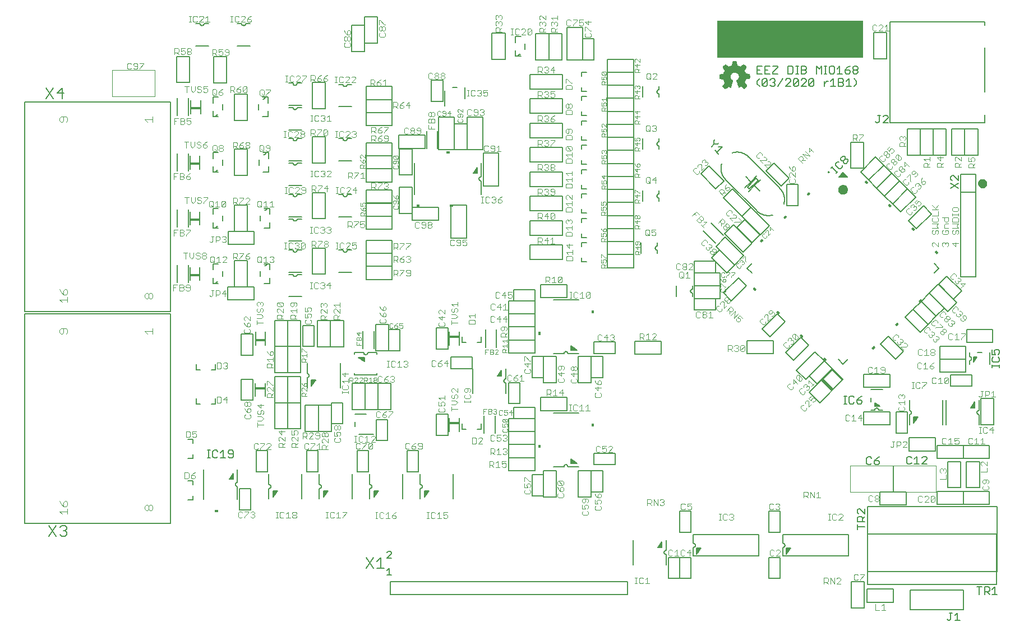
<source format=gto>
G75*
%MOIN*%
%OFA0B0*%
%FSLAX25Y25*%
%IPPOS*%
%LPD*%
%AMOC8*
5,1,8,0,0,1.08239X$1,22.5*
%
%ADD10C,0.00500*%
%ADD11R,0.87000X0.22250*%
%ADD12R,0.01485X0.00015*%
%ADD13R,0.00045X0.00015*%
%ADD14R,0.00105X0.00015*%
%ADD15R,0.00165X0.00015*%
%ADD16R,0.00225X0.00015*%
%ADD17R,0.00285X0.00015*%
%ADD18R,0.00345X0.00015*%
%ADD19R,0.00405X0.00015*%
%ADD20R,0.00435X0.00015*%
%ADD21R,0.00465X0.00015*%
%ADD22R,0.00495X0.00015*%
%ADD23R,0.00540X0.00015*%
%ADD24R,0.00585X0.00015*%
%ADD25R,0.00645X0.00015*%
%ADD26R,0.00150X0.00015*%
%ADD27R,0.00675X0.00015*%
%ADD28R,0.00195X0.00015*%
%ADD29R,0.00705X0.00015*%
%ADD30R,0.00240X0.00015*%
%ADD31R,0.00735X0.00015*%
%ADD32R,0.00270X0.00015*%
%ADD33R,0.00765X0.00015*%
%ADD34R,0.00300X0.00015*%
%ADD35R,0.00810X0.00015*%
%ADD36R,0.00360X0.00015*%
%ADD37R,0.00855X0.00015*%
%ADD38R,0.00435X0.00015*%
%ADD39R,0.00915X0.00015*%
%ADD40R,0.00465X0.00015*%
%ADD41R,0.00945X0.00015*%
%ADD42R,0.00960X0.00015*%
%ADD43R,0.00525X0.00015*%
%ADD44R,0.00990X0.00015*%
%ADD45R,0.00555X0.00015*%
%ADD46R,0.01035X0.00015*%
%ADD47R,0.00600X0.00015*%
%ADD48R,0.01080X0.00015*%
%ADD49R,0.01125X0.00015*%
%ADD50R,0.01170X0.00015*%
%ADD51R,0.00720X0.00015*%
%ADD52R,0.01200X0.00015*%
%ADD53R,0.00750X0.00015*%
%ADD54R,0.01230X0.00015*%
%ADD55R,0.00780X0.00015*%
%ADD56R,0.01260X0.00015*%
%ADD57R,0.00810X0.00015*%
%ADD58R,0.01305X0.00015*%
%ADD59R,0.01365X0.00015*%
%ADD60R,0.00900X0.00015*%
%ADD61R,0.01395X0.00015*%
%ADD62R,0.01440X0.00015*%
%ADD63R,0.01470X0.00015*%
%ADD64R,0.01005X0.00015*%
%ADD65R,0.01500X0.00015*%
%ADD66R,0.01020X0.00015*%
%ADD67R,0.01530X0.00015*%
%ADD68R,0.01065X0.00015*%
%ADD69R,0.01575X0.00015*%
%ADD70R,0.01095X0.00015*%
%ADD71R,0.01635X0.00015*%
%ADD72R,0.01155X0.00015*%
%ADD73R,0.01680X0.00015*%
%ADD74R,0.01200X0.00015*%
%ADD75R,0.01710X0.00015*%
%ADD76R,0.01230X0.00015*%
%ADD77R,0.01725X0.00015*%
%ADD78R,0.01245X0.00015*%
%ADD79R,0.01755X0.00015*%
%ADD80R,0.01275X0.00015*%
%ADD81R,0.01800X0.00015*%
%ADD82R,0.01320X0.00015*%
%ADD83R,0.01860X0.00015*%
%ADD84R,0.01905X0.00015*%
%ADD85R,0.01410X0.00015*%
%ADD86R,0.01935X0.00015*%
%ADD87R,0.01455X0.00015*%
%ADD88R,0.01965X0.00015*%
%ADD89R,0.01485X0.00015*%
%ADD90R,0.01995X0.00015*%
%ADD91R,0.01515X0.00015*%
%ADD92R,0.02040X0.00015*%
%ADD93R,0.01530X0.00015*%
%ADD94R,0.02070X0.00015*%
%ADD95R,0.01575X0.00015*%
%ADD96R,0.02115X0.00015*%
%ADD97R,0.01620X0.00015*%
%ADD98R,0.02160X0.00015*%
%ADD99R,0.01665X0.00015*%
%ADD100R,0.02190X0.00015*%
%ADD101R,0.00075X0.00015*%
%ADD102R,0.01695X0.00015*%
%ADD103R,0.02220X0.00015*%
%ADD104R,0.00105X0.00015*%
%ADD105R,0.02235X0.00015*%
%ADD106R,0.00135X0.00015*%
%ADD107R,0.01755X0.00015*%
%ADD108R,0.02280X0.00015*%
%ADD109R,0.00180X0.00015*%
%ADD110R,0.01785X0.00015*%
%ADD111R,0.02340X0.00015*%
%ADD112R,0.00240X0.00015*%
%ADD113R,0.01830X0.00015*%
%ADD114R,0.02385X0.00015*%
%ADD115R,0.01890X0.00015*%
%ADD116R,0.02415X0.00015*%
%ADD117R,0.00330X0.00015*%
%ADD118R,0.00120X0.00015*%
%ADD119R,0.01920X0.00015*%
%ADD120R,0.02430X0.00015*%
%ADD121R,0.00375X0.00015*%
%ADD122R,0.02460X0.00015*%
%ADD123R,0.00405X0.00015*%
%ADD124R,0.00195X0.00015*%
%ADD125R,0.01965X0.00015*%
%ADD126R,0.02505X0.00015*%
%ADD127R,0.00210X0.00015*%
%ADD128R,0.02010X0.00015*%
%ADD129R,0.02535X0.00015*%
%ADD130R,0.00480X0.00015*%
%ADD131R,0.02580X0.00015*%
%ADD132R,0.00540X0.00015*%
%ADD133R,0.02085X0.00015*%
%ADD134R,0.02625X0.00015*%
%ADD135R,0.02130X0.00015*%
%ADD136R,0.02670X0.00015*%
%ADD137R,0.00630X0.00015*%
%ADD138R,0.02700X0.00015*%
%ADD139R,0.00660X0.00015*%
%ADD140R,0.00450X0.00015*%
%ADD141R,0.02190X0.00015*%
%ADD142R,0.02715X0.00015*%
%ADD143R,0.02205X0.00015*%
%ADD144R,0.02745X0.00015*%
%ADD145R,0.00510X0.00015*%
%ADD146R,0.02235X0.00015*%
%ADD147R,0.02775X0.00015*%
%ADD148R,0.02820X0.00015*%
%ADD149R,0.02310X0.00015*%
%ADD150R,0.02880X0.00015*%
%ADD151R,0.00855X0.00015*%
%ADD152R,0.02355X0.00015*%
%ADD153R,0.02895X0.00015*%
%ADD154R,0.00870X0.00015*%
%ADD155R,0.00660X0.00015*%
%ADD156R,0.02925X0.00015*%
%ADD157R,0.00690X0.00015*%
%ADD158R,0.02970X0.00015*%
%ADD159R,0.03000X0.00015*%
%ADD160R,0.00750X0.00015*%
%ADD161R,0.03045X0.00015*%
%ADD162R,0.01005X0.00015*%
%ADD163R,0.00780X0.00015*%
%ADD164R,0.02505X0.00015*%
%ADD165R,0.03090X0.00015*%
%ADD166R,0.01050X0.00015*%
%ADD167R,0.00825X0.00015*%
%ADD168R,0.02550X0.00015*%
%ADD169R,0.03135X0.00015*%
%ADD170R,0.01095X0.00015*%
%ADD171R,0.00870X0.00015*%
%ADD172R,0.03165X0.00015*%
%ADD173R,0.01125X0.00015*%
%ADD174R,0.02625X0.00015*%
%ADD175R,0.03195X0.00015*%
%ADD176R,0.01140X0.00015*%
%ADD177R,0.00930X0.00015*%
%ADD178R,0.02655X0.00015*%
%ADD179R,0.03210X0.00015*%
%ADD180R,0.00960X0.00015*%
%ADD181R,0.03240X0.00015*%
%ADD182R,0.02700X0.00015*%
%ADD183R,0.03285X0.00015*%
%ADD184R,0.01245X0.00015*%
%ADD185R,0.02745X0.00015*%
%ADD186R,0.03330X0.00015*%
%ADD187R,0.02790X0.00015*%
%ADD188R,0.03360X0.00015*%
%ADD189R,0.01110X0.00015*%
%ADD190R,0.02835X0.00015*%
%ADD191R,0.03390X0.00015*%
%ADD192R,0.01335X0.00015*%
%ADD193R,0.01140X0.00015*%
%ADD194R,0.02865X0.00015*%
%ADD195R,0.03420X0.00015*%
%ADD196R,0.01155X0.00015*%
%ADD197R,0.04905X0.00015*%
%ADD198R,0.04920X0.00015*%
%ADD199R,0.02940X0.00015*%
%ADD200R,0.04950X0.00015*%
%ADD201R,0.02985X0.00015*%
%ADD202R,0.04965X0.00015*%
%ADD203R,0.01275X0.00015*%
%ADD204R,0.03015X0.00015*%
%ADD205R,0.04980X0.00015*%
%ADD206R,0.03045X0.00015*%
%ADD207R,0.05010X0.00015*%
%ADD208R,0.01335X0.00015*%
%ADD209R,0.03075X0.00015*%
%ADD210R,0.01350X0.00015*%
%ADD211R,0.03105X0.00015*%
%ADD212R,0.05040X0.00015*%
%ADD213R,0.01380X0.00015*%
%ADD214R,0.05040X0.00015*%
%ADD215R,0.01410X0.00015*%
%ADD216R,0.03180X0.00015*%
%ADD217R,0.05070X0.00015*%
%ADD218R,0.03225X0.00015*%
%ADD219R,0.03255X0.00015*%
%ADD220R,0.05085X0.00015*%
%ADD221R,0.01515X0.00015*%
%ADD222R,0.03300X0.00015*%
%ADD223R,0.05100X0.00015*%
%ADD224R,0.04935X0.00015*%
%ADD225R,0.05115X0.00015*%
%ADD226R,0.04995X0.00015*%
%ADD227R,0.05130X0.00015*%
%ADD228R,0.05010X0.00015*%
%ADD229R,0.05130X0.00015*%
%ADD230R,0.05010X0.00015*%
%ADD231R,0.05025X0.00015*%
%ADD232R,0.05040X0.00015*%
%ADD233R,0.05055X0.00015*%
%ADD234R,0.05130X0.00015*%
%ADD235R,0.05085X0.00015*%
%ADD236R,0.05115X0.00015*%
%ADD237R,0.05145X0.00015*%
%ADD238R,0.05160X0.00015*%
%ADD239R,0.05130X0.00015*%
%ADD240R,0.05190X0.00015*%
%ADD241R,0.05190X0.00015*%
%ADD242R,0.05205X0.00015*%
%ADD243R,0.05220X0.00015*%
%ADD244R,0.05070X0.00015*%
%ADD245R,0.05085X0.00015*%
%ADD246R,0.05205X0.00015*%
%ADD247R,0.05220X0.00015*%
%ADD248R,0.05055X0.00015*%
%ADD249R,0.05025X0.00015*%
%ADD250R,0.05205X0.00015*%
%ADD251R,0.05025X0.00015*%
%ADD252R,0.05190X0.00015*%
%ADD253R,0.05190X0.00015*%
%ADD254R,0.04995X0.00015*%
%ADD255R,0.05175X0.00015*%
%ADD256R,0.04950X0.00015*%
%ADD257R,0.05145X0.00015*%
%ADD258R,0.05145X0.00015*%
%ADD259R,0.04920X0.00015*%
%ADD260R,0.04905X0.00015*%
%ADD261R,0.04905X0.00015*%
%ADD262R,0.05115X0.00015*%
%ADD263R,0.04890X0.00015*%
%ADD264R,0.04890X0.00015*%
%ADD265R,0.04875X0.00015*%
%ADD266R,0.04845X0.00015*%
%ADD267R,0.04830X0.00015*%
%ADD268R,0.04830X0.00015*%
%ADD269R,0.05070X0.00015*%
%ADD270R,0.04830X0.00015*%
%ADD271R,0.04815X0.00015*%
%ADD272R,0.04800X0.00015*%
%ADD273R,0.04800X0.00015*%
%ADD274R,0.05010X0.00015*%
%ADD275R,0.04785X0.00015*%
%ADD276R,0.04770X0.00015*%
%ADD277R,0.04770X0.00015*%
%ADD278R,0.04755X0.00015*%
%ADD279R,0.04740X0.00015*%
%ADD280R,0.04725X0.00015*%
%ADD281R,0.04725X0.00015*%
%ADD282R,0.04980X0.00015*%
%ADD283R,0.04710X0.00015*%
%ADD284R,0.04725X0.00015*%
%ADD285R,0.04710X0.00015*%
%ADD286R,0.04695X0.00015*%
%ADD287R,0.04680X0.00015*%
%ADD288R,0.04695X0.00015*%
%ADD289R,0.04680X0.00015*%
%ADD290R,0.04905X0.00015*%
%ADD291R,0.04665X0.00015*%
%ADD292R,0.04650X0.00015*%
%ADD293R,0.04635X0.00015*%
%ADD294R,0.04620X0.00015*%
%ADD295R,0.04620X0.00015*%
%ADD296R,0.04890X0.00015*%
%ADD297R,0.04605X0.00015*%
%ADD298R,0.04605X0.00015*%
%ADD299R,0.04590X0.00015*%
%ADD300R,0.04845X0.00015*%
%ADD301R,0.04575X0.00015*%
%ADD302R,0.04590X0.00015*%
%ADD303R,0.04575X0.00015*%
%ADD304R,0.04845X0.00015*%
%ADD305R,0.04560X0.00015*%
%ADD306R,0.04545X0.00015*%
%ADD307R,0.04530X0.00015*%
%ADD308R,0.04515X0.00015*%
%ADD309R,0.04530X0.00015*%
%ADD310R,0.04500X0.00015*%
%ADD311R,0.04515X0.00015*%
%ADD312R,0.04785X0.00015*%
%ADD313R,0.04485X0.00015*%
%ADD314R,0.04755X0.00015*%
%ADD315R,0.04470X0.00015*%
%ADD316R,0.04740X0.00015*%
%ADD317R,0.04485X0.00015*%
%ADD318R,0.04755X0.00015*%
%ADD319R,0.04545X0.00015*%
%ADD320R,0.04695X0.00015*%
%ADD321R,0.04680X0.00015*%
%ADD322R,0.04665X0.00015*%
%ADD323R,0.04725X0.00015*%
%ADD324R,0.04680X0.00015*%
%ADD325R,0.04860X0.00015*%
%ADD326R,0.04740X0.00015*%
%ADD327R,0.04875X0.00015*%
%ADD328R,0.04965X0.00015*%
%ADD329R,0.04860X0.00015*%
%ADD330R,0.04995X0.00015*%
%ADD331R,0.04875X0.00015*%
%ADD332R,0.04980X0.00015*%
%ADD333R,0.05235X0.00015*%
%ADD334R,0.05235X0.00015*%
%ADD335R,0.05250X0.00015*%
%ADD336R,0.05280X0.00015*%
%ADD337R,0.05295X0.00015*%
%ADD338R,0.05325X0.00015*%
%ADD339R,0.05340X0.00015*%
%ADD340R,0.05235X0.00015*%
%ADD341R,0.05355X0.00015*%
%ADD342R,0.05370X0.00015*%
%ADD343R,0.05265X0.00015*%
%ADD344R,0.05370X0.00015*%
%ADD345R,0.05280X0.00015*%
%ADD346R,0.05385X0.00015*%
%ADD347R,0.05295X0.00015*%
%ADD348R,0.05400X0.00015*%
%ADD349R,0.05415X0.00015*%
%ADD350R,0.05310X0.00015*%
%ADD351R,0.05430X0.00015*%
%ADD352R,0.05445X0.00015*%
%ADD353R,0.05460X0.00015*%
%ADD354R,0.05355X0.00015*%
%ADD355R,0.05475X0.00015*%
%ADD356R,0.05505X0.00015*%
%ADD357R,0.05520X0.00015*%
%ADD358R,0.05535X0.00015*%
%ADD359R,0.05550X0.00015*%
%ADD360R,0.05550X0.00015*%
%ADD361R,0.05475X0.00015*%
%ADD362R,0.05490X0.00015*%
%ADD363R,0.05475X0.00015*%
%ADD364R,0.05385X0.00015*%
%ADD365R,0.05370X0.00015*%
%ADD366R,0.05325X0.00015*%
%ADD367R,0.05310X0.00015*%
%ADD368R,0.05265X0.00015*%
%ADD369R,0.05175X0.00015*%
%ADD370R,0.04980X0.00015*%
%ADD371R,0.04965X0.00015*%
%ADD372R,0.04860X0.00015*%
%ADD373R,0.04845X0.00015*%
%ADD374R,0.04815X0.00015*%
%ADD375R,0.04770X0.00015*%
%ADD376R,0.05295X0.00015*%
%ADD377R,0.04635X0.00015*%
%ADD378R,0.05610X0.00015*%
%ADD379R,0.05700X0.00015*%
%ADD380R,0.05760X0.00015*%
%ADD381R,0.05805X0.00015*%
%ADD382R,0.05850X0.00015*%
%ADD383R,0.05895X0.00015*%
%ADD384R,0.06000X0.00015*%
%ADD385R,0.06135X0.00015*%
%ADD386R,0.06225X0.00015*%
%ADD387R,0.06300X0.00015*%
%ADD388R,0.06330X0.00015*%
%ADD389R,0.06375X0.00015*%
%ADD390R,0.06450X0.00015*%
%ADD391R,0.06570X0.00015*%
%ADD392R,0.05565X0.00015*%
%ADD393R,0.06690X0.00015*%
%ADD394R,0.06735X0.00015*%
%ADD395R,0.05790X0.00015*%
%ADD396R,0.06765X0.00015*%
%ADD397R,0.05850X0.00015*%
%ADD398R,0.06780X0.00015*%
%ADD399R,0.05895X0.00015*%
%ADD400R,0.06795X0.00015*%
%ADD401R,0.05955X0.00015*%
%ADD402R,0.06810X0.00015*%
%ADD403R,0.06060X0.00015*%
%ADD404R,0.06195X0.00015*%
%ADD405R,0.06825X0.00015*%
%ADD406R,0.06330X0.00015*%
%ADD407R,0.06840X0.00015*%
%ADD408R,0.06390X0.00015*%
%ADD409R,0.06495X0.00015*%
%ADD410R,0.06840X0.00015*%
%ADD411R,0.06555X0.00015*%
%ADD412R,0.06825X0.00015*%
%ADD413R,0.06645X0.00015*%
%ADD414R,0.06825X0.00015*%
%ADD415R,0.06705X0.00015*%
%ADD416R,0.06705X0.00015*%
%ADD417R,0.06810X0.00015*%
%ADD418R,0.06720X0.00015*%
%ADD419R,0.06795X0.00015*%
%ADD420R,0.06750X0.00015*%
%ADD421R,0.06765X0.00015*%
%ADD422R,0.06795X0.00015*%
%ADD423R,0.06780X0.00015*%
%ADD424R,0.06780X0.00015*%
%ADD425R,0.06750X0.00015*%
%ADD426R,0.06720X0.00015*%
%ADD427R,0.06720X0.00015*%
%ADD428R,0.06705X0.00015*%
%ADD429R,0.06705X0.00015*%
%ADD430R,0.06690X0.00015*%
%ADD431R,0.06675X0.00015*%
%ADD432R,0.06690X0.00015*%
%ADD433R,0.06675X0.00015*%
%ADD434R,0.06675X0.00015*%
%ADD435R,0.06660X0.00015*%
%ADD436R,0.06675X0.00015*%
%ADD437R,0.06660X0.00015*%
%ADD438R,0.06660X0.00015*%
%ADD439R,0.06645X0.00015*%
%ADD440R,0.06630X0.00015*%
%ADD441R,0.06660X0.00015*%
%ADD442R,0.06630X0.00015*%
%ADD443R,0.06645X0.00015*%
%ADD444R,0.06735X0.00015*%
%ADD445R,0.06765X0.00015*%
%ADD446R,0.06780X0.00015*%
%ADD447R,0.06825X0.00015*%
%ADD448R,0.06855X0.00015*%
%ADD449R,0.06855X0.00015*%
%ADD450R,0.06870X0.00015*%
%ADD451R,0.06885X0.00015*%
%ADD452R,0.06525X0.00015*%
%ADD453R,0.06405X0.00015*%
%ADD454R,0.06255X0.00015*%
%ADD455R,0.06165X0.00015*%
%ADD456R,0.06870X0.00015*%
%ADD457R,0.06120X0.00015*%
%ADD458R,0.06885X0.00015*%
%ADD459R,0.06060X0.00015*%
%ADD460R,0.06015X0.00015*%
%ADD461R,0.05910X0.00015*%
%ADD462R,0.05670X0.00015*%
%ADD463R,0.05595X0.00015*%
%ADD464R,0.06585X0.00015*%
%ADD465R,0.05160X0.00015*%
%ADD466R,0.06390X0.00015*%
%ADD467R,0.05025X0.00015*%
%ADD468R,0.06330X0.00015*%
%ADD469R,0.06075X0.00015*%
%ADD470R,0.05820X0.00015*%
%ADD471R,0.05775X0.00015*%
%ADD472R,0.05685X0.00015*%
%ADD473R,0.05460X0.00015*%
%ADD474R,0.04860X0.00015*%
%ADD475R,0.04935X0.00015*%
%ADD476R,0.05160X0.00015*%
%ADD477R,0.05325X0.00015*%
%ADD478R,0.05340X0.00015*%
%ADD479R,0.05355X0.00015*%
%ADD480R,0.05430X0.00015*%
%ADD481R,0.05535X0.00015*%
%ADD482R,0.05595X0.00015*%
%ADD483R,0.05640X0.00015*%
%ADD484R,0.05640X0.00015*%
%ADD485R,0.05670X0.00015*%
%ADD486R,0.05685X0.00015*%
%ADD487R,0.05700X0.00015*%
%ADD488R,0.05715X0.00015*%
%ADD489R,0.05715X0.00015*%
%ADD490R,0.05730X0.00015*%
%ADD491R,0.05745X0.00015*%
%ADD492R,0.05760X0.00015*%
%ADD493R,0.06000X0.00015*%
%ADD494R,0.06105X0.00015*%
%ADD495R,0.06180X0.00015*%
%ADD496R,0.06210X0.00015*%
%ADD497R,0.12690X0.00015*%
%ADD498R,0.12675X0.00015*%
%ADD499R,0.12660X0.00015*%
%ADD500R,0.12660X0.00015*%
%ADD501R,0.12645X0.00015*%
%ADD502R,0.12615X0.00015*%
%ADD503R,0.12600X0.00015*%
%ADD504R,0.12585X0.00015*%
%ADD505R,0.12555X0.00015*%
%ADD506R,0.12540X0.00015*%
%ADD507R,0.12525X0.00015*%
%ADD508R,0.12510X0.00015*%
%ADD509R,0.12510X0.00015*%
%ADD510R,0.12480X0.00015*%
%ADD511R,0.12450X0.00015*%
%ADD512R,0.12435X0.00015*%
%ADD513R,0.12420X0.00015*%
%ADD514R,0.12390X0.00015*%
%ADD515R,0.12375X0.00015*%
%ADD516R,0.12360X0.00015*%
%ADD517R,0.12330X0.00015*%
%ADD518R,0.12300X0.00015*%
%ADD519R,0.12285X0.00015*%
%ADD520R,0.12270X0.00015*%
%ADD521R,0.12255X0.00015*%
%ADD522R,0.12240X0.00015*%
%ADD523R,0.12225X0.00015*%
%ADD524R,0.12195X0.00015*%
%ADD525R,0.12165X0.00015*%
%ADD526R,0.12150X0.00015*%
%ADD527R,0.12135X0.00015*%
%ADD528R,0.12120X0.00015*%
%ADD529R,0.12090X0.00015*%
%ADD530R,0.12075X0.00015*%
%ADD531R,0.12060X0.00015*%
%ADD532R,0.12045X0.00015*%
%ADD533R,0.12015X0.00015*%
%ADD534R,0.12000X0.00015*%
%ADD535R,0.11985X0.00015*%
%ADD536R,0.11955X0.00015*%
%ADD537R,0.11940X0.00015*%
%ADD538R,0.11925X0.00015*%
%ADD539R,0.11910X0.00015*%
%ADD540R,0.11910X0.00015*%
%ADD541R,0.11880X0.00015*%
%ADD542R,0.11850X0.00015*%
%ADD543R,0.11835X0.00015*%
%ADD544R,0.11805X0.00015*%
%ADD545R,0.11775X0.00015*%
%ADD546R,0.11760X0.00015*%
%ADD547R,0.11745X0.00015*%
%ADD548R,0.11730X0.00015*%
%ADD549R,0.11700X0.00015*%
%ADD550R,0.11700X0.00015*%
%ADD551R,0.11685X0.00015*%
%ADD552R,0.11655X0.00015*%
%ADD553R,0.11640X0.00015*%
%ADD554R,0.11625X0.00015*%
%ADD555R,0.11625X0.00015*%
%ADD556R,0.11670X0.00015*%
%ADD557R,0.11715X0.00015*%
%ADD558R,0.11790X0.00015*%
%ADD559R,0.11820X0.00015*%
%ADD560R,0.11820X0.00015*%
%ADD561R,0.11880X0.00015*%
%ADD562R,0.11895X0.00015*%
%ADD563R,0.11970X0.00015*%
%ADD564R,0.12045X0.00015*%
%ADD565R,0.12075X0.00015*%
%ADD566R,0.12105X0.00015*%
%ADD567R,0.12135X0.00015*%
%ADD568R,0.12165X0.00015*%
%ADD569R,0.12180X0.00015*%
%ADD570R,0.12195X0.00015*%
%ADD571R,0.12210X0.00015*%
%ADD572R,0.12225X0.00015*%
%ADD573R,0.12255X0.00015*%
%ADD574R,0.12360X0.00015*%
%ADD575R,0.12390X0.00015*%
%ADD576R,0.12405X0.00015*%
%ADD577R,0.12435X0.00015*%
%ADD578R,0.12480X0.00015*%
%ADD579R,0.12480X0.00015*%
%ADD580R,0.12510X0.00015*%
%ADD581R,0.12570X0.00015*%
%ADD582R,0.12630X0.00015*%
%ADD583R,0.12675X0.00015*%
%ADD584R,0.12705X0.00015*%
%ADD585R,0.12735X0.00015*%
%ADD586R,0.12750X0.00015*%
%ADD587R,0.12780X0.00015*%
%ADD588R,0.12795X0.00015*%
%ADD589R,0.12810X0.00015*%
%ADD590R,0.12840X0.00015*%
%ADD591R,0.12855X0.00015*%
%ADD592R,0.12885X0.00015*%
%ADD593R,0.12900X0.00015*%
%ADD594R,0.12915X0.00015*%
%ADD595R,0.12945X0.00015*%
%ADD596R,0.12960X0.00015*%
%ADD597R,0.12990X0.00015*%
%ADD598R,0.13005X0.00015*%
%ADD599R,0.13020X0.00015*%
%ADD600R,0.13035X0.00015*%
%ADD601R,0.13065X0.00015*%
%ADD602R,0.13080X0.00015*%
%ADD603R,0.13110X0.00015*%
%ADD604R,0.13125X0.00015*%
%ADD605R,0.13155X0.00015*%
%ADD606R,0.13170X0.00015*%
%ADD607R,0.13200X0.00015*%
%ADD608R,0.13230X0.00015*%
%ADD609R,0.13260X0.00015*%
%ADD610R,0.13290X0.00015*%
%ADD611R,0.13320X0.00015*%
%ADD612R,0.13350X0.00015*%
%ADD613R,0.13365X0.00015*%
%ADD614R,0.13395X0.00015*%
%ADD615R,0.13425X0.00015*%
%ADD616R,0.13455X0.00015*%
%ADD617R,0.13470X0.00015*%
%ADD618R,0.13500X0.00015*%
%ADD619R,0.13530X0.00015*%
%ADD620R,0.13560X0.00015*%
%ADD621R,0.13575X0.00015*%
%ADD622R,0.13605X0.00015*%
%ADD623R,0.13635X0.00015*%
%ADD624R,0.13650X0.00015*%
%ADD625R,0.13680X0.00015*%
%ADD626R,0.13695X0.00015*%
%ADD627R,0.13725X0.00015*%
%ADD628R,0.13740X0.00015*%
%ADD629R,0.13770X0.00015*%
%ADD630R,0.13785X0.00015*%
%ADD631R,0.13800X0.00015*%
%ADD632R,0.13830X0.00015*%
%ADD633R,0.13860X0.00015*%
%ADD634R,0.13875X0.00015*%
%ADD635R,0.13905X0.00015*%
%ADD636R,0.13935X0.00015*%
%ADD637R,0.13950X0.00015*%
%ADD638R,0.13980X0.00015*%
%ADD639R,0.14010X0.00015*%
%ADD640R,0.14025X0.00015*%
%ADD641R,0.14055X0.00015*%
%ADD642R,0.14070X0.00015*%
%ADD643R,0.14085X0.00015*%
%ADD644R,0.14115X0.00015*%
%ADD645R,0.14145X0.00015*%
%ADD646R,0.14160X0.00015*%
%ADD647R,0.14190X0.00015*%
%ADD648R,0.14205X0.00015*%
%ADD649R,0.14220X0.00015*%
%ADD650R,0.14235X0.00015*%
%ADD651R,0.14265X0.00015*%
%ADD652R,0.14280X0.00015*%
%ADD653R,0.14295X0.00015*%
%ADD654R,0.14295X0.00015*%
%ADD655R,0.14250X0.00015*%
%ADD656R,0.14205X0.00015*%
%ADD657R,0.14175X0.00015*%
%ADD658R,0.14160X0.00015*%
%ADD659R,0.14130X0.00015*%
%ADD660R,0.14100X0.00015*%
%ADD661R,0.14040X0.00015*%
%ADD662R,0.14010X0.00015*%
%ADD663R,0.03465X0.00015*%
%ADD664R,0.10440X0.00015*%
%ADD665R,0.03420X0.00015*%
%ADD666R,0.10395X0.00015*%
%ADD667R,0.03375X0.00015*%
%ADD668R,0.10335X0.00015*%
%ADD669R,0.03570X0.00015*%
%ADD670R,0.06600X0.00015*%
%ADD671R,0.03525X0.00015*%
%ADD672R,0.03270X0.00015*%
%ADD673R,0.03495X0.00015*%
%ADD674R,0.03210X0.00015*%
%ADD675R,0.06480X0.00015*%
%ADD676R,0.03435X0.00015*%
%ADD677R,0.03165X0.00015*%
%ADD678R,0.03390X0.00015*%
%ADD679R,0.03120X0.00015*%
%ADD680R,0.06315X0.00015*%
%ADD681R,0.03345X0.00015*%
%ADD682R,0.03090X0.00015*%
%ADD683R,0.03075X0.00015*%
%ADD684R,0.06225X0.00015*%
%ADD685R,0.03270X0.00015*%
%ADD686R,0.06180X0.00015*%
%ADD687R,0.02970X0.00015*%
%ADD688R,0.06075X0.00015*%
%ADD689R,0.03195X0.00015*%
%ADD690R,0.02925X0.00015*%
%ADD691R,0.05985X0.00015*%
%ADD692R,0.03135X0.00015*%
%ADD693R,0.02850X0.00015*%
%ADD694R,0.05835X0.00015*%
%ADD695R,0.03030X0.00015*%
%ADD696R,0.02805X0.00015*%
%ADD697R,0.02730X0.00015*%
%ADD698R,0.05625X0.00015*%
%ADD699R,0.02925X0.00015*%
%ADD700R,0.02640X0.00015*%
%ADD701R,0.02595X0.00015*%
%ADD702R,0.02565X0.00015*%
%ADD703R,0.02760X0.00015*%
%ADD704R,0.02520X0.00015*%
%ADD705R,0.02730X0.00015*%
%ADD706R,0.02475X0.00015*%
%ADD707R,0.02685X0.00015*%
%ADD708R,0.02445X0.00015*%
%ADD709R,0.02400X0.00015*%
%ADD710R,0.02370X0.00015*%
%ADD711R,0.02565X0.00015*%
%ADD712R,0.02340X0.00015*%
%ADD713R,0.02325X0.00015*%
%ADD714R,0.02505X0.00015*%
%ADD715R,0.02280X0.00015*%
%ADD716R,0.02460X0.00015*%
%ADD717R,0.04560X0.00015*%
%ADD718R,0.02190X0.00015*%
%ADD719R,0.04440X0.00015*%
%ADD720R,0.02370X0.00015*%
%ADD721R,0.02145X0.00015*%
%ADD722R,0.04365X0.00015*%
%ADD723R,0.04320X0.00015*%
%ADD724R,0.02310X0.00015*%
%ADD725R,0.02100X0.00015*%
%ADD726R,0.04260X0.00015*%
%ADD727R,0.04200X0.00015*%
%ADD728R,0.02265X0.00015*%
%ADD729R,0.02040X0.00015*%
%ADD730R,0.04095X0.00015*%
%ADD731R,0.02220X0.00015*%
%ADD732R,0.03915X0.00015*%
%ADD733R,0.02175X0.00015*%
%ADD734R,0.03765X0.00015*%
%ADD735R,0.03675X0.00015*%
%ADD736R,0.01890X0.00015*%
%ADD737R,0.03615X0.00015*%
%ADD738R,0.02055X0.00015*%
%ADD739R,0.01860X0.00015*%
%ADD740R,0.03555X0.00015*%
%ADD741R,0.01815X0.00015*%
%ADD742R,0.03450X0.00015*%
%ADD743R,0.01725X0.00015*%
%ADD744R,0.03315X0.00015*%
%ADD745R,0.01905X0.00015*%
%ADD746R,0.01680X0.00015*%
%ADD747R,0.01650X0.00015*%
%ADD748R,0.01620X0.00015*%
%ADD749R,0.01590X0.00015*%
%ADD750R,0.01770X0.00015*%
%ADD751R,0.01560X0.00015*%
%ADD752R,0.03240X0.00015*%
%ADD753R,0.01740X0.00015*%
%ADD754R,0.01665X0.00015*%
%ADD755R,0.01455X0.00015*%
%ADD756R,0.01635X0.00015*%
%ADD757R,0.01410X0.00015*%
%ADD758R,0.01395X0.00015*%
%ADD759R,0.01365X0.00015*%
%ADD760R,0.01335X0.00015*%
%ADD761R,0.01290X0.00015*%
%ADD762R,0.03210X0.00015*%
%ADD763R,0.01455X0.00015*%
%ADD764R,0.01185X0.00015*%
%ADD765R,0.01290X0.00015*%
%ADD766R,0.01110X0.00015*%
%ADD767R,0.01260X0.00015*%
%ADD768R,0.03180X0.00015*%
%ADD769R,0.00975X0.00015*%
%ADD770R,0.03150X0.00015*%
%ADD771R,0.00885X0.00015*%
%ADD772R,0.03150X0.00015*%
%ADD773R,0.01050X0.00015*%
%ADD774R,0.00795X0.00015*%
%ADD775R,0.00885X0.00015*%
%ADD776R,0.00690X0.00015*%
%ADD777R,0.00840X0.00015*%
%ADD778R,0.00570X0.00015*%
%ADD779R,0.00525X0.00015*%
%ADD780R,0.03105X0.00015*%
%ADD781R,0.00660X0.00015*%
%ADD782R,0.00615X0.00015*%
%ADD783R,0.00420X0.00015*%
%ADD784R,0.00555X0.00015*%
%ADD785R,0.00390X0.00015*%
%ADD786R,0.00525X0.00015*%
%ADD787R,0.00360X0.00015*%
%ADD788R,0.00495X0.00015*%
%ADD789R,0.03075X0.00015*%
%ADD790R,0.00450X0.00015*%
%ADD791R,0.00225X0.00015*%
%ADD792R,0.00345X0.00015*%
%ADD793R,0.00255X0.00015*%
%ADD794R,0.03060X0.00015*%
%ADD795R,0.00180X0.00015*%
%ADD796R,0.00075X0.00015*%
%ADD797R,0.03000X0.00015*%
%ADD798R,0.02955X0.00015*%
%ADD799R,0.02940X0.00015*%
%ADD800R,0.02940X0.00015*%
%ADD801R,0.02910X0.00015*%
%ADD802R,0.02910X0.00015*%
%ADD803R,0.02865X0.00015*%
%ADD804R,0.02805X0.00015*%
%ADD805R,0.02775X0.00015*%
%ADD806R,0.02760X0.00015*%
%ADD807R,0.02655X0.00015*%
%ADD808R,0.02640X0.00015*%
%ADD809R,0.02610X0.00015*%
%ADD810R,0.02595X0.00015*%
%ADD811R,0.02535X0.00015*%
%ADD812R,0.02475X0.00015*%
%ADD813R,0.02175X0.00015*%
%ADD814R,0.01575X0.00015*%
%ADD815C,0.00400*%
%ADD816C,0.02600*%
%ADD817C,0.00800*%
%ADD818C,0.00700*%
%ADD819C,0.00600*%
%ADD820C,0.00300*%
%ADD821R,0.05512X0.01756*%
%ADD822C,0.00100*%
%ADD823C,0.00200*%
%ADD824R,0.01750X0.09000*%
%ADD825R,0.00600X0.09000*%
D10*
X0214068Y0141470D02*
X0214068Y0154069D01*
X0220808Y0154069D01*
X0220808Y0141470D01*
X0214068Y0141470D01*
X0224068Y0164220D02*
X0224068Y0176819D01*
X0230808Y0176819D01*
X0230808Y0164220D01*
X0224068Y0164220D01*
X0210467Y0173270D02*
X0210467Y0176273D01*
X0209717Y0177024D01*
X0208215Y0177024D01*
X0207465Y0176273D01*
X0207465Y0175522D01*
X0208215Y0174772D01*
X0210467Y0174772D01*
X0210467Y0173270D02*
X0209717Y0172520D01*
X0208215Y0172520D01*
X0207465Y0173270D01*
X0205863Y0172520D02*
X0202861Y0172520D01*
X0204362Y0172520D02*
X0204362Y0177024D01*
X0202861Y0175522D01*
X0201259Y0176273D02*
X0200509Y0177024D01*
X0199008Y0177024D01*
X0198257Y0176273D01*
X0198257Y0173270D01*
X0199008Y0172520D01*
X0200509Y0172520D01*
X0201259Y0173270D01*
X0196689Y0172520D02*
X0195188Y0172520D01*
X0195938Y0172520D02*
X0195938Y0177024D01*
X0195188Y0177024D02*
X0196689Y0177024D01*
X0235068Y0189752D02*
X0235068Y0205287D01*
X0242808Y0205287D01*
X0242808Y0189752D01*
X0235068Y0189752D01*
X0242818Y0189752D02*
X0242818Y0205287D01*
X0250558Y0205287D01*
X0250558Y0189752D01*
X0242818Y0189752D01*
X0253318Y0188252D02*
X0253318Y0203787D01*
X0261058Y0203787D01*
X0261058Y0188252D01*
X0253318Y0188252D01*
X0261068Y0188252D02*
X0268808Y0188252D01*
X0268808Y0203787D01*
X0261068Y0203787D01*
X0261068Y0188252D01*
X0268818Y0192720D02*
X0268818Y0205319D01*
X0275558Y0205319D01*
X0275558Y0192720D01*
X0268818Y0192720D01*
X0281068Y0201252D02*
X0288808Y0201252D01*
X0288808Y0216787D01*
X0281068Y0216787D01*
X0281068Y0201252D01*
X0288818Y0201252D02*
X0288818Y0216787D01*
X0296558Y0216787D01*
X0296558Y0201252D01*
X0288818Y0201252D01*
X0296568Y0201252D02*
X0304308Y0201252D01*
X0304308Y0216787D01*
X0296568Y0216787D01*
X0296568Y0201252D01*
X0295568Y0195319D02*
X0302308Y0195319D01*
X0302308Y0182720D01*
X0295568Y0182720D01*
X0295568Y0195319D01*
X0290808Y0176819D02*
X0284068Y0176819D01*
X0284068Y0164220D01*
X0290808Y0164220D01*
X0290808Y0176819D01*
X0313818Y0176819D02*
X0313818Y0164220D01*
X0320558Y0164220D01*
X0320558Y0176819D01*
X0313818Y0176819D01*
X0331318Y0185970D02*
X0338058Y0185970D01*
X0338058Y0198569D01*
X0331318Y0198569D01*
X0331318Y0185970D01*
X0359644Y0187077D02*
X0359644Y0197463D01*
X0366231Y0197463D02*
X0366231Y0187077D01*
X0374170Y0188140D02*
X0374170Y0180400D01*
X0389705Y0180400D01*
X0389705Y0188140D01*
X0374170Y0188140D01*
X0374170Y0188150D02*
X0374170Y0195890D01*
X0389705Y0195890D01*
X0389705Y0188150D01*
X0374170Y0188150D01*
X0377138Y0195900D02*
X0377138Y0202640D01*
X0389737Y0202640D01*
X0389737Y0195900D01*
X0377138Y0195900D01*
X0374068Y0204720D02*
X0380808Y0204720D01*
X0380808Y0217319D01*
X0374068Y0217319D01*
X0374068Y0204720D01*
X0393170Y0208390D02*
X0393170Y0200650D01*
X0408705Y0200650D01*
X0408705Y0208390D01*
X0393170Y0208390D01*
X0394818Y0217252D02*
X0402558Y0217252D01*
X0402558Y0232787D01*
X0394818Y0232787D01*
X0394818Y0217252D01*
X0394808Y0220220D02*
X0388068Y0220220D01*
X0388068Y0232819D01*
X0394808Y0232819D01*
X0394808Y0220220D01*
X0389705Y0234900D02*
X0374170Y0234900D01*
X0374170Y0242640D01*
X0389705Y0242640D01*
X0389705Y0234900D01*
X0389705Y0242650D02*
X0374170Y0242650D01*
X0374170Y0250390D01*
X0389705Y0250390D01*
X0389705Y0242650D01*
X0389705Y0250400D02*
X0374170Y0250400D01*
X0374170Y0258140D01*
X0389705Y0258140D01*
X0389705Y0250400D01*
X0389705Y0258150D02*
X0389705Y0265890D01*
X0374170Y0265890D01*
X0374170Y0258150D01*
X0389705Y0258150D01*
X0389737Y0265900D02*
X0377138Y0265900D01*
X0377138Y0272640D01*
X0389737Y0272640D01*
X0389737Y0265900D01*
X0393170Y0267900D02*
X0393170Y0275640D01*
X0408705Y0275640D01*
X0408705Y0267900D01*
X0393170Y0267900D01*
X0366981Y0248713D02*
X0366981Y0238327D01*
X0360394Y0238327D02*
X0360394Y0248713D01*
X0352487Y0232390D02*
X0339888Y0232390D01*
X0339888Y0225650D01*
X0352487Y0225650D01*
X0352487Y0232390D01*
X0338058Y0237220D02*
X0331318Y0237220D01*
X0331318Y0249819D01*
X0338058Y0249819D01*
X0338058Y0237220D01*
X0309558Y0236220D02*
X0302818Y0236220D01*
X0302818Y0248819D01*
X0309558Y0248819D01*
X0309558Y0236220D01*
X0302808Y0236252D02*
X0295068Y0236252D01*
X0295068Y0251787D01*
X0302808Y0251787D01*
X0302808Y0236252D01*
X0294231Y0237577D02*
X0294231Y0247963D01*
X0287644Y0247963D02*
X0287644Y0237577D01*
X0276058Y0238502D02*
X0268318Y0238502D01*
X0268318Y0254037D01*
X0276058Y0254037D01*
X0276058Y0238502D01*
X0268308Y0238502D02*
X0260568Y0238502D01*
X0260568Y0254037D01*
X0268308Y0254037D01*
X0268308Y0238502D01*
X0258558Y0238720D02*
X0251818Y0238720D01*
X0251818Y0251319D01*
X0258558Y0251319D01*
X0258558Y0238720D01*
X0250558Y0238752D02*
X0242818Y0238752D01*
X0242818Y0254287D01*
X0250558Y0254287D01*
X0250558Y0238752D01*
X0250558Y0238787D02*
X0242818Y0238787D01*
X0242818Y0223252D01*
X0250558Y0223252D01*
X0250558Y0238787D01*
X0242808Y0238787D02*
X0242808Y0223252D01*
X0235068Y0223252D01*
X0235068Y0238787D01*
X0242808Y0238787D01*
X0242808Y0238752D02*
X0235068Y0238752D01*
X0235068Y0254287D01*
X0242808Y0254287D01*
X0242808Y0238752D01*
X0242808Y0220787D02*
X0235068Y0220787D01*
X0235068Y0205252D01*
X0242808Y0205252D01*
X0242808Y0220787D01*
X0242818Y0220787D02*
X0250558Y0220787D01*
X0250558Y0205252D01*
X0242818Y0205252D01*
X0242818Y0220787D01*
X0222058Y0219319D02*
X0222058Y0206720D01*
X0215318Y0206720D01*
X0215318Y0219319D01*
X0222058Y0219319D01*
X0222058Y0233470D02*
X0215318Y0233470D01*
X0215318Y0246069D01*
X0222058Y0246069D01*
X0222058Y0233470D01*
X0222705Y0266400D02*
X0207170Y0266400D01*
X0207170Y0274140D01*
X0222705Y0274140D01*
X0222705Y0266400D01*
X0218808Y0274252D02*
X0211068Y0274252D01*
X0211068Y0289787D01*
X0218808Y0289787D01*
X0218808Y0274252D01*
X0222955Y0299400D02*
X0207420Y0299400D01*
X0207420Y0307140D01*
X0222955Y0307140D01*
X0222955Y0299400D01*
X0218808Y0307252D02*
X0211068Y0307252D01*
X0211068Y0322787D01*
X0218808Y0322787D01*
X0218808Y0307252D01*
X0183731Y0309827D02*
X0183731Y0320213D01*
X0177144Y0320213D02*
X0177144Y0309827D01*
X0177144Y0287213D02*
X0177144Y0276827D01*
X0183731Y0276827D02*
X0183731Y0287213D01*
X0257568Y0281752D02*
X0265308Y0281752D01*
X0265308Y0297287D01*
X0257568Y0297287D01*
X0257568Y0281752D01*
X0289420Y0278650D02*
X0289420Y0286390D01*
X0304955Y0286390D01*
X0304955Y0278650D01*
X0289420Y0278650D01*
X0289420Y0286400D02*
X0289420Y0294140D01*
X0304955Y0294140D01*
X0304955Y0286400D01*
X0289420Y0286400D01*
X0289420Y0294150D02*
X0289420Y0301890D01*
X0304955Y0301890D01*
X0304955Y0294150D01*
X0289420Y0294150D01*
X0289420Y0308400D02*
X0289420Y0316140D01*
X0304955Y0316140D01*
X0304955Y0308400D01*
X0289420Y0308400D01*
X0289420Y0316150D02*
X0289420Y0323890D01*
X0304955Y0323890D01*
X0304955Y0316150D01*
X0289420Y0316150D01*
X0289420Y0324150D02*
X0289420Y0331890D01*
X0304955Y0331890D01*
X0304955Y0324150D01*
X0289420Y0324150D01*
X0289420Y0336650D02*
X0289420Y0344390D01*
X0304955Y0344390D01*
X0304955Y0336650D01*
X0289420Y0336650D01*
X0289420Y0344400D02*
X0289420Y0352140D01*
X0304955Y0352140D01*
X0304955Y0344400D01*
X0289420Y0344400D01*
X0289420Y0352150D02*
X0289420Y0359890D01*
X0304955Y0359890D01*
X0304955Y0352150D01*
X0289420Y0352150D01*
X0308920Y0356650D02*
X0308920Y0364390D01*
X0324455Y0364390D01*
X0324455Y0356650D01*
X0308920Y0356650D01*
X0309068Y0356287D02*
X0316808Y0356287D01*
X0316808Y0340752D01*
X0309068Y0340752D01*
X0309068Y0356287D01*
X0325394Y0356577D02*
X0325394Y0366963D01*
X0331981Y0366963D02*
X0331981Y0356577D01*
X0332568Y0355783D02*
X0341808Y0355783D01*
X0341808Y0375256D01*
X0332568Y0375256D01*
X0332568Y0355783D01*
X0341818Y0355752D02*
X0349558Y0355752D01*
X0349558Y0371287D01*
X0341818Y0371287D01*
X0341818Y0355752D01*
X0349568Y0355783D02*
X0358808Y0355783D01*
X0358808Y0375256D01*
X0349568Y0375256D01*
X0349568Y0355783D01*
X0359068Y0353756D02*
X0368308Y0353756D01*
X0368308Y0334283D01*
X0359068Y0334283D01*
X0359068Y0353756D01*
X0386701Y0357140D02*
X0386701Y0348400D01*
X0406174Y0348400D01*
X0406174Y0357140D01*
X0386701Y0357140D01*
X0386701Y0362900D02*
X0386701Y0371640D01*
X0406174Y0371640D01*
X0406174Y0362900D01*
X0386701Y0362900D01*
X0386701Y0377400D02*
X0386701Y0386140D01*
X0406174Y0386140D01*
X0406174Y0377400D01*
X0386701Y0377400D01*
X0386701Y0391900D02*
X0386701Y0400640D01*
X0406174Y0400640D01*
X0406174Y0391900D01*
X0386701Y0391900D01*
X0390318Y0409252D02*
X0398058Y0409252D01*
X0398058Y0424787D01*
X0390318Y0424787D01*
X0390318Y0409252D01*
X0398068Y0409252D02*
X0398068Y0424787D01*
X0405808Y0424787D01*
X0405808Y0409252D01*
X0398068Y0409252D01*
X0408818Y0409033D02*
X0418058Y0409033D01*
X0418058Y0428506D01*
X0408818Y0428506D01*
X0408818Y0409033D01*
X0418068Y0409220D02*
X0424808Y0409220D01*
X0424808Y0421819D01*
X0418068Y0421819D01*
X0418068Y0409220D01*
X0432920Y0409640D02*
X0432920Y0401900D01*
X0448455Y0401900D01*
X0448455Y0409640D01*
X0432920Y0409640D01*
X0432920Y0401890D02*
X0432920Y0394150D01*
X0448455Y0394150D01*
X0448455Y0401890D01*
X0432920Y0401890D01*
X0432920Y0394140D02*
X0448455Y0394140D01*
X0448455Y0386400D01*
X0432920Y0386400D01*
X0432920Y0394140D01*
X0432920Y0386390D02*
X0432920Y0378650D01*
X0448455Y0378650D01*
X0448455Y0386390D01*
X0432920Y0386390D01*
X0432920Y0378640D02*
X0448455Y0378640D01*
X0448455Y0370900D01*
X0432920Y0370900D01*
X0432920Y0378640D01*
X0432920Y0370890D02*
X0432920Y0363150D01*
X0448455Y0363150D01*
X0448455Y0370890D01*
X0432920Y0370890D01*
X0432920Y0363140D02*
X0448455Y0363140D01*
X0448455Y0355400D01*
X0432920Y0355400D01*
X0432920Y0363140D01*
X0432920Y0355390D02*
X0432920Y0347650D01*
X0448455Y0347650D01*
X0448455Y0355390D01*
X0432920Y0355390D01*
X0432920Y0347640D02*
X0448455Y0347640D01*
X0448455Y0339900D01*
X0432920Y0339900D01*
X0432920Y0347640D01*
X0432920Y0339890D02*
X0432920Y0332150D01*
X0448455Y0332150D01*
X0448455Y0339890D01*
X0432920Y0339890D01*
X0432920Y0332140D02*
X0448455Y0332140D01*
X0448455Y0324400D01*
X0432920Y0324400D01*
X0432920Y0332140D01*
X0432920Y0324390D02*
X0432920Y0316650D01*
X0448455Y0316650D01*
X0448455Y0324390D01*
X0432920Y0324390D01*
X0432920Y0316640D02*
X0448455Y0316640D01*
X0448455Y0308900D01*
X0432920Y0308900D01*
X0432920Y0316640D01*
X0432920Y0308890D02*
X0432920Y0301150D01*
X0448455Y0301150D01*
X0448455Y0308890D01*
X0432920Y0308890D01*
X0432920Y0301140D02*
X0448455Y0301140D01*
X0448455Y0293400D01*
X0432920Y0293400D01*
X0432920Y0301140D01*
X0432920Y0293390D02*
X0432920Y0285650D01*
X0448455Y0285650D01*
X0448455Y0293390D01*
X0432920Y0293390D01*
X0406174Y0290400D02*
X0386701Y0290400D01*
X0386701Y0299140D01*
X0406174Y0299140D01*
X0406174Y0290400D01*
X0406174Y0304900D02*
X0386701Y0304900D01*
X0386701Y0313640D01*
X0406174Y0313640D01*
X0406174Y0304900D01*
X0406174Y0319400D02*
X0386701Y0319400D01*
X0386701Y0328140D01*
X0406174Y0328140D01*
X0406174Y0319400D01*
X0406174Y0333900D02*
X0386701Y0333900D01*
X0386701Y0342640D01*
X0406174Y0342640D01*
X0406174Y0333900D01*
X0349058Y0322756D02*
X0349058Y0303283D01*
X0339818Y0303283D01*
X0339818Y0322756D01*
X0349058Y0322756D01*
X0332455Y0321640D02*
X0332455Y0313900D01*
X0316920Y0313900D01*
X0316920Y0321640D01*
X0332455Y0321640D01*
X0316808Y0318002D02*
X0316808Y0333537D01*
X0309068Y0333537D01*
X0309068Y0318002D01*
X0316808Y0318002D01*
X0265308Y0314752D02*
X0257568Y0314752D01*
X0257568Y0330287D01*
X0265308Y0330287D01*
X0265308Y0314752D01*
X0265308Y0348002D02*
X0257568Y0348002D01*
X0257568Y0363537D01*
X0265308Y0363537D01*
X0265308Y0348002D01*
X0289420Y0370150D02*
X0289420Y0377890D01*
X0304955Y0377890D01*
X0304955Y0370150D01*
X0289420Y0370150D01*
X0289420Y0377900D02*
X0289420Y0385640D01*
X0304955Y0385640D01*
X0304955Y0377900D01*
X0289420Y0377900D01*
X0289420Y0385650D02*
X0289420Y0393390D01*
X0304955Y0393390D01*
X0304955Y0385650D01*
X0289420Y0385650D01*
X0265308Y0380252D02*
X0257568Y0380252D01*
X0257568Y0395787D01*
X0265308Y0395787D01*
X0265308Y0380252D01*
X0280818Y0414252D02*
X0288558Y0414252D01*
X0288558Y0429787D01*
X0280818Y0429787D01*
X0280818Y0414252D01*
X0288568Y0419252D02*
X0296308Y0419252D01*
X0296308Y0434787D01*
X0288568Y0434787D01*
X0288568Y0419252D01*
X0328318Y0397069D02*
X0335058Y0397069D01*
X0335058Y0384470D01*
X0328318Y0384470D01*
X0328318Y0397069D01*
X0364318Y0409502D02*
X0364318Y0425037D01*
X0372058Y0425037D01*
X0372058Y0409502D01*
X0364318Y0409502D01*
X0488350Y0341341D02*
X0493116Y0346107D01*
X0502025Y0337198D01*
X0497259Y0332432D01*
X0488350Y0341341D01*
X0498984Y0353237D02*
X0496861Y0355360D01*
X0497923Y0354298D02*
X0501107Y0357483D01*
X0498984Y0357483D01*
X0498383Y0359146D02*
X0498913Y0359677D01*
X0498383Y0359146D02*
X0496260Y0359146D01*
X0494667Y0357554D01*
X0496260Y0359146D02*
X0496260Y0361269D01*
X0496790Y0361800D01*
X0521501Y0340074D02*
X0518067Y0336640D01*
X0514563Y0333136D01*
X0516030Y0333490D02*
X0517143Y0332376D01*
X0522402Y0337635D01*
X0521288Y0338748D01*
X0516030Y0333490D01*
X0516790Y0330909D02*
X0520294Y0334413D01*
X0523728Y0337847D01*
X0520294Y0334413D02*
X0523374Y0331333D01*
X0518067Y0336640D02*
X0514987Y0339721D01*
X0507182Y0332499D02*
X0518167Y0321514D01*
X0512694Y0316041D01*
X0501708Y0327026D01*
X0507182Y0332499D01*
X0518182Y0321499D02*
X0512708Y0316026D01*
X0523694Y0305041D01*
X0529167Y0310514D01*
X0518182Y0321499D01*
X0514616Y0314107D02*
X0523525Y0305198D01*
X0518759Y0300432D01*
X0509850Y0309341D01*
X0514616Y0314107D01*
X0507932Y0311249D02*
X0518917Y0300264D01*
X0513444Y0294791D01*
X0502458Y0305776D01*
X0507932Y0311249D01*
X0501938Y0304926D02*
X0494594Y0312270D01*
X0489937Y0307613D02*
X0497281Y0300269D01*
X0497458Y0298276D02*
X0502932Y0303749D01*
X0513917Y0292764D01*
X0508444Y0287291D01*
X0497458Y0298276D01*
X0499616Y0296107D02*
X0508525Y0287198D01*
X0503759Y0282432D01*
X0494850Y0291341D01*
X0499616Y0296107D01*
X0496987Y0289390D02*
X0496987Y0282650D01*
X0484388Y0282650D01*
X0484388Y0289390D01*
X0496987Y0289390D01*
X0499955Y0282640D02*
X0499955Y0274900D01*
X0484420Y0274900D01*
X0484420Y0282640D01*
X0499955Y0282640D01*
X0499955Y0274890D02*
X0484420Y0274890D01*
X0484420Y0267150D01*
X0499955Y0267150D01*
X0499955Y0274890D01*
X0501850Y0270698D02*
X0510759Y0279607D01*
X0515525Y0274841D01*
X0506616Y0265932D01*
X0501850Y0270698D01*
X0496987Y0267140D02*
X0496987Y0260400D01*
X0484388Y0260400D01*
X0484388Y0267140D01*
X0496987Y0267140D01*
X0524850Y0249198D02*
X0529616Y0244432D01*
X0538525Y0253341D01*
X0533759Y0258107D01*
X0524850Y0249198D01*
X0531455Y0242140D02*
X0515920Y0242140D01*
X0515920Y0234400D01*
X0531455Y0234400D01*
X0531455Y0242140D01*
X0538850Y0235198D02*
X0547759Y0244107D01*
X0552525Y0239341D01*
X0543616Y0230432D01*
X0538850Y0235198D01*
X0545208Y0224514D02*
X0556194Y0235499D01*
X0561667Y0230026D01*
X0550682Y0219041D01*
X0545208Y0224514D01*
X0552850Y0221198D02*
X0557616Y0216432D01*
X0566525Y0225341D01*
X0561759Y0230107D01*
X0552850Y0221198D01*
X0552963Y0211475D02*
X0559143Y0205295D01*
X0572912Y0219064D01*
X0566732Y0225244D01*
X0552963Y0211475D01*
X0573488Y0209124D02*
X0574989Y0209124D01*
X0574238Y0209124D02*
X0574238Y0204620D01*
X0573488Y0204620D02*
X0574989Y0204620D01*
X0576557Y0205370D02*
X0577308Y0204620D01*
X0578809Y0204620D01*
X0579559Y0205370D01*
X0581161Y0205370D02*
X0581912Y0204620D01*
X0583413Y0204620D01*
X0584163Y0205370D01*
X0584163Y0206121D01*
X0583413Y0206872D01*
X0581161Y0206872D01*
X0581161Y0205370D01*
X0581161Y0206872D02*
X0582662Y0208373D01*
X0584163Y0209124D01*
X0579559Y0208373D02*
X0578809Y0209124D01*
X0577308Y0209124D01*
X0576557Y0208373D01*
X0576557Y0205370D01*
X0585170Y0199890D02*
X0585170Y0192150D01*
X0600705Y0192150D01*
X0600705Y0199890D01*
X0585170Y0199890D01*
X0585170Y0214400D02*
X0585170Y0222140D01*
X0600705Y0222140D01*
X0600705Y0214400D01*
X0585170Y0214400D01*
X0604568Y0199819D02*
X0611308Y0199819D01*
X0611308Y0187220D01*
X0604568Y0187220D01*
X0604568Y0199819D01*
X0612170Y0184390D02*
X0627705Y0184390D01*
X0627705Y0176650D01*
X0612170Y0176650D01*
X0612170Y0184390D01*
X0611438Y0173274D02*
X0610688Y0172523D01*
X0610688Y0169520D01*
X0611438Y0168770D01*
X0612940Y0168770D01*
X0613690Y0169520D01*
X0615292Y0168770D02*
X0618294Y0168770D01*
X0616793Y0168770D02*
X0616793Y0173274D01*
X0615292Y0171772D01*
X0613690Y0172523D02*
X0612940Y0173274D01*
X0611438Y0173274D01*
X0619896Y0172523D02*
X0620646Y0173274D01*
X0622147Y0173274D01*
X0622898Y0172523D01*
X0622898Y0171772D01*
X0619896Y0168770D01*
X0622898Y0168770D01*
X0628920Y0172150D02*
X0628920Y0179890D01*
X0644455Y0179890D01*
X0644455Y0172150D01*
X0628920Y0172150D01*
X0635068Y0170287D02*
X0642808Y0170287D01*
X0642808Y0154752D01*
X0635068Y0154752D01*
X0635068Y0170287D01*
X0644420Y0172150D02*
X0644420Y0179890D01*
X0659955Y0179890D01*
X0659955Y0172150D01*
X0644420Y0172150D01*
X0646318Y0170287D02*
X0654058Y0170287D01*
X0654058Y0154752D01*
X0646318Y0154752D01*
X0646318Y0170287D01*
X0644455Y0152640D02*
X0628920Y0152640D01*
X0628920Y0144900D01*
X0644455Y0144900D01*
X0644455Y0152640D01*
X0644420Y0152640D02*
X0644420Y0144900D01*
X0659955Y0144900D01*
X0659955Y0152640D01*
X0644420Y0152640D01*
X0664442Y0143368D02*
X0664442Y0104785D01*
X0587473Y0104785D01*
X0587473Y0143368D01*
X0664442Y0143368D01*
X0664260Y0127085D02*
X0664260Y0097163D01*
X0587489Y0097163D01*
X0587489Y0127085D01*
X0664260Y0127085D01*
X0663147Y0095774D02*
X0663147Y0091270D01*
X0661646Y0091270D02*
X0664648Y0091270D01*
X0661646Y0094272D02*
X0663147Y0095774D01*
X0660044Y0095023D02*
X0659294Y0095774D01*
X0657042Y0095774D01*
X0657042Y0091270D01*
X0657042Y0092771D02*
X0659294Y0092771D01*
X0660044Y0093522D01*
X0660044Y0095023D01*
X0658543Y0092771D02*
X0660044Y0091270D01*
X0653939Y0091270D02*
X0653939Y0095774D01*
X0652438Y0095774D02*
X0655440Y0095774D01*
X0640835Y0080274D02*
X0640835Y0075770D01*
X0639334Y0075770D02*
X0642336Y0075770D01*
X0639334Y0078772D02*
X0640835Y0080274D01*
X0637732Y0080274D02*
X0636231Y0080274D01*
X0636982Y0080274D02*
X0636982Y0076520D01*
X0636231Y0075770D01*
X0635480Y0075770D01*
X0634730Y0076520D01*
X0602705Y0086650D02*
X0602705Y0094390D01*
X0587170Y0094390D01*
X0587170Y0086650D01*
X0602705Y0086650D01*
X0585558Y0083252D02*
X0577818Y0083252D01*
X0577818Y0098787D01*
X0585558Y0098787D01*
X0585558Y0083252D01*
X0535558Y0100720D02*
X0528818Y0100720D01*
X0528818Y0113319D01*
X0535558Y0113319D01*
X0535558Y0100720D01*
X0535558Y0128220D02*
X0528818Y0128220D01*
X0528818Y0140819D01*
X0535558Y0140819D01*
X0535558Y0128220D01*
X0581434Y0129958D02*
X0581434Y0132960D01*
X0581434Y0131459D02*
X0585938Y0131459D01*
X0585938Y0134562D02*
X0581434Y0134562D01*
X0581434Y0136814D01*
X0582184Y0137564D01*
X0583686Y0137564D01*
X0584436Y0136814D01*
X0584436Y0134562D01*
X0584436Y0136063D02*
X0585938Y0137564D01*
X0585938Y0139166D02*
X0582935Y0142168D01*
X0582184Y0142168D01*
X0581434Y0141418D01*
X0581434Y0139916D01*
X0582184Y0139166D01*
X0585938Y0139166D02*
X0585938Y0142168D01*
X0594920Y0144400D02*
X0594920Y0152140D01*
X0610455Y0152140D01*
X0610455Y0144400D01*
X0594920Y0144400D01*
X0593794Y0168520D02*
X0592292Y0168520D01*
X0591542Y0169270D01*
X0591542Y0170772D01*
X0593794Y0170772D01*
X0594544Y0170021D01*
X0594544Y0169270D01*
X0593794Y0168520D01*
X0591542Y0170772D02*
X0593043Y0172273D01*
X0594544Y0173024D01*
X0589940Y0172273D02*
X0589190Y0173024D01*
X0587688Y0173024D01*
X0586938Y0172273D01*
X0586938Y0169270D01*
X0587688Y0168520D01*
X0589190Y0168520D01*
X0589940Y0169270D01*
X0636888Y0215150D02*
X0636888Y0221890D01*
X0649487Y0221890D01*
X0649487Y0215150D01*
X0636888Y0215150D01*
X0630420Y0223400D02*
X0630420Y0231140D01*
X0645955Y0231140D01*
X0645955Y0223400D01*
X0630420Y0223400D01*
X0630420Y0231150D02*
X0630420Y0238890D01*
X0645955Y0238890D01*
X0645955Y0231150D01*
X0630420Y0231150D01*
X0646420Y0241150D02*
X0646420Y0248890D01*
X0661955Y0248890D01*
X0661955Y0241150D01*
X0646420Y0241150D01*
X0661334Y0236995D02*
X0661334Y0233993D01*
X0663586Y0233993D01*
X0662835Y0235494D01*
X0662835Y0236245D01*
X0663586Y0236995D01*
X0665087Y0236995D01*
X0665838Y0236245D01*
X0665838Y0234744D01*
X0665087Y0233993D01*
X0665087Y0232392D02*
X0665838Y0231641D01*
X0665838Y0230140D01*
X0665087Y0229389D01*
X0662084Y0229389D01*
X0661334Y0230140D01*
X0661334Y0231641D01*
X0662084Y0232392D01*
X0661334Y0227821D02*
X0661334Y0226320D01*
X0661334Y0227070D02*
X0665838Y0227070D01*
X0665838Y0226320D02*
X0665838Y0227821D01*
X0662558Y0207787D02*
X0654818Y0207787D01*
X0654818Y0192252D01*
X0662558Y0192252D01*
X0662558Y0207787D01*
X0608775Y0235948D02*
X0604009Y0231182D01*
X0595100Y0240091D01*
X0599866Y0244857D01*
X0608775Y0235948D01*
X0618759Y0247182D02*
X0609850Y0256091D01*
X0614616Y0260857D01*
X0623525Y0251948D01*
X0618759Y0247182D01*
X0623509Y0251932D02*
X0614600Y0260841D01*
X0619366Y0265607D01*
X0628275Y0256698D01*
X0623509Y0251932D01*
X0628259Y0256682D02*
X0619350Y0265591D01*
X0624116Y0270357D01*
X0633025Y0261448D01*
X0628259Y0256682D01*
X0635144Y0259391D02*
X0640617Y0264864D01*
X0629632Y0275849D01*
X0624158Y0270376D01*
X0635144Y0259391D01*
X0638609Y0266932D02*
X0629700Y0275841D01*
X0634466Y0280607D01*
X0643375Y0271698D01*
X0638609Y0266932D01*
X0616616Y0308682D02*
X0611850Y0313448D01*
X0620759Y0322357D01*
X0625525Y0317591D01*
X0616616Y0308682D01*
X0607116Y0318682D02*
X0602350Y0323448D01*
X0611259Y0332357D01*
X0616025Y0327591D01*
X0607116Y0318682D01*
X0602366Y0323432D02*
X0597600Y0328198D01*
X0606509Y0337107D01*
X0611275Y0332341D01*
X0602366Y0323432D01*
X0597616Y0328182D02*
X0592850Y0332948D01*
X0601759Y0341857D01*
X0606525Y0337091D01*
X0597616Y0328182D01*
X0592866Y0332932D02*
X0588100Y0337698D01*
X0597009Y0346607D01*
X0601775Y0341841D01*
X0592866Y0332932D01*
X0588116Y0337682D02*
X0583350Y0342448D01*
X0592259Y0351357D01*
X0597025Y0346591D01*
X0588116Y0337682D01*
X0585308Y0344752D02*
X0577568Y0344752D01*
X0577568Y0360287D01*
X0585308Y0360287D01*
X0585308Y0344752D01*
X0575869Y0348730D02*
X0575869Y0349792D01*
X0575339Y0350323D01*
X0574277Y0350323D01*
X0573216Y0349261D01*
X0572154Y0349261D01*
X0571623Y0349792D01*
X0571623Y0350853D01*
X0572685Y0351915D01*
X0573746Y0351915D01*
X0574277Y0351384D01*
X0574277Y0350323D01*
X0573216Y0349261D02*
X0573216Y0348199D01*
X0573746Y0347669D01*
X0574808Y0347669D01*
X0575869Y0348730D01*
X0572614Y0346536D02*
X0572614Y0345475D01*
X0571552Y0344413D01*
X0570491Y0344413D01*
X0568368Y0346536D01*
X0568368Y0347598D01*
X0569429Y0348659D01*
X0570491Y0348659D01*
X0566728Y0345958D02*
X0565667Y0344897D01*
X0566197Y0345428D02*
X0569382Y0342243D01*
X0568851Y0341712D02*
X0569913Y0342774D01*
X0546308Y0335069D02*
X0546308Y0322470D01*
X0539568Y0322470D01*
X0539568Y0335069D01*
X0546308Y0335069D01*
X0540775Y0338948D02*
X0536009Y0334182D01*
X0527100Y0343091D01*
X0531866Y0347857D01*
X0540775Y0338948D01*
X0592103Y0372436D02*
X0592854Y0371685D01*
X0593604Y0371685D01*
X0594355Y0372436D01*
X0594355Y0376189D01*
X0593604Y0376189D02*
X0595106Y0376189D01*
X0596707Y0375438D02*
X0597458Y0376189D01*
X0598959Y0376189D01*
X0599709Y0375438D01*
X0599709Y0374688D01*
X0596707Y0371685D01*
X0599709Y0371685D01*
X0600928Y0371862D02*
X0600928Y0431705D01*
X0657030Y0431705D01*
X0657030Y0429933D01*
X0657030Y0416350D02*
X0657030Y0390169D01*
X0657030Y0376587D02*
X0657030Y0371862D01*
X0600928Y0371862D01*
X0611068Y0368037D02*
X0618808Y0368037D01*
X0618808Y0352502D01*
X0611068Y0352502D01*
X0611068Y0368037D01*
X0618818Y0368037D02*
X0626558Y0368037D01*
X0626558Y0352502D01*
X0618818Y0352502D01*
X0618818Y0368037D01*
X0626568Y0368037D02*
X0634308Y0368037D01*
X0634308Y0352502D01*
X0626568Y0352502D01*
X0626568Y0368037D01*
X0637568Y0368037D02*
X0645308Y0368037D01*
X0645308Y0352502D01*
X0637568Y0352502D01*
X0637568Y0368037D01*
X0645318Y0368037D02*
X0653058Y0368037D01*
X0653058Y0352502D01*
X0645318Y0352502D01*
X0645318Y0368037D01*
X0641438Y0340376D02*
X0641438Y0337374D01*
X0638435Y0340376D01*
X0637684Y0340376D01*
X0636934Y0339626D01*
X0636934Y0338124D01*
X0637684Y0337374D01*
X0636934Y0335772D02*
X0641438Y0332770D01*
X0641438Y0335772D02*
X0636934Y0332770D01*
X0579447Y0393504D02*
X0580949Y0395005D01*
X0580949Y0396506D01*
X0579447Y0398008D01*
X0579431Y0401004D02*
X0578680Y0401755D01*
X0578680Y0402505D01*
X0579431Y0403256D01*
X0580932Y0403256D01*
X0581683Y0402505D01*
X0581683Y0401755D01*
X0580932Y0401004D01*
X0579431Y0401004D01*
X0579431Y0403256D02*
X0578680Y0404006D01*
X0578680Y0404757D01*
X0579431Y0405508D01*
X0580932Y0405508D01*
X0581683Y0404757D01*
X0581683Y0404006D01*
X0580932Y0403256D01*
X0577079Y0402505D02*
X0577079Y0401755D01*
X0576328Y0401004D01*
X0574827Y0401004D01*
X0574076Y0401755D01*
X0574076Y0403256D01*
X0576328Y0403256D01*
X0577079Y0402505D01*
X0575577Y0404757D02*
X0574076Y0403256D01*
X0575577Y0404757D02*
X0577079Y0405508D01*
X0570973Y0405508D02*
X0570973Y0401004D01*
X0569472Y0401004D02*
X0572475Y0401004D01*
X0572491Y0398008D02*
X0573242Y0397257D01*
X0573242Y0396506D01*
X0572491Y0395756D01*
X0570239Y0395756D01*
X0570239Y0393504D02*
X0570239Y0398008D01*
X0572491Y0398008D01*
X0572491Y0395756D02*
X0573242Y0395005D01*
X0573242Y0394255D01*
X0572491Y0393504D01*
X0570239Y0393504D01*
X0568638Y0393504D02*
X0565636Y0393504D01*
X0567137Y0393504D02*
X0567137Y0398008D01*
X0565636Y0396506D01*
X0564051Y0396506D02*
X0563300Y0396506D01*
X0561799Y0395005D01*
X0561799Y0393504D02*
X0561799Y0396506D01*
X0561799Y0401004D02*
X0563300Y0401004D01*
X0562550Y0401004D02*
X0562550Y0405508D01*
X0563300Y0405508D02*
X0561799Y0405508D01*
X0560198Y0405508D02*
X0560198Y0401004D01*
X0557195Y0401004D02*
X0557195Y0405508D01*
X0558696Y0404006D01*
X0560198Y0405508D01*
X0564868Y0404757D02*
X0564868Y0401755D01*
X0565619Y0401004D01*
X0567120Y0401004D01*
X0567871Y0401755D01*
X0567871Y0404757D01*
X0567120Y0405508D01*
X0565619Y0405508D01*
X0564868Y0404757D01*
X0569472Y0404006D02*
X0570973Y0405508D01*
X0576345Y0398008D02*
X0576345Y0393504D01*
X0577846Y0393504D02*
X0574843Y0393504D01*
X0574843Y0396506D02*
X0576345Y0398008D01*
X0591068Y0410002D02*
X0598808Y0410002D01*
X0598808Y0425537D01*
X0591068Y0425537D01*
X0591068Y0410002D01*
X0555594Y0397257D02*
X0552591Y0394255D01*
X0553342Y0393504D01*
X0554843Y0393504D01*
X0555594Y0394255D01*
X0555594Y0397257D01*
X0554843Y0398008D01*
X0553342Y0398008D01*
X0552591Y0397257D01*
X0552591Y0394255D01*
X0550990Y0393504D02*
X0547987Y0393504D01*
X0550990Y0396506D01*
X0550990Y0397257D01*
X0550239Y0398008D01*
X0548738Y0398008D01*
X0547987Y0397257D01*
X0546386Y0397257D02*
X0543383Y0394255D01*
X0544134Y0393504D01*
X0545635Y0393504D01*
X0546386Y0394255D01*
X0546386Y0397257D01*
X0545635Y0398008D01*
X0544134Y0398008D01*
X0543383Y0397257D01*
X0543383Y0394255D01*
X0541782Y0393504D02*
X0538779Y0393504D01*
X0541782Y0396506D01*
X0541782Y0397257D01*
X0541031Y0398008D01*
X0539530Y0398008D01*
X0538779Y0397257D01*
X0537178Y0398008D02*
X0534175Y0393504D01*
X0532574Y0394255D02*
X0531823Y0393504D01*
X0530322Y0393504D01*
X0529571Y0394255D01*
X0527970Y0394255D02*
X0527219Y0393504D01*
X0525718Y0393504D01*
X0524968Y0394255D01*
X0527970Y0397257D01*
X0527970Y0394255D01*
X0527970Y0397257D02*
X0527219Y0398008D01*
X0525718Y0398008D01*
X0524968Y0397257D01*
X0524968Y0394255D01*
X0523400Y0393504D02*
X0521898Y0395005D01*
X0521898Y0396506D01*
X0523400Y0398008D01*
X0524901Y0401004D02*
X0521898Y0401004D01*
X0521898Y0405508D01*
X0524901Y0405508D01*
X0526502Y0405508D02*
X0526502Y0401004D01*
X0529505Y0401004D01*
X0531106Y0401004D02*
X0534109Y0401004D01*
X0531106Y0401004D02*
X0531106Y0401755D01*
X0534109Y0404757D01*
X0534109Y0405508D01*
X0531106Y0405508D01*
X0529505Y0405508D02*
X0526502Y0405508D01*
X0526502Y0403256D02*
X0528003Y0403256D01*
X0523400Y0403256D02*
X0521898Y0403256D01*
X0529571Y0397257D02*
X0530322Y0398008D01*
X0531823Y0398008D01*
X0532574Y0397257D01*
X0532574Y0396506D01*
X0531823Y0395756D01*
X0532574Y0395005D01*
X0532574Y0394255D01*
X0531823Y0395756D02*
X0531073Y0395756D01*
X0540314Y0401004D02*
X0542566Y0401004D01*
X0543317Y0401755D01*
X0543317Y0404757D01*
X0542566Y0405508D01*
X0540314Y0405508D01*
X0540314Y0401004D01*
X0544918Y0401004D02*
X0546419Y0401004D01*
X0545669Y0401004D02*
X0545669Y0405508D01*
X0546419Y0405508D02*
X0544918Y0405508D01*
X0547987Y0405508D02*
X0550239Y0405508D01*
X0550990Y0404757D01*
X0550990Y0404006D01*
X0550239Y0403256D01*
X0547987Y0403256D01*
X0547987Y0401004D02*
X0547987Y0405508D01*
X0550239Y0403256D02*
X0550990Y0402505D01*
X0550990Y0401755D01*
X0550239Y0401004D01*
X0547987Y0401004D01*
X0464705Y0241890D02*
X0449170Y0241890D01*
X0449170Y0234150D01*
X0464705Y0234150D01*
X0464705Y0241890D01*
X0437487Y0241390D02*
X0437487Y0234650D01*
X0424888Y0234650D01*
X0424888Y0241390D01*
X0437487Y0241390D01*
X0430058Y0232819D02*
X0423318Y0232819D01*
X0423318Y0220220D01*
X0430058Y0220220D01*
X0430058Y0232819D01*
X0423308Y0232787D02*
X0415568Y0232787D01*
X0415568Y0217252D01*
X0423308Y0217252D01*
X0423308Y0232787D01*
X0389705Y0180390D02*
X0374170Y0180390D01*
X0374170Y0172650D01*
X0389705Y0172650D01*
X0389705Y0180390D01*
X0389705Y0172640D02*
X0389705Y0164900D01*
X0374170Y0164900D01*
X0374170Y0172640D01*
X0389705Y0172640D01*
X0394818Y0164787D02*
X0402558Y0164787D01*
X0402558Y0149252D01*
X0394818Y0149252D01*
X0394818Y0164787D01*
X0394808Y0162569D02*
X0388068Y0162569D01*
X0388068Y0149970D01*
X0394808Y0149970D01*
X0394808Y0162569D01*
X0415568Y0164787D02*
X0415568Y0149252D01*
X0423308Y0149252D01*
X0423308Y0164787D01*
X0415568Y0164787D01*
X0423318Y0164819D02*
X0430058Y0164819D01*
X0430058Y0152220D01*
X0423318Y0152220D01*
X0423318Y0164819D01*
X0424888Y0168400D02*
X0424888Y0175140D01*
X0437487Y0175140D01*
X0437487Y0168400D01*
X0424888Y0168400D01*
X0475818Y0140819D02*
X0482558Y0140819D01*
X0482558Y0128220D01*
X0475818Y0128220D01*
X0475818Y0140819D01*
X0475808Y0113319D02*
X0469068Y0113319D01*
X0469068Y0100720D01*
X0475808Y0100720D01*
X0475808Y0113319D01*
X0475818Y0113319D02*
X0482558Y0113319D01*
X0482558Y0100720D01*
X0475818Y0100720D01*
X0475818Y0113319D01*
X0304452Y0112982D02*
X0301783Y0112982D01*
X0304452Y0115651D01*
X0304452Y0116318D01*
X0303785Y0116986D01*
X0302451Y0116986D01*
X0301783Y0116318D01*
X0303118Y0106986D02*
X0303118Y0102982D01*
X0304452Y0102982D02*
X0301783Y0102982D01*
X0301783Y0105651D02*
X0303118Y0106986D01*
X0260808Y0164220D02*
X0254068Y0164220D01*
X0254068Y0176819D01*
X0260808Y0176819D01*
X0260808Y0164220D01*
X0218808Y0340502D02*
X0211068Y0340502D01*
X0211068Y0356037D01*
X0218808Y0356037D01*
X0218808Y0340502D01*
X0183731Y0343077D02*
X0183731Y0353463D01*
X0177144Y0353463D02*
X0177144Y0343077D01*
X0211068Y0373252D02*
X0218808Y0373252D01*
X0218808Y0388787D01*
X0211068Y0388787D01*
X0211068Y0373252D01*
X0183731Y0376077D02*
X0183731Y0386463D01*
X0177144Y0386463D02*
X0177144Y0376077D01*
X0176818Y0395752D02*
X0176818Y0411287D01*
X0184558Y0411287D01*
X0184558Y0395752D01*
X0176818Y0395752D01*
X0198818Y0395502D02*
X0198818Y0411037D01*
X0206558Y0411037D01*
X0206558Y0395502D01*
X0198818Y0395502D01*
D11*
X0541438Y0421645D03*
D12*
X0505807Y0397461D03*
D13*
X0511122Y0392621D03*
X0514302Y0391916D03*
X0502917Y0391751D03*
D14*
X0502917Y0391766D03*
D15*
X0502917Y0391781D03*
D16*
X0502917Y0391796D03*
D17*
X0502917Y0391811D03*
X0503007Y0406196D03*
D18*
X0511167Y0392711D03*
X0502917Y0391826D03*
D19*
X0502917Y0391841D03*
X0511182Y0392726D03*
D20*
X0502917Y0391856D03*
D21*
X0502917Y0391871D03*
D22*
X0502917Y0391886D03*
X0514302Y0392051D03*
D23*
X0502925Y0391901D03*
D24*
X0502932Y0391916D03*
X0505947Y0392726D03*
X0511257Y0392816D03*
D25*
X0511272Y0392831D03*
X0514287Y0392111D03*
X0502932Y0391931D03*
D26*
X0511115Y0392651D03*
X0514310Y0391931D03*
D27*
X0514287Y0392126D03*
X0505917Y0392771D03*
X0502932Y0391946D03*
D28*
X0514302Y0391946D03*
D29*
X0511302Y0392876D03*
X0505902Y0392786D03*
X0502932Y0391961D03*
D30*
X0514310Y0391961D03*
D31*
X0502932Y0391976D03*
D32*
X0511145Y0392696D03*
X0514310Y0391976D03*
D33*
X0505887Y0392801D03*
X0502932Y0391991D03*
D34*
X0506045Y0392621D03*
X0514310Y0391991D03*
X0513935Y0406241D03*
D35*
X0502940Y0392006D03*
D36*
X0514310Y0392006D03*
D37*
X0514272Y0392201D03*
X0502947Y0392021D03*
D38*
X0506007Y0392681D03*
X0511197Y0392741D03*
X0514302Y0392021D03*
D39*
X0511362Y0392951D03*
X0505827Y0392876D03*
X0502947Y0392036D03*
X0503037Y0405941D03*
D40*
X0503022Y0406121D03*
X0514302Y0392036D03*
D41*
X0514272Y0392231D03*
X0505812Y0392891D03*
X0502947Y0392051D03*
X0513912Y0406001D03*
X0508332Y0408116D03*
D42*
X0502955Y0392066D03*
D43*
X0514302Y0392066D03*
D44*
X0514265Y0392246D03*
X0511385Y0392996D03*
X0502955Y0392081D03*
X0513905Y0405986D03*
D45*
X0514302Y0392081D03*
D46*
X0502962Y0392096D03*
D47*
X0514295Y0392096D03*
X0503030Y0406076D03*
D48*
X0513905Y0405941D03*
X0511415Y0393026D03*
X0502955Y0392111D03*
D49*
X0502962Y0392126D03*
D50*
X0502970Y0392141D03*
X0505745Y0392981D03*
X0511445Y0393086D03*
X0513890Y0405911D03*
D51*
X0513920Y0406091D03*
X0514280Y0392141D03*
D52*
X0502970Y0392156D03*
D53*
X0514280Y0392156D03*
D54*
X0502970Y0392171D03*
X0503060Y0405821D03*
X0513890Y0405896D03*
D55*
X0513920Y0406061D03*
X0514280Y0392171D03*
D56*
X0502970Y0392186D03*
D57*
X0505865Y0392816D03*
X0514280Y0392186D03*
X0513920Y0406046D03*
D58*
X0511497Y0393146D03*
X0502977Y0392201D03*
D59*
X0502977Y0392216D03*
X0505677Y0393071D03*
X0514242Y0392411D03*
D60*
X0514265Y0392216D03*
X0505835Y0392861D03*
D61*
X0502977Y0392231D03*
D62*
X0502985Y0392246D03*
D63*
X0502985Y0392261D03*
X0511535Y0393236D03*
D64*
X0514257Y0392261D03*
D65*
X0502985Y0392276D03*
X0503075Y0405716D03*
X0513875Y0405791D03*
D66*
X0513905Y0405971D03*
X0503045Y0405911D03*
X0514265Y0392276D03*
D67*
X0502985Y0392291D03*
D68*
X0514257Y0392291D03*
D69*
X0502992Y0392306D03*
D70*
X0514257Y0392306D03*
D71*
X0502992Y0392321D03*
D72*
X0514257Y0392321D03*
D73*
X0503000Y0392336D03*
D74*
X0505745Y0392996D03*
X0511460Y0393101D03*
X0514250Y0392336D03*
D75*
X0503000Y0392351D03*
D76*
X0514250Y0392351D03*
D77*
X0514212Y0392561D03*
X0503007Y0392366D03*
D78*
X0514242Y0392366D03*
D79*
X0503007Y0392381D03*
D80*
X0505707Y0393026D03*
X0514242Y0392381D03*
D81*
X0503000Y0392396D03*
X0513860Y0405671D03*
D82*
X0513890Y0405851D03*
X0505700Y0393041D03*
X0514235Y0392396D03*
D83*
X0503015Y0392411D03*
D84*
X0503022Y0392426D03*
X0503097Y0405551D03*
D85*
X0514235Y0392426D03*
D86*
X0514197Y0392651D03*
X0503022Y0392441D03*
X0503097Y0405536D03*
X0508512Y0408086D03*
D87*
X0511527Y0393221D03*
X0514227Y0392441D03*
D88*
X0503022Y0392456D03*
D89*
X0514227Y0392456D03*
D90*
X0503022Y0392471D03*
X0503097Y0405521D03*
D91*
X0514227Y0392471D03*
D92*
X0514190Y0392696D03*
X0503030Y0392486D03*
X0513845Y0405581D03*
D93*
X0513875Y0405776D03*
X0514220Y0392486D03*
D94*
X0503030Y0392501D03*
X0503105Y0405491D03*
D95*
X0514227Y0392501D03*
D96*
X0503037Y0392516D03*
D97*
X0514220Y0392516D03*
D98*
X0514175Y0392741D03*
X0503045Y0392531D03*
D99*
X0514212Y0392531D03*
D100*
X0503045Y0392546D03*
D101*
X0506097Y0392546D03*
D102*
X0514212Y0392546D03*
D103*
X0503045Y0392561D03*
D104*
X0506097Y0392561D03*
D105*
X0503052Y0392576D03*
X0503112Y0405416D03*
X0508527Y0408041D03*
D106*
X0506097Y0392576D03*
D107*
X0514212Y0392576D03*
D108*
X0514160Y0392801D03*
X0503060Y0392591D03*
D109*
X0506075Y0392591D03*
D110*
X0514212Y0392591D03*
X0503082Y0405611D03*
D111*
X0503060Y0392606D03*
D112*
X0506060Y0392606D03*
D113*
X0514205Y0392606D03*
X0513860Y0405656D03*
D114*
X0514152Y0392846D03*
X0503067Y0392621D03*
D115*
X0514205Y0392621D03*
D116*
X0514152Y0392861D03*
X0503067Y0392636D03*
X0513807Y0405416D03*
D117*
X0503015Y0406181D03*
X0506030Y0392636D03*
D118*
X0511115Y0392636D03*
X0503015Y0406226D03*
D119*
X0514205Y0392636D03*
D120*
X0514145Y0392876D03*
X0503075Y0392651D03*
X0508520Y0407966D03*
D121*
X0506022Y0392651D03*
D122*
X0503075Y0392666D03*
X0514145Y0392891D03*
D123*
X0506022Y0392666D03*
D124*
X0511122Y0392666D03*
D125*
X0514197Y0392666D03*
X0513852Y0405611D03*
D126*
X0503082Y0392681D03*
D127*
X0511130Y0392681D03*
D128*
X0514190Y0392681D03*
X0513845Y0405596D03*
D129*
X0513792Y0405371D03*
X0508512Y0407711D03*
X0508512Y0407726D03*
X0508512Y0407741D03*
X0508512Y0407771D03*
X0503082Y0392696D03*
D130*
X0506000Y0392696D03*
X0511205Y0392771D03*
X0513935Y0406181D03*
D131*
X0513785Y0405341D03*
X0508520Y0407636D03*
X0514130Y0392936D03*
X0503090Y0392711D03*
D132*
X0505970Y0392711D03*
X0511235Y0392801D03*
D133*
X0514182Y0392711D03*
X0513837Y0405551D03*
D134*
X0503097Y0392726D03*
D135*
X0514175Y0392726D03*
X0513830Y0405536D03*
X0503105Y0405461D03*
D136*
X0503165Y0405221D03*
X0508505Y0407426D03*
X0508505Y0407441D03*
X0514115Y0392981D03*
X0503105Y0392741D03*
D137*
X0505940Y0392741D03*
X0503030Y0406061D03*
D138*
X0508505Y0407306D03*
X0503105Y0392756D03*
D139*
X0505925Y0392756D03*
D140*
X0511205Y0392756D03*
D141*
X0514175Y0392756D03*
D142*
X0503112Y0392771D03*
X0508512Y0407201D03*
X0508512Y0407216D03*
X0508512Y0407231D03*
X0508512Y0407246D03*
X0508512Y0407261D03*
D143*
X0514167Y0392771D03*
D144*
X0503112Y0392786D03*
X0508512Y0407126D03*
D145*
X0511220Y0392786D03*
D146*
X0514167Y0392786D03*
D147*
X0503112Y0392801D03*
X0503172Y0405191D03*
X0513762Y0405266D03*
D148*
X0508505Y0406961D03*
X0508505Y0406976D03*
X0503180Y0405161D03*
X0503120Y0392816D03*
D149*
X0514160Y0392816D03*
D150*
X0514100Y0393071D03*
X0503120Y0392831D03*
X0503180Y0405131D03*
X0508505Y0406751D03*
X0508505Y0406766D03*
X0508505Y0406781D03*
X0508505Y0406796D03*
X0508505Y0406811D03*
X0508505Y0406826D03*
X0508505Y0406841D03*
X0513755Y0405221D03*
D151*
X0505842Y0392831D03*
D152*
X0514152Y0392831D03*
D153*
X0514092Y0393086D03*
X0503127Y0392846D03*
D154*
X0505835Y0392846D03*
D155*
X0511280Y0392846D03*
X0503030Y0406046D03*
D156*
X0503127Y0392861D03*
D157*
X0511295Y0392861D03*
D158*
X0503135Y0392876D03*
D159*
X0503135Y0392891D03*
X0508490Y0406391D03*
X0508490Y0406421D03*
X0508490Y0406436D03*
X0513740Y0405176D03*
D160*
X0513920Y0406076D03*
X0503030Y0406016D03*
X0511310Y0392891D03*
D161*
X0503142Y0392906D03*
D162*
X0505797Y0392906D03*
D163*
X0511325Y0392906D03*
D164*
X0514137Y0392906D03*
D165*
X0503150Y0392921D03*
X0508505Y0406151D03*
X0508505Y0406166D03*
X0508505Y0406181D03*
D166*
X0503045Y0405896D03*
X0505775Y0392921D03*
X0511400Y0393011D03*
D167*
X0511347Y0392921D03*
X0503037Y0405986D03*
D168*
X0508520Y0407696D03*
X0514130Y0392921D03*
D169*
X0514062Y0393191D03*
X0503157Y0392936D03*
X0508497Y0405986D03*
X0508497Y0406001D03*
X0508497Y0406016D03*
X0508497Y0406031D03*
X0508497Y0406046D03*
D170*
X0505767Y0392936D03*
D171*
X0511355Y0392936D03*
X0503030Y0405971D03*
D172*
X0508482Y0405926D03*
X0508482Y0405911D03*
X0503157Y0392951D03*
D173*
X0505767Y0392951D03*
X0503052Y0405866D03*
X0513897Y0405926D03*
D174*
X0513777Y0405326D03*
X0508512Y0407531D03*
X0508512Y0407546D03*
X0508512Y0407561D03*
X0503157Y0405251D03*
X0514122Y0392951D03*
D175*
X0503157Y0392966D03*
D176*
X0505760Y0392966D03*
D177*
X0511370Y0392966D03*
D178*
X0514122Y0392966D03*
X0508512Y0407471D03*
X0508512Y0407486D03*
X0508512Y0407501D03*
D179*
X0503165Y0392981D03*
D180*
X0511370Y0392981D03*
D181*
X0503165Y0392996D03*
D182*
X0514115Y0392996D03*
X0508505Y0407276D03*
X0508505Y0407291D03*
X0508505Y0407321D03*
X0508505Y0407336D03*
D183*
X0508497Y0405641D03*
X0503172Y0393011D03*
D184*
X0505722Y0393011D03*
X0511467Y0393116D03*
D185*
X0514107Y0393011D03*
D186*
X0503180Y0393026D03*
X0503225Y0404936D03*
D187*
X0508505Y0407021D03*
X0508505Y0407036D03*
X0514100Y0393026D03*
D188*
X0503180Y0393041D03*
X0508505Y0405611D03*
D189*
X0511430Y0393041D03*
D190*
X0514092Y0393041D03*
X0513762Y0405236D03*
X0508497Y0406931D03*
X0508497Y0406946D03*
D191*
X0503180Y0393056D03*
D192*
X0505692Y0393056D03*
D193*
X0511430Y0393056D03*
D194*
X0514092Y0393056D03*
X0508497Y0406856D03*
D195*
X0503180Y0393071D03*
D196*
X0511437Y0393071D03*
X0503052Y0405851D03*
D197*
X0504087Y0397481D03*
X0504327Y0397211D03*
X0504297Y0394136D03*
X0503907Y0393086D03*
X0512622Y0394826D03*
X0512637Y0394796D03*
X0513237Y0393266D03*
D198*
X0512720Y0394646D03*
X0512705Y0394676D03*
X0512705Y0394691D03*
X0512690Y0394721D03*
X0512645Y0397151D03*
X0512630Y0400916D03*
X0512615Y0400931D03*
X0512600Y0400946D03*
X0504080Y0400586D03*
X0504335Y0397196D03*
X0504350Y0397181D03*
X0504245Y0394061D03*
X0504230Y0394031D03*
X0504215Y0394001D03*
X0503900Y0393101D03*
D199*
X0514085Y0393101D03*
D200*
X0513245Y0393296D03*
X0512735Y0394616D03*
X0512210Y0396011D03*
X0512585Y0400976D03*
X0504425Y0400961D03*
X0504365Y0397151D03*
X0504380Y0397136D03*
X0504875Y0395846D03*
X0504875Y0395831D03*
X0504200Y0393971D03*
X0503900Y0393116D03*
D201*
X0514077Y0393116D03*
X0508497Y0406451D03*
D202*
X0504447Y0400991D03*
X0504432Y0400976D03*
X0504042Y0397496D03*
X0504177Y0393941D03*
X0504177Y0393926D03*
X0503892Y0393131D03*
X0512202Y0396026D03*
X0512742Y0394601D03*
X0512757Y0394586D03*
X0513252Y0393311D03*
X0512562Y0400991D03*
D203*
X0511482Y0393131D03*
D204*
X0514062Y0393131D03*
X0503202Y0405086D03*
D205*
X0504050Y0400571D03*
X0504395Y0397121D03*
X0504170Y0393911D03*
X0504155Y0393881D03*
X0503885Y0393146D03*
X0512765Y0394571D03*
X0512780Y0394541D03*
X0512780Y0394526D03*
X0512795Y0394511D03*
D206*
X0514062Y0393146D03*
X0513732Y0405146D03*
X0508497Y0406301D03*
X0508497Y0406316D03*
X0508497Y0406331D03*
X0503202Y0405071D03*
D207*
X0504470Y0401036D03*
X0503885Y0393176D03*
X0503885Y0393161D03*
X0512870Y0394376D03*
X0512570Y0397061D03*
D208*
X0511497Y0393161D03*
D209*
X0514062Y0393161D03*
D210*
X0511505Y0393176D03*
X0513890Y0405836D03*
D211*
X0508497Y0406061D03*
X0508497Y0406076D03*
X0508497Y0406091D03*
X0508497Y0406121D03*
X0508497Y0406136D03*
X0514062Y0393176D03*
D212*
X0512900Y0394316D03*
X0512885Y0394331D03*
X0504065Y0393731D03*
X0504065Y0393716D03*
X0504050Y0393701D03*
X0503885Y0393191D03*
X0504485Y0401051D03*
X0504500Y0401066D03*
D213*
X0511505Y0393191D03*
D214*
X0503885Y0393206D03*
D215*
X0511520Y0393206D03*
D216*
X0514055Y0393206D03*
D217*
X0504035Y0393671D03*
X0503885Y0393236D03*
X0503885Y0393221D03*
D218*
X0514047Y0393221D03*
X0513717Y0405086D03*
X0508482Y0405746D03*
X0508482Y0405761D03*
X0508482Y0405776D03*
X0508482Y0405791D03*
D219*
X0508482Y0405686D03*
X0503217Y0404981D03*
X0514032Y0393236D03*
D220*
X0503892Y0393251D03*
X0504492Y0397001D03*
D221*
X0511542Y0393251D03*
D222*
X0514025Y0393251D03*
X0513710Y0405041D03*
X0503225Y0404951D03*
D223*
X0512450Y0401126D03*
X0512510Y0396971D03*
X0512210Y0396191D03*
X0512210Y0396176D03*
X0512210Y0396161D03*
X0512210Y0396146D03*
X0513005Y0394136D03*
X0513005Y0394121D03*
X0513020Y0394091D03*
X0504860Y0396041D03*
X0504500Y0396986D03*
X0504005Y0393611D03*
X0504005Y0393596D03*
X0503990Y0393581D03*
X0503990Y0393566D03*
X0503885Y0393281D03*
X0503885Y0393266D03*
D224*
X0504207Y0393986D03*
X0504222Y0394016D03*
X0504237Y0394046D03*
X0504357Y0397166D03*
X0512202Y0395996D03*
X0512622Y0397121D03*
X0512637Y0397136D03*
X0512712Y0394661D03*
X0512727Y0394631D03*
X0513237Y0393281D03*
X0512697Y0400871D03*
X0512592Y0400961D03*
X0508497Y0405341D03*
D225*
X0503892Y0393326D03*
X0503892Y0393311D03*
X0503892Y0393296D03*
D226*
X0504867Y0395891D03*
X0504867Y0395921D03*
X0512802Y0394496D03*
X0512817Y0394481D03*
X0512832Y0394466D03*
X0512832Y0394451D03*
X0513252Y0393326D03*
D227*
X0513050Y0394031D03*
X0513035Y0394046D03*
X0512435Y0401141D03*
X0503900Y0393401D03*
X0503900Y0393386D03*
X0503900Y0393371D03*
X0503900Y0393341D03*
D228*
X0504125Y0393821D03*
X0504140Y0393836D03*
X0504860Y0395936D03*
X0504860Y0395951D03*
X0504425Y0397091D03*
X0512840Y0394436D03*
X0513260Y0393341D03*
D229*
X0503900Y0393356D03*
D230*
X0512210Y0396056D03*
X0513260Y0393356D03*
D231*
X0513267Y0393371D03*
X0512532Y0401036D03*
X0512517Y0401051D03*
X0508497Y0405326D03*
X0504432Y0397076D03*
X0504447Y0397061D03*
X0504447Y0397046D03*
X0504867Y0395966D03*
X0504102Y0393791D03*
D232*
X0504095Y0393776D03*
X0504080Y0393761D03*
X0504860Y0395981D03*
X0504860Y0395996D03*
X0512210Y0396071D03*
X0512210Y0396086D03*
X0512540Y0397016D03*
X0512555Y0397031D03*
X0513260Y0393386D03*
X0512510Y0401066D03*
D233*
X0512502Y0401081D03*
X0512487Y0401096D03*
X0512802Y0400826D03*
X0512922Y0394271D03*
X0512937Y0394241D03*
X0512952Y0394226D03*
X0513267Y0393401D03*
X0504462Y0397031D03*
D234*
X0504530Y0396941D03*
X0504860Y0396071D03*
X0503960Y0393521D03*
X0503930Y0393476D03*
X0503915Y0393446D03*
X0503915Y0393431D03*
X0503915Y0393416D03*
X0504560Y0401126D03*
X0512210Y0396236D03*
X0512210Y0396221D03*
D235*
X0512517Y0396986D03*
X0513207Y0397721D03*
X0512472Y0401111D03*
X0512982Y0394181D03*
X0512982Y0394166D03*
X0512997Y0394151D03*
X0513282Y0393416D03*
X0504012Y0393626D03*
X0503967Y0400541D03*
X0504537Y0401111D03*
D236*
X0504507Y0396971D03*
X0503982Y0393551D03*
X0503967Y0393536D03*
X0513027Y0394061D03*
X0513027Y0394076D03*
X0513282Y0393446D03*
X0513282Y0393431D03*
X0512487Y0396941D03*
D237*
X0512472Y0396926D03*
X0512217Y0396251D03*
X0513072Y0394001D03*
X0513087Y0393971D03*
X0513102Y0393941D03*
X0513117Y0393926D03*
X0513282Y0393461D03*
X0512412Y0401171D03*
X0512397Y0401186D03*
X0508497Y0405311D03*
X0504582Y0401141D03*
X0504537Y0396926D03*
X0503937Y0393491D03*
X0503922Y0393461D03*
D238*
X0504860Y0396086D03*
X0504860Y0396101D03*
X0504605Y0401171D03*
X0512210Y0396266D03*
X0513080Y0393986D03*
X0513125Y0393911D03*
X0513275Y0393491D03*
X0513275Y0393476D03*
D239*
X0512420Y0401156D03*
X0504515Y0396956D03*
X0504860Y0396056D03*
X0503945Y0393506D03*
D240*
X0513275Y0393506D03*
D241*
X0513275Y0393521D03*
X0513275Y0393536D03*
X0504860Y0396131D03*
X0504860Y0396146D03*
X0504560Y0396911D03*
D242*
X0504852Y0396176D03*
X0504852Y0396161D03*
X0512217Y0396296D03*
X0513267Y0397736D03*
X0513267Y0393596D03*
X0513267Y0393581D03*
X0513267Y0393566D03*
X0513267Y0393551D03*
D243*
X0513260Y0393611D03*
X0513260Y0393626D03*
X0513260Y0393641D03*
X0512210Y0396311D03*
X0512360Y0401216D03*
X0504575Y0396896D03*
X0504860Y0396191D03*
D244*
X0504860Y0396026D03*
X0504860Y0396011D03*
X0503975Y0397511D03*
X0504515Y0401096D03*
X0504020Y0393641D03*
X0512210Y0396101D03*
X0512210Y0396116D03*
X0512210Y0396131D03*
X0512525Y0397001D03*
X0512915Y0394286D03*
X0512960Y0394211D03*
X0512975Y0394196D03*
D245*
X0504027Y0393656D03*
D246*
X0513252Y0393656D03*
D247*
X0513245Y0393671D03*
X0513245Y0393686D03*
X0513230Y0393701D03*
X0513230Y0393716D03*
X0513215Y0393731D03*
X0513200Y0393746D03*
X0513185Y0393776D03*
X0512420Y0396881D03*
X0512435Y0396896D03*
X0504650Y0401216D03*
D248*
X0504507Y0401081D03*
X0504477Y0397016D03*
X0504042Y0393686D03*
X0512907Y0394301D03*
D249*
X0512877Y0394346D03*
X0512877Y0394361D03*
X0512862Y0394391D03*
X0512562Y0397046D03*
X0504072Y0393746D03*
D250*
X0513162Y0393821D03*
X0513177Y0393791D03*
X0513192Y0393761D03*
D251*
X0504117Y0393806D03*
D252*
X0513170Y0393806D03*
D253*
X0513155Y0393836D03*
X0513155Y0393851D03*
X0512885Y0400811D03*
X0504635Y0401201D03*
X0503900Y0397526D03*
D254*
X0504462Y0401021D03*
X0504162Y0393896D03*
X0504147Y0393866D03*
X0504147Y0393851D03*
X0512847Y0394421D03*
X0512577Y0397076D03*
X0512592Y0397091D03*
X0512757Y0400841D03*
X0512547Y0401021D03*
D255*
X0512382Y0401201D03*
X0512217Y0396281D03*
X0513132Y0393896D03*
X0513147Y0393881D03*
X0513147Y0393866D03*
X0504852Y0396116D03*
D256*
X0504200Y0393956D03*
X0513125Y0397706D03*
X0512720Y0400856D03*
D257*
X0513102Y0393956D03*
D258*
X0513057Y0394016D03*
D259*
X0512210Y0395966D03*
X0512210Y0395981D03*
X0512660Y0397166D03*
X0504875Y0395816D03*
X0504260Y0394076D03*
X0504410Y0400931D03*
D260*
X0504402Y0400916D03*
X0504882Y0395801D03*
X0504267Y0394091D03*
X0512202Y0395936D03*
X0512202Y0395951D03*
X0512652Y0394781D03*
X0512652Y0394766D03*
X0512667Y0394751D03*
X0512682Y0394736D03*
X0512667Y0397181D03*
X0512682Y0397196D03*
X0512667Y0400886D03*
X0512652Y0400901D03*
D261*
X0504282Y0394106D03*
D262*
X0512217Y0396206D03*
X0512502Y0396956D03*
X0513012Y0394106D03*
D263*
X0512210Y0395921D03*
X0512690Y0397211D03*
X0504290Y0394121D03*
D264*
X0504305Y0394151D03*
X0504305Y0394166D03*
X0504320Y0394196D03*
X0504320Y0397226D03*
X0504380Y0400901D03*
X0512600Y0394871D03*
X0512615Y0394841D03*
X0512630Y0394811D03*
D265*
X0512592Y0394886D03*
X0512592Y0394901D03*
X0504327Y0394211D03*
X0504312Y0394181D03*
X0504312Y0397241D03*
X0504372Y0400886D03*
D266*
X0504342Y0400841D03*
X0504342Y0394226D03*
X0512577Y0394916D03*
D267*
X0512735Y0397271D03*
X0504350Y0394241D03*
X0504335Y0400826D03*
D268*
X0504350Y0394256D03*
D269*
X0512930Y0394256D03*
D270*
X0512570Y0394931D03*
X0512555Y0394961D03*
X0512540Y0394991D03*
X0512525Y0395021D03*
X0512510Y0395036D03*
X0512195Y0395861D03*
X0513065Y0397691D03*
X0504875Y0395726D03*
X0504875Y0395711D03*
X0504380Y0394316D03*
X0504365Y0394286D03*
X0504365Y0394271D03*
X0504275Y0397301D03*
X0504140Y0397451D03*
X0504320Y0400811D03*
X0508505Y0405371D03*
D271*
X0504267Y0397316D03*
X0504417Y0394361D03*
X0504402Y0394346D03*
X0504387Y0394331D03*
X0504372Y0394301D03*
X0512187Y0395831D03*
X0512187Y0395846D03*
X0512472Y0395096D03*
X0512487Y0395081D03*
X0512487Y0395066D03*
X0512502Y0395051D03*
D272*
X0512465Y0395111D03*
X0512465Y0395126D03*
X0512750Y0397301D03*
X0512750Y0397316D03*
X0504875Y0395696D03*
X0504875Y0395681D03*
X0504455Y0394436D03*
X0504440Y0394391D03*
X0504425Y0394376D03*
X0504260Y0397331D03*
X0504245Y0397361D03*
X0504170Y0397436D03*
X0504290Y0400781D03*
X0504305Y0400796D03*
D273*
X0504440Y0394406D03*
X0512450Y0395156D03*
D274*
X0512855Y0394406D03*
D275*
X0512457Y0395141D03*
X0512187Y0395816D03*
X0512757Y0397331D03*
X0512772Y0397346D03*
X0512772Y0397361D03*
X0504882Y0395666D03*
X0504462Y0394466D03*
X0504462Y0394451D03*
X0504447Y0394421D03*
X0504252Y0397346D03*
X0504237Y0397376D03*
X0504267Y0400736D03*
X0504282Y0400751D03*
X0504282Y0400766D03*
D276*
X0504260Y0400721D03*
X0504230Y0397391D03*
X0504890Y0395651D03*
X0504470Y0394481D03*
X0512195Y0395801D03*
X0512780Y0397376D03*
X0508505Y0405386D03*
D277*
X0512435Y0395201D03*
X0504485Y0394496D03*
D278*
X0504492Y0394511D03*
X0504192Y0400616D03*
X0513027Y0397676D03*
D279*
X0504500Y0394526D03*
D280*
X0504507Y0394541D03*
X0504522Y0394571D03*
X0504207Y0400631D03*
X0504222Y0400646D03*
X0512322Y0395381D03*
X0512322Y0395366D03*
D281*
X0504522Y0394556D03*
D282*
X0504455Y0401006D03*
X0512555Y0401006D03*
X0512765Y0394556D03*
D283*
X0512315Y0395396D03*
X0512315Y0395411D03*
X0512300Y0395441D03*
X0504905Y0395591D03*
X0504530Y0394586D03*
D284*
X0504537Y0394601D03*
X0512337Y0395351D03*
X0512802Y0397421D03*
D285*
X0512810Y0397436D03*
X0512825Y0397451D03*
X0512825Y0397466D03*
X0512990Y0397661D03*
X0512195Y0395741D03*
X0512195Y0395726D03*
X0504560Y0394631D03*
X0504545Y0394616D03*
D286*
X0504567Y0394646D03*
X0504582Y0394661D03*
X0512832Y0397481D03*
D287*
X0512840Y0397496D03*
X0512195Y0395696D03*
X0512195Y0395681D03*
X0512195Y0395651D03*
X0512255Y0395516D03*
X0512285Y0395471D03*
X0504905Y0395531D03*
X0504905Y0395546D03*
X0504905Y0395561D03*
X0504620Y0394736D03*
X0504605Y0394721D03*
X0504590Y0394676D03*
D288*
X0504597Y0394691D03*
X0504897Y0395576D03*
X0512187Y0395711D03*
X0512277Y0395486D03*
X0512307Y0395426D03*
X0508512Y0405401D03*
D289*
X0504605Y0394706D03*
D290*
X0512697Y0394706D03*
D291*
X0512262Y0395501D03*
X0512247Y0395531D03*
X0512232Y0395546D03*
X0512202Y0395621D03*
X0512202Y0395636D03*
X0512187Y0395666D03*
X0512847Y0397511D03*
X0512862Y0397526D03*
X0504627Y0394766D03*
X0504627Y0394751D03*
D292*
X0504635Y0394781D03*
X0504905Y0395501D03*
X0504905Y0395516D03*
X0512870Y0397541D03*
X0512885Y0397571D03*
X0512900Y0397586D03*
X0512915Y0397601D03*
X0512930Y0397616D03*
X0512945Y0397631D03*
D293*
X0504657Y0394811D03*
X0504642Y0394796D03*
D294*
X0504665Y0394826D03*
X0504665Y0394841D03*
X0504680Y0394871D03*
X0504905Y0395486D03*
D295*
X0504680Y0394856D03*
D296*
X0512615Y0394856D03*
D297*
X0504687Y0394886D03*
D298*
X0504702Y0394901D03*
X0504717Y0394916D03*
D299*
X0504725Y0394931D03*
X0504740Y0394946D03*
X0504740Y0394961D03*
D300*
X0504882Y0395741D03*
X0504282Y0397286D03*
X0504132Y0400601D03*
X0512547Y0394976D03*
X0512562Y0394946D03*
D301*
X0504747Y0394976D03*
D302*
X0504755Y0394991D03*
X0504905Y0395471D03*
D303*
X0504912Y0395456D03*
X0504762Y0395006D03*
D304*
X0512532Y0395006D03*
D305*
X0504785Y0395036D03*
X0504770Y0395021D03*
D306*
X0504792Y0395051D03*
D307*
X0504800Y0395066D03*
X0504800Y0395081D03*
D308*
X0504807Y0395096D03*
X0504822Y0395126D03*
X0504912Y0395381D03*
X0504912Y0395396D03*
D309*
X0504920Y0395411D03*
X0504815Y0395111D03*
D310*
X0504830Y0395141D03*
X0504845Y0395171D03*
X0504860Y0395186D03*
X0504920Y0395351D03*
X0504920Y0395366D03*
D311*
X0504837Y0395156D03*
D312*
X0504192Y0397421D03*
X0512442Y0395186D03*
X0512442Y0395171D03*
D313*
X0504912Y0395291D03*
X0504912Y0395321D03*
X0504912Y0395336D03*
X0504897Y0395261D03*
X0504897Y0395246D03*
X0504882Y0395216D03*
X0504867Y0395201D03*
D314*
X0504237Y0400676D03*
X0504252Y0400691D03*
X0512787Y0397391D03*
X0512187Y0395786D03*
X0512352Y0395321D03*
X0512382Y0395276D03*
X0512397Y0395246D03*
X0512412Y0395231D03*
X0512412Y0395216D03*
D315*
X0504905Y0395276D03*
X0504890Y0395231D03*
D316*
X0504890Y0395621D03*
X0504890Y0395636D03*
X0504230Y0400661D03*
X0512195Y0395771D03*
X0512345Y0395336D03*
X0512375Y0395291D03*
X0512390Y0395261D03*
D317*
X0504912Y0395306D03*
D318*
X0512367Y0395306D03*
D319*
X0504912Y0395426D03*
X0504912Y0395441D03*
D320*
X0512292Y0395456D03*
D321*
X0512225Y0395561D03*
D322*
X0512217Y0395576D03*
X0512217Y0395591D03*
X0512967Y0397646D03*
D323*
X0504897Y0395606D03*
D324*
X0512210Y0395606D03*
D325*
X0504875Y0395756D03*
X0504305Y0397256D03*
D326*
X0512195Y0395756D03*
X0512795Y0397406D03*
D327*
X0512202Y0395891D03*
X0504882Y0395786D03*
X0504882Y0395771D03*
D328*
X0504867Y0395861D03*
X0504867Y0395876D03*
D329*
X0504290Y0397271D03*
X0504125Y0397466D03*
X0512195Y0395876D03*
X0512705Y0397226D03*
D330*
X0504867Y0395906D03*
D331*
X0512202Y0395906D03*
X0508497Y0405356D03*
D332*
X0512210Y0396041D03*
D333*
X0504852Y0396206D03*
D334*
X0504852Y0396221D03*
X0508497Y0405296D03*
D335*
X0503855Y0397541D03*
X0504590Y0396881D03*
X0504845Y0396236D03*
X0512210Y0396341D03*
X0512405Y0396866D03*
D336*
X0512330Y0401246D03*
X0504695Y0401246D03*
X0504620Y0396851D03*
X0504845Y0396266D03*
X0504845Y0396251D03*
D337*
X0504837Y0396281D03*
X0504627Y0396836D03*
X0512307Y0401261D03*
X0508497Y0405281D03*
D338*
X0504717Y0401291D03*
X0504837Y0396311D03*
X0504837Y0396296D03*
X0512217Y0396461D03*
X0512217Y0396476D03*
X0512997Y0400781D03*
D339*
X0512210Y0396491D03*
X0504845Y0396326D03*
D340*
X0512217Y0396326D03*
D341*
X0512217Y0396521D03*
X0513372Y0397781D03*
X0504837Y0396341D03*
X0503787Y0397571D03*
X0508497Y0405266D03*
D342*
X0504845Y0396356D03*
D343*
X0512217Y0396356D03*
D344*
X0512315Y0396791D03*
X0504845Y0396371D03*
X0504695Y0396791D03*
D345*
X0512210Y0396386D03*
X0512210Y0396371D03*
D346*
X0512217Y0396536D03*
X0512247Y0401321D03*
X0508497Y0405251D03*
X0503757Y0397586D03*
X0504852Y0396401D03*
X0504852Y0396386D03*
D347*
X0504702Y0401261D03*
X0512367Y0396821D03*
X0512217Y0396416D03*
X0512217Y0396401D03*
D348*
X0512225Y0396551D03*
X0512270Y0396746D03*
X0504845Y0396416D03*
X0504740Y0396746D03*
X0504725Y0396761D03*
X0504710Y0396776D03*
X0504770Y0401321D03*
D349*
X0503757Y0400496D03*
X0504852Y0396446D03*
X0504852Y0396431D03*
X0512217Y0396566D03*
X0512262Y0396731D03*
X0513057Y0400751D03*
X0512232Y0401336D03*
D350*
X0512210Y0396446D03*
X0512210Y0396431D03*
X0504710Y0401276D03*
X0503825Y0400511D03*
D351*
X0504755Y0396731D03*
X0504845Y0396476D03*
X0504845Y0396461D03*
D352*
X0504837Y0396491D03*
X0512217Y0396581D03*
X0512217Y0396596D03*
X0512247Y0396716D03*
X0513417Y0397796D03*
X0512217Y0401351D03*
X0508497Y0405236D03*
D353*
X0504845Y0396506D03*
D354*
X0504672Y0396806D03*
X0512217Y0396506D03*
D355*
X0512217Y0396611D03*
X0512217Y0396626D03*
X0512217Y0396641D03*
X0512217Y0396671D03*
X0512232Y0396701D03*
X0504837Y0396536D03*
X0504837Y0396521D03*
D356*
X0504837Y0396551D03*
X0504837Y0396566D03*
X0504807Y0396701D03*
X0503712Y0400481D03*
X0504837Y0401381D03*
D357*
X0504815Y0396686D03*
X0504830Y0396596D03*
X0504830Y0396581D03*
X0512150Y0401396D03*
X0508505Y0405221D03*
D358*
X0504822Y0396671D03*
X0504837Y0396626D03*
X0504837Y0396611D03*
D359*
X0504830Y0396641D03*
X0503675Y0400466D03*
D360*
X0504830Y0396656D03*
D361*
X0512217Y0396656D03*
D362*
X0512225Y0396686D03*
D363*
X0512172Y0401381D03*
X0504822Y0401366D03*
X0504807Y0401351D03*
X0503712Y0397601D03*
X0504777Y0396716D03*
D364*
X0512292Y0396761D03*
D365*
X0512300Y0396776D03*
X0513035Y0400766D03*
D366*
X0512337Y0396806D03*
D367*
X0513335Y0397766D03*
X0512300Y0401276D03*
X0504650Y0396821D03*
D368*
X0504612Y0396866D03*
X0504672Y0401231D03*
X0512337Y0401231D03*
X0512952Y0400796D03*
X0513312Y0397751D03*
X0512397Y0396851D03*
X0512382Y0396836D03*
D369*
X0512457Y0396911D03*
X0504612Y0401186D03*
D370*
X0504410Y0397106D03*
D371*
X0512607Y0397106D03*
D372*
X0512720Y0397241D03*
X0504365Y0400871D03*
D373*
X0512727Y0397256D03*
D374*
X0512742Y0397286D03*
D375*
X0504215Y0397406D03*
X0504260Y0400706D03*
D376*
X0503817Y0397556D03*
D377*
X0512877Y0397556D03*
D378*
X0503630Y0397616D03*
D379*
X0503570Y0397631D03*
X0513575Y0397826D03*
D380*
X0508505Y0405176D03*
X0503540Y0400421D03*
X0503525Y0397646D03*
D381*
X0503487Y0397661D03*
X0508497Y0405161D03*
D382*
X0513350Y0400661D03*
X0503465Y0397676D03*
D383*
X0503427Y0397691D03*
X0508497Y0405131D03*
X0513387Y0400646D03*
D384*
X0503375Y0397706D03*
D385*
X0503292Y0397721D03*
X0508497Y0405086D03*
D386*
X0503247Y0397736D03*
D387*
X0503210Y0397751D03*
X0511700Y0401546D03*
X0513650Y0400571D03*
D388*
X0503180Y0397766D03*
D389*
X0503157Y0397781D03*
D390*
X0503105Y0397796D03*
X0514010Y0397961D03*
X0513755Y0400526D03*
D391*
X0508490Y0404966D03*
X0503030Y0397811D03*
D392*
X0512112Y0401411D03*
X0513147Y0400721D03*
X0513492Y0397811D03*
D393*
X0508505Y0404936D03*
X0502715Y0399611D03*
X0502715Y0399596D03*
X0502715Y0399581D03*
X0502715Y0399566D03*
X0502715Y0399551D03*
X0502715Y0399536D03*
X0502700Y0399446D03*
X0502700Y0399431D03*
X0502700Y0399416D03*
X0502700Y0398666D03*
X0502700Y0398651D03*
X0502700Y0398636D03*
X0502700Y0398621D03*
X0502700Y0398591D03*
X0502700Y0398576D03*
X0502700Y0398561D03*
X0502700Y0398546D03*
X0502700Y0398531D03*
X0502970Y0397826D03*
D394*
X0502932Y0397841D03*
X0502722Y0398336D03*
X0502722Y0398351D03*
X0502722Y0398366D03*
X0502737Y0399731D03*
X0502737Y0399746D03*
X0502947Y0400241D03*
X0514257Y0399836D03*
X0514272Y0399791D03*
X0514287Y0398291D03*
X0514287Y0398276D03*
X0514227Y0398081D03*
X0514212Y0398066D03*
D395*
X0513635Y0397841D03*
D396*
X0502902Y0397856D03*
X0502752Y0399806D03*
D397*
X0513665Y0397856D03*
D398*
X0514250Y0398126D03*
X0514250Y0398141D03*
X0514265Y0398171D03*
X0514265Y0398186D03*
X0514265Y0398201D03*
X0514190Y0400076D03*
X0513965Y0400466D03*
X0502895Y0400211D03*
X0502895Y0397871D03*
D399*
X0513702Y0397871D03*
D400*
X0502872Y0397886D03*
X0502797Y0400031D03*
D401*
X0513432Y0400631D03*
X0513732Y0397886D03*
D402*
X0502865Y0397901D03*
X0502850Y0397916D03*
X0502805Y0400046D03*
X0502850Y0400136D03*
X0502865Y0400181D03*
X0502880Y0400196D03*
D403*
X0513785Y0397901D03*
D404*
X0513867Y0397916D03*
X0513567Y0400601D03*
D405*
X0502857Y0400166D03*
X0502857Y0400151D03*
X0502842Y0400121D03*
X0502827Y0400091D03*
X0502827Y0400076D03*
X0502812Y0400061D03*
X0502842Y0397931D03*
D406*
X0513935Y0397931D03*
D407*
X0502835Y0397946D03*
X0502820Y0397961D03*
X0502820Y0397976D03*
D408*
X0513980Y0397946D03*
D409*
X0514047Y0397976D03*
D410*
X0514145Y0400226D03*
X0514010Y0400436D03*
X0502805Y0397991D03*
D411*
X0514092Y0397991D03*
D412*
X0502797Y0398006D03*
D413*
X0514152Y0398006D03*
X0514347Y0399206D03*
X0514332Y0399356D03*
D414*
X0514167Y0400151D03*
X0514167Y0400166D03*
X0514152Y0400196D03*
X0514152Y0400211D03*
X0502797Y0398021D03*
X0502782Y0398036D03*
D415*
X0514182Y0398021D03*
X0514302Y0398351D03*
X0514302Y0398366D03*
X0514302Y0398381D03*
X0514317Y0398426D03*
X0514317Y0398441D03*
X0514317Y0398471D03*
X0514317Y0398486D03*
X0514317Y0398501D03*
X0514302Y0399641D03*
X0514302Y0399671D03*
X0514302Y0399686D03*
D416*
X0514287Y0399716D03*
X0514287Y0399731D03*
X0514287Y0399746D03*
X0514197Y0398036D03*
X0502707Y0398441D03*
X0502707Y0398471D03*
X0502707Y0398486D03*
X0502707Y0398501D03*
X0502707Y0398516D03*
X0502722Y0399626D03*
X0502722Y0399641D03*
X0502722Y0399671D03*
X0502722Y0399686D03*
D417*
X0502790Y0400016D03*
X0502775Y0398081D03*
X0502775Y0398066D03*
X0502775Y0398051D03*
X0513995Y0400451D03*
X0514160Y0400181D03*
X0514175Y0400136D03*
X0514175Y0400121D03*
D418*
X0514280Y0399776D03*
X0514280Y0399761D03*
X0514295Y0398336D03*
X0514295Y0398321D03*
X0514205Y0398051D03*
X0502715Y0398381D03*
X0502715Y0398396D03*
X0502715Y0398411D03*
X0502715Y0398426D03*
X0502730Y0399701D03*
X0502730Y0399716D03*
D419*
X0502782Y0399986D03*
X0502782Y0400001D03*
X0502767Y0398141D03*
X0502767Y0398126D03*
X0502767Y0398111D03*
X0502767Y0398096D03*
X0514182Y0400091D03*
D420*
X0514220Y0400016D03*
X0514220Y0400001D03*
X0514220Y0399986D03*
X0514235Y0399971D03*
X0514235Y0399941D03*
X0514235Y0399926D03*
X0514235Y0399911D03*
X0514250Y0399896D03*
X0514250Y0399881D03*
X0514250Y0399866D03*
X0514250Y0399851D03*
X0514265Y0399821D03*
X0513935Y0400481D03*
X0514280Y0398261D03*
X0514280Y0398246D03*
X0514235Y0398096D03*
X0502745Y0398276D03*
X0502730Y0398321D03*
X0502745Y0399761D03*
X0502745Y0399776D03*
X0502760Y0399821D03*
X0502925Y0400226D03*
D421*
X0502752Y0399791D03*
X0502737Y0398291D03*
X0502752Y0398261D03*
X0502752Y0398246D03*
X0502752Y0398231D03*
X0514242Y0398111D03*
X0514272Y0398216D03*
X0514272Y0398231D03*
X0514212Y0400031D03*
X0514212Y0400046D03*
X0514197Y0400061D03*
D422*
X0514182Y0400106D03*
X0502767Y0398156D03*
D423*
X0514265Y0398156D03*
D424*
X0502760Y0398171D03*
X0502760Y0398186D03*
X0502760Y0398201D03*
X0502760Y0398216D03*
X0502775Y0399911D03*
X0502775Y0399926D03*
X0502775Y0399941D03*
X0502775Y0399971D03*
D425*
X0502730Y0398306D03*
X0514235Y0399956D03*
D426*
X0514295Y0398306D03*
X0502970Y0400256D03*
D427*
X0514310Y0398411D03*
X0514310Y0398396D03*
D428*
X0502707Y0398456D03*
X0502722Y0399656D03*
D429*
X0514302Y0399656D03*
X0514317Y0398456D03*
D430*
X0514325Y0398516D03*
X0514325Y0398531D03*
X0514325Y0398546D03*
X0514325Y0398561D03*
X0514325Y0398576D03*
X0514310Y0399566D03*
X0514310Y0399581D03*
X0514310Y0399596D03*
X0514310Y0399611D03*
X0514310Y0399626D03*
X0514295Y0399701D03*
D431*
X0514317Y0399551D03*
X0514317Y0399536D03*
X0514317Y0399521D03*
X0514317Y0399491D03*
X0514317Y0399476D03*
X0514332Y0398681D03*
X0514332Y0398666D03*
X0514332Y0398651D03*
X0514332Y0398636D03*
X0514332Y0398621D03*
X0514332Y0398591D03*
X0513897Y0400496D03*
D432*
X0502700Y0398606D03*
D433*
X0514332Y0398606D03*
X0514317Y0399506D03*
D434*
X0502992Y0400271D03*
X0502707Y0399521D03*
X0502707Y0399491D03*
X0502707Y0399476D03*
X0502707Y0399461D03*
X0502692Y0399401D03*
X0502692Y0399386D03*
X0502692Y0399371D03*
X0502692Y0399341D03*
X0502692Y0399326D03*
X0502692Y0399311D03*
X0502692Y0399296D03*
X0502692Y0398771D03*
X0502692Y0398741D03*
X0502692Y0398726D03*
X0502692Y0398711D03*
X0502692Y0398696D03*
X0502692Y0398681D03*
D435*
X0514340Y0398696D03*
X0514340Y0398711D03*
X0514340Y0398726D03*
X0514340Y0398741D03*
X0514340Y0398771D03*
X0514340Y0399281D03*
X0514340Y0399296D03*
X0514340Y0399311D03*
X0514325Y0399371D03*
X0514325Y0399386D03*
X0514325Y0399401D03*
X0514325Y0399416D03*
X0514325Y0399431D03*
X0514325Y0399446D03*
X0514325Y0399461D03*
D436*
X0502707Y0399506D03*
X0502692Y0399356D03*
X0502692Y0398756D03*
D437*
X0514340Y0398756D03*
D438*
X0502685Y0398786D03*
X0502685Y0398801D03*
X0502685Y0398816D03*
X0502685Y0398831D03*
X0502685Y0398846D03*
X0502685Y0398861D03*
X0502670Y0398876D03*
X0502670Y0398891D03*
X0502670Y0398921D03*
X0502670Y0398936D03*
X0502670Y0398951D03*
X0502670Y0398966D03*
X0502685Y0399191D03*
X0502685Y0399221D03*
X0502685Y0399236D03*
X0502685Y0399251D03*
X0502685Y0399266D03*
X0502685Y0399281D03*
D439*
X0502662Y0399011D03*
X0502662Y0398996D03*
X0502662Y0398981D03*
X0514332Y0399326D03*
X0514332Y0399341D03*
X0514347Y0399266D03*
X0514347Y0399251D03*
X0514347Y0399236D03*
X0514347Y0399221D03*
X0514347Y0399191D03*
X0514347Y0399176D03*
X0514347Y0398876D03*
X0514347Y0398861D03*
X0514347Y0398846D03*
X0514347Y0398831D03*
X0514347Y0398816D03*
X0514347Y0398801D03*
X0514347Y0398786D03*
D440*
X0514355Y0398891D03*
X0514355Y0398921D03*
X0514355Y0398936D03*
X0514355Y0398951D03*
X0514355Y0398966D03*
X0514355Y0398981D03*
X0514355Y0398996D03*
X0514355Y0399011D03*
X0514355Y0399026D03*
X0514355Y0399041D03*
X0514355Y0399071D03*
X0514355Y0399086D03*
X0514355Y0399101D03*
X0514355Y0399116D03*
X0514355Y0399131D03*
X0514355Y0399146D03*
X0514355Y0399161D03*
X0503030Y0400286D03*
X0502670Y0399086D03*
X0502670Y0399071D03*
X0502670Y0399041D03*
X0502670Y0399026D03*
D441*
X0502670Y0398906D03*
X0502685Y0399206D03*
D442*
X0502670Y0399056D03*
X0514355Y0399056D03*
X0514355Y0398906D03*
D443*
X0502677Y0399101D03*
X0502677Y0399116D03*
X0502677Y0399131D03*
X0502677Y0399146D03*
X0502677Y0399161D03*
X0502677Y0399176D03*
D444*
X0514272Y0399806D03*
D445*
X0502767Y0399836D03*
X0502767Y0399851D03*
X0502767Y0399866D03*
X0502767Y0399881D03*
X0502767Y0399896D03*
D446*
X0502775Y0399956D03*
D447*
X0502842Y0400106D03*
D448*
X0514032Y0400421D03*
X0514137Y0400241D03*
D449*
X0514137Y0400256D03*
X0514047Y0400406D03*
D450*
X0514070Y0400391D03*
X0514115Y0400301D03*
X0514130Y0400271D03*
D451*
X0514122Y0400286D03*
X0514107Y0400316D03*
X0514107Y0400331D03*
D452*
X0508497Y0404981D03*
X0503082Y0400301D03*
D453*
X0503157Y0400316D03*
X0508497Y0405011D03*
D454*
X0508497Y0405041D03*
X0513612Y0400586D03*
X0503232Y0400331D03*
D455*
X0503277Y0400346D03*
D456*
X0514085Y0400376D03*
X0514100Y0400346D03*
D457*
X0503315Y0400361D03*
D458*
X0514092Y0400361D03*
D459*
X0503345Y0400376D03*
D460*
X0503382Y0400391D03*
D461*
X0503450Y0400406D03*
D462*
X0503600Y0400436D03*
D463*
X0503652Y0400451D03*
D464*
X0513837Y0400511D03*
D465*
X0503915Y0400526D03*
D466*
X0513710Y0400541D03*
D467*
X0504012Y0400556D03*
D468*
X0513680Y0400556D03*
D469*
X0513492Y0400616D03*
D470*
X0513320Y0400676D03*
X0511955Y0401501D03*
X0505055Y0401501D03*
D471*
X0513282Y0400691D03*
D472*
X0513222Y0400706D03*
D473*
X0513095Y0400736D03*
X0512195Y0401366D03*
D474*
X0504350Y0400856D03*
D475*
X0504417Y0400946D03*
D476*
X0504590Y0401156D03*
D477*
X0512292Y0401291D03*
D478*
X0504740Y0401306D03*
D479*
X0512277Y0401306D03*
D480*
X0504785Y0401336D03*
D481*
X0504867Y0401396D03*
D482*
X0504897Y0401411D03*
D483*
X0504935Y0401426D03*
D484*
X0512060Y0401426D03*
D485*
X0504965Y0401441D03*
D486*
X0512037Y0401441D03*
D487*
X0504980Y0401456D03*
D488*
X0512022Y0401456D03*
D489*
X0508497Y0405191D03*
X0505002Y0401471D03*
D490*
X0512000Y0401471D03*
D491*
X0505017Y0401486D03*
D492*
X0511985Y0401486D03*
D493*
X0511865Y0401516D03*
X0505145Y0401516D03*
D494*
X0505212Y0401531D03*
D495*
X0511760Y0401531D03*
D496*
X0505265Y0401546D03*
D497*
X0508505Y0401561D03*
D498*
X0508497Y0401576D03*
D499*
X0508505Y0401591D03*
X0508475Y0403391D03*
D500*
X0508505Y0401606D03*
D501*
X0508497Y0401621D03*
D502*
X0508497Y0401636D03*
X0508467Y0403361D03*
D503*
X0508475Y0403346D03*
X0508490Y0401651D03*
D504*
X0508497Y0401666D03*
X0508467Y0403331D03*
D505*
X0508497Y0401696D03*
X0508497Y0401681D03*
D506*
X0508505Y0401711D03*
X0508475Y0403301D03*
D507*
X0508497Y0401726D03*
D508*
X0508505Y0401741D03*
X0508505Y0401771D03*
D509*
X0508505Y0401756D03*
D510*
X0508505Y0401786D03*
X0508505Y0401801D03*
X0508505Y0401816D03*
D511*
X0508505Y0401831D03*
X0508475Y0403241D03*
D512*
X0508497Y0401846D03*
D513*
X0508505Y0401861D03*
D514*
X0508505Y0401876D03*
D515*
X0508497Y0401891D03*
X0508467Y0403181D03*
D516*
X0508505Y0401906D03*
D517*
X0508505Y0401921D03*
X0508505Y0401936D03*
X0508475Y0403151D03*
D518*
X0508475Y0403136D03*
X0508505Y0401981D03*
X0508505Y0401966D03*
X0508505Y0401951D03*
D519*
X0508497Y0401996D03*
X0508467Y0403121D03*
D520*
X0508505Y0402011D03*
D521*
X0508497Y0402026D03*
D522*
X0508505Y0402041D03*
D523*
X0508497Y0402056D03*
D524*
X0508497Y0402071D03*
X0508497Y0402086D03*
D525*
X0508497Y0402101D03*
D526*
X0508505Y0402116D03*
D527*
X0508497Y0402131D03*
D528*
X0508505Y0402146D03*
X0508505Y0402161D03*
D529*
X0508505Y0402176D03*
X0508505Y0402191D03*
D530*
X0508497Y0402206D03*
D531*
X0508505Y0402221D03*
D532*
X0508497Y0402236D03*
X0508467Y0402971D03*
D533*
X0508467Y0402941D03*
X0508497Y0402251D03*
D534*
X0508490Y0402266D03*
X0508460Y0402926D03*
D535*
X0508467Y0402911D03*
X0508497Y0402281D03*
D536*
X0508497Y0402296D03*
X0508467Y0402881D03*
D537*
X0508505Y0402311D03*
D538*
X0508497Y0402326D03*
X0508467Y0402866D03*
D539*
X0508505Y0402341D03*
D540*
X0508505Y0402356D03*
D541*
X0508505Y0402371D03*
X0508505Y0402386D03*
D542*
X0508505Y0402401D03*
X0508460Y0402821D03*
D543*
X0508497Y0402416D03*
D544*
X0508497Y0402431D03*
D545*
X0508497Y0402446D03*
D546*
X0508505Y0402461D03*
X0508460Y0402746D03*
D547*
X0508467Y0402731D03*
X0508497Y0402476D03*
D548*
X0508505Y0402491D03*
D549*
X0508505Y0402506D03*
D550*
X0508505Y0402521D03*
D551*
X0508497Y0402536D03*
X0508497Y0402551D03*
D552*
X0508497Y0402566D03*
X0508497Y0402581D03*
X0508467Y0402686D03*
D553*
X0508460Y0402671D03*
X0508475Y0402626D03*
X0508475Y0402611D03*
X0508490Y0402596D03*
D554*
X0508467Y0402641D03*
D555*
X0508467Y0402656D03*
D556*
X0508460Y0402701D03*
D557*
X0508467Y0402716D03*
D558*
X0508460Y0402761D03*
X0508460Y0402776D03*
D559*
X0508460Y0402791D03*
D560*
X0508460Y0402806D03*
D561*
X0508460Y0402836D03*
D562*
X0508467Y0402851D03*
D563*
X0508460Y0402896D03*
D564*
X0508467Y0402956D03*
D565*
X0508467Y0402986D03*
D566*
X0508467Y0403001D03*
D567*
X0508467Y0403016D03*
D568*
X0508467Y0403031D03*
D569*
X0508460Y0403046D03*
D570*
X0508467Y0403061D03*
D571*
X0508460Y0403076D03*
D572*
X0508467Y0403091D03*
D573*
X0508467Y0403106D03*
D574*
X0508475Y0403166D03*
D575*
X0508475Y0403196D03*
D576*
X0508467Y0403211D03*
D577*
X0508467Y0403226D03*
D578*
X0508475Y0403256D03*
D579*
X0508475Y0403271D03*
D580*
X0508475Y0403286D03*
D581*
X0508475Y0403316D03*
D582*
X0508475Y0403376D03*
D583*
X0508482Y0403406D03*
D584*
X0508482Y0403421D03*
D585*
X0508482Y0403436D03*
D586*
X0508475Y0403451D03*
D587*
X0508475Y0403466D03*
D588*
X0508467Y0403481D03*
D589*
X0508475Y0403496D03*
D590*
X0508475Y0403511D03*
D591*
X0508482Y0403526D03*
D592*
X0508482Y0403541D03*
D593*
X0508490Y0403556D03*
D594*
X0508482Y0403571D03*
D595*
X0508482Y0403586D03*
D596*
X0508475Y0403601D03*
D597*
X0508475Y0403616D03*
D598*
X0508482Y0403631D03*
D599*
X0508475Y0403646D03*
D600*
X0508482Y0403661D03*
D601*
X0508482Y0403676D03*
D602*
X0508490Y0403691D03*
D603*
X0508490Y0403706D03*
D604*
X0508482Y0403721D03*
D605*
X0508482Y0403736D03*
D606*
X0508475Y0403751D03*
D607*
X0508475Y0403766D03*
X0508475Y0403781D03*
D608*
X0508475Y0403796D03*
D609*
X0508490Y0403811D03*
D610*
X0508490Y0403826D03*
X0508490Y0403841D03*
D611*
X0508490Y0403856D03*
D612*
X0508490Y0403871D03*
D613*
X0508482Y0403886D03*
D614*
X0508482Y0403901D03*
X0508482Y0403916D03*
D615*
X0508482Y0403931D03*
D616*
X0508482Y0403946D03*
D617*
X0508490Y0403961D03*
D618*
X0508490Y0403976D03*
X0508490Y0403991D03*
D619*
X0508490Y0404006D03*
D620*
X0508490Y0404021D03*
D621*
X0508482Y0404036D03*
D622*
X0508482Y0404051D03*
X0508482Y0404066D03*
D623*
X0508482Y0404081D03*
D624*
X0508490Y0404096D03*
D625*
X0508490Y0404111D03*
D626*
X0508497Y0404126D03*
D627*
X0508497Y0404141D03*
D628*
X0508490Y0404156D03*
D629*
X0508490Y0404171D03*
D630*
X0508482Y0404186D03*
D631*
X0508490Y0404201D03*
D632*
X0508490Y0404216D03*
D633*
X0508490Y0404231D03*
D634*
X0508497Y0404246D03*
D635*
X0508497Y0404261D03*
X0508497Y0404276D03*
D636*
X0508497Y0404291D03*
D637*
X0508490Y0404306D03*
D638*
X0508490Y0404321D03*
D639*
X0508490Y0404336D03*
D640*
X0508497Y0404351D03*
D641*
X0508497Y0404366D03*
X0508512Y0404846D03*
D642*
X0508505Y0404381D03*
D643*
X0508497Y0404396D03*
X0508512Y0404831D03*
D644*
X0508497Y0404426D03*
X0508497Y0404411D03*
D645*
X0508497Y0404441D03*
D646*
X0508490Y0404456D03*
D647*
X0508490Y0404471D03*
D648*
X0508497Y0404486D03*
D649*
X0508490Y0404501D03*
X0508505Y0404741D03*
D650*
X0508497Y0404516D03*
D651*
X0508497Y0404531D03*
X0508512Y0404711D03*
D652*
X0508505Y0404696D03*
X0508505Y0404681D03*
X0508505Y0404591D03*
X0508505Y0404576D03*
X0508505Y0404561D03*
X0508505Y0404546D03*
D653*
X0508512Y0404606D03*
D654*
X0508512Y0404621D03*
X0508512Y0404636D03*
X0508512Y0404651D03*
X0508512Y0404666D03*
D655*
X0508505Y0404726D03*
D656*
X0508512Y0404756D03*
D657*
X0508512Y0404771D03*
D658*
X0508505Y0404786D03*
D659*
X0508505Y0404801D03*
D660*
X0508505Y0404816D03*
D661*
X0508505Y0404861D03*
D662*
X0508505Y0404876D03*
D663*
X0513687Y0404981D03*
X0503247Y0404891D03*
D664*
X0510275Y0404891D03*
D665*
X0503240Y0404906D03*
D666*
X0510282Y0404906D03*
D667*
X0503232Y0404921D03*
D668*
X0510297Y0404921D03*
D669*
X0513665Y0404936D03*
D670*
X0508490Y0404951D03*
D671*
X0513687Y0404951D03*
D672*
X0513710Y0405071D03*
X0508490Y0405671D03*
X0503225Y0404966D03*
D673*
X0513687Y0404966D03*
D674*
X0503225Y0404996D03*
D675*
X0508490Y0404996D03*
D676*
X0513687Y0404996D03*
D677*
X0503217Y0405011D03*
D678*
X0513695Y0405011D03*
D679*
X0503210Y0405026D03*
D680*
X0508497Y0405026D03*
D681*
X0513702Y0405026D03*
D682*
X0513725Y0405131D03*
X0503210Y0405041D03*
D683*
X0503202Y0405056D03*
X0508497Y0406256D03*
D684*
X0508497Y0405056D03*
D685*
X0508490Y0405656D03*
X0513710Y0405056D03*
D686*
X0508490Y0405071D03*
D687*
X0508490Y0406466D03*
X0508490Y0406481D03*
X0508490Y0406496D03*
X0513740Y0405191D03*
X0503195Y0405101D03*
D688*
X0508497Y0405101D03*
D689*
X0508482Y0405821D03*
X0508482Y0405836D03*
X0508482Y0405851D03*
X0508482Y0405866D03*
X0508482Y0405881D03*
X0513717Y0405101D03*
D690*
X0508497Y0406586D03*
X0508497Y0406601D03*
X0508497Y0406616D03*
X0503187Y0405116D03*
D691*
X0508497Y0405116D03*
D692*
X0513717Y0405116D03*
D693*
X0508505Y0406886D03*
X0508505Y0406901D03*
X0508505Y0406916D03*
X0503180Y0405146D03*
D694*
X0508497Y0405146D03*
D695*
X0508490Y0406346D03*
X0508490Y0406361D03*
X0508490Y0406376D03*
X0513740Y0405161D03*
D696*
X0513762Y0405251D03*
X0508497Y0406991D03*
X0503172Y0405176D03*
D697*
X0503165Y0405206D03*
X0508505Y0407156D03*
D698*
X0508497Y0405206D03*
D699*
X0513747Y0405206D03*
D700*
X0503165Y0405236D03*
D701*
X0503157Y0405266D03*
X0508512Y0407591D03*
X0508512Y0407621D03*
D702*
X0508512Y0407651D03*
X0508512Y0407666D03*
X0508512Y0407681D03*
X0503157Y0405281D03*
D703*
X0513770Y0405281D03*
D704*
X0508520Y0407786D03*
X0503150Y0405296D03*
D705*
X0508505Y0407141D03*
X0508505Y0407171D03*
X0508505Y0407186D03*
X0513770Y0405296D03*
D706*
X0508512Y0407921D03*
X0503142Y0405311D03*
D707*
X0508512Y0407351D03*
X0508512Y0407366D03*
X0508512Y0407381D03*
X0508512Y0407396D03*
X0508512Y0407411D03*
X0513777Y0405311D03*
D708*
X0503142Y0405326D03*
D709*
X0503135Y0405341D03*
X0508520Y0407981D03*
D710*
X0503135Y0405356D03*
D711*
X0513792Y0405356D03*
D712*
X0513815Y0405446D03*
X0503135Y0405371D03*
D713*
X0503127Y0405386D03*
X0508512Y0408011D03*
D714*
X0508512Y0407891D03*
X0508512Y0407876D03*
X0508512Y0407861D03*
X0508512Y0407846D03*
X0508512Y0407831D03*
X0508512Y0407816D03*
X0508512Y0407801D03*
X0513792Y0405386D03*
D715*
X0513815Y0405476D03*
X0508520Y0408026D03*
X0503120Y0405401D03*
D716*
X0508520Y0407936D03*
X0508520Y0407951D03*
X0513800Y0405401D03*
D717*
X0508505Y0405416D03*
D718*
X0503120Y0405431D03*
D719*
X0508505Y0405431D03*
D720*
X0508520Y0407996D03*
X0513815Y0405431D03*
D721*
X0503112Y0405446D03*
D722*
X0508497Y0405446D03*
D723*
X0508505Y0405461D03*
D724*
X0513815Y0405461D03*
D725*
X0508535Y0408071D03*
X0503105Y0405476D03*
D726*
X0508505Y0405476D03*
D727*
X0508505Y0405491D03*
D728*
X0513822Y0405491D03*
D729*
X0503105Y0405506D03*
D730*
X0508497Y0405506D03*
D731*
X0513830Y0405506D03*
D732*
X0508512Y0405521D03*
D733*
X0513837Y0405521D03*
D734*
X0508512Y0405536D03*
D735*
X0508512Y0405551D03*
D736*
X0503090Y0405566D03*
D737*
X0508512Y0405566D03*
D738*
X0513837Y0405566D03*
D739*
X0513860Y0405641D03*
X0503090Y0405581D03*
D740*
X0508512Y0405581D03*
D741*
X0503082Y0405596D03*
D742*
X0508505Y0405596D03*
D743*
X0503082Y0405626D03*
D744*
X0508497Y0405626D03*
D745*
X0513852Y0405626D03*
D746*
X0503075Y0405641D03*
D747*
X0503075Y0405656D03*
D748*
X0503075Y0405671D03*
D749*
X0503075Y0405686D03*
X0513875Y0405746D03*
D750*
X0513860Y0405686D03*
D751*
X0513875Y0405761D03*
X0503075Y0405701D03*
D752*
X0508490Y0405701D03*
X0508490Y0405716D03*
X0508490Y0405731D03*
D753*
X0513860Y0405701D03*
D754*
X0513867Y0405716D03*
D755*
X0503067Y0405731D03*
D756*
X0513867Y0405731D03*
D757*
X0503060Y0405746D03*
D758*
X0503067Y0405761D03*
X0513882Y0405821D03*
D759*
X0503067Y0405776D03*
D760*
X0503067Y0405791D03*
D761*
X0503060Y0405806D03*
D762*
X0508475Y0405806D03*
D763*
X0513882Y0405806D03*
D764*
X0503052Y0405836D03*
D765*
X0513890Y0405866D03*
D766*
X0503045Y0405881D03*
D767*
X0513890Y0405881D03*
D768*
X0508490Y0405896D03*
D769*
X0503037Y0405926D03*
D770*
X0508490Y0405941D03*
X0508490Y0405971D03*
D771*
X0503037Y0405956D03*
D772*
X0508490Y0405956D03*
D773*
X0513905Y0405956D03*
D774*
X0503037Y0406001D03*
D775*
X0513912Y0406016D03*
D776*
X0503030Y0406031D03*
D777*
X0513920Y0406031D03*
D778*
X0503030Y0406091D03*
D779*
X0503022Y0406106D03*
D780*
X0508497Y0406106D03*
D781*
X0513920Y0406106D03*
D782*
X0513927Y0406121D03*
D783*
X0503015Y0406136D03*
D784*
X0513927Y0406136D03*
D785*
X0513935Y0406211D03*
X0503015Y0406151D03*
D786*
X0513927Y0406151D03*
D787*
X0503015Y0406166D03*
D788*
X0513927Y0406166D03*
D789*
X0508497Y0406196D03*
X0508497Y0406211D03*
X0508497Y0406226D03*
X0508497Y0406241D03*
X0508497Y0406271D03*
D790*
X0513935Y0406196D03*
D791*
X0513942Y0406271D03*
X0503007Y0406211D03*
D792*
X0513942Y0406226D03*
D793*
X0513942Y0406256D03*
D794*
X0508490Y0406286D03*
D795*
X0513950Y0406286D03*
D796*
X0513972Y0406301D03*
D797*
X0508490Y0406406D03*
D798*
X0508497Y0406511D03*
X0508497Y0406526D03*
X0508497Y0406541D03*
D799*
X0508505Y0406556D03*
D800*
X0508505Y0406571D03*
D801*
X0508505Y0406631D03*
X0508505Y0406646D03*
X0508505Y0406661D03*
X0508505Y0406676D03*
X0508505Y0406691D03*
X0508505Y0406721D03*
X0508505Y0406736D03*
D802*
X0508505Y0406706D03*
D803*
X0508497Y0406871D03*
D804*
X0508497Y0407006D03*
D805*
X0508497Y0407051D03*
D806*
X0508505Y0407066D03*
X0508505Y0407081D03*
X0508505Y0407096D03*
X0508505Y0407111D03*
D807*
X0508512Y0407456D03*
D808*
X0508505Y0407516D03*
D809*
X0508520Y0407576D03*
D810*
X0508512Y0407606D03*
D811*
X0508512Y0407756D03*
D812*
X0508512Y0407906D03*
D813*
X0508527Y0408056D03*
D814*
X0508437Y0408101D03*
D815*
X0462223Y0400722D02*
X0461622Y0401323D01*
X0460421Y0401323D01*
X0459821Y0400722D01*
X0458540Y0400722D02*
X0458540Y0398320D01*
X0457939Y0397720D01*
X0456738Y0397720D01*
X0456138Y0398320D01*
X0456138Y0400722D01*
X0456738Y0401323D01*
X0457939Y0401323D01*
X0458540Y0400722D01*
X0457339Y0398921D02*
X0458540Y0397720D01*
X0459821Y0397720D02*
X0462223Y0400122D01*
X0462223Y0400722D01*
X0462223Y0397720D02*
X0459821Y0397720D01*
X0423238Y0423320D02*
X0423238Y0424521D01*
X0422637Y0425122D01*
X0422637Y0426403D02*
X0423238Y0426403D01*
X0422637Y0426403D02*
X0420235Y0428805D01*
X0419635Y0428805D01*
X0419635Y0426403D01*
X0420235Y0425122D02*
X0419635Y0424521D01*
X0419635Y0423320D01*
X0420235Y0422720D01*
X0422637Y0422720D01*
X0423238Y0423320D01*
X0421436Y0430086D02*
X0421436Y0432488D01*
X0419635Y0431888D02*
X0421436Y0430086D01*
X0419635Y0431888D02*
X0423238Y0431888D01*
X0418406Y0431271D02*
X0418406Y0430070D01*
X0417805Y0429470D01*
X0416604Y0429470D01*
X0416004Y0430070D01*
X0416004Y0431271D02*
X0417205Y0431872D01*
X0417805Y0431872D01*
X0418406Y0431271D01*
X0418406Y0433073D02*
X0416004Y0433073D01*
X0416004Y0431271D01*
X0414723Y0432472D02*
X0412321Y0430070D01*
X0412321Y0429470D01*
X0411040Y0430070D02*
X0410439Y0429470D01*
X0409238Y0429470D01*
X0408638Y0430070D01*
X0408638Y0432472D01*
X0409238Y0433073D01*
X0410439Y0433073D01*
X0411040Y0432472D01*
X0412321Y0433073D02*
X0414723Y0433073D01*
X0414723Y0432472D01*
X0402988Y0433086D02*
X0402988Y0435488D01*
X0402988Y0434287D02*
X0399385Y0434287D01*
X0400586Y0433086D01*
X0400586Y0431805D02*
X0401186Y0431204D01*
X0401787Y0431805D01*
X0402387Y0431805D01*
X0402988Y0431204D01*
X0402988Y0430003D01*
X0402387Y0429403D01*
X0402988Y0428122D02*
X0401787Y0426921D01*
X0401787Y0427521D02*
X0401787Y0425720D01*
X0402988Y0425720D02*
X0399385Y0425720D01*
X0399385Y0427521D01*
X0399985Y0428122D01*
X0401186Y0428122D01*
X0401787Y0427521D01*
X0399985Y0429403D02*
X0399385Y0430003D01*
X0399385Y0431204D01*
X0399985Y0431805D01*
X0400586Y0431805D01*
X0401186Y0431204D02*
X0401186Y0430604D01*
X0395988Y0431204D02*
X0395988Y0430003D01*
X0395387Y0429403D01*
X0395988Y0428122D02*
X0394787Y0426921D01*
X0394787Y0427521D02*
X0394787Y0425720D01*
X0395988Y0425720D02*
X0392385Y0425720D01*
X0392385Y0427521D01*
X0392985Y0428122D01*
X0394186Y0428122D01*
X0394787Y0427521D01*
X0392985Y0429403D02*
X0392385Y0430003D01*
X0392385Y0431204D01*
X0392985Y0431805D01*
X0393586Y0431805D01*
X0394186Y0431204D01*
X0394787Y0431805D01*
X0395387Y0431805D01*
X0395988Y0431204D01*
X0394186Y0431204D02*
X0394186Y0430604D01*
X0392985Y0433086D02*
X0392385Y0433686D01*
X0392385Y0434888D01*
X0392985Y0435488D01*
X0393586Y0435488D01*
X0395988Y0433086D01*
X0395988Y0435488D01*
X0387761Y0427222D02*
X0385359Y0424820D01*
X0385960Y0424220D01*
X0387161Y0424220D01*
X0387761Y0424820D01*
X0387761Y0427222D01*
X0387161Y0427823D01*
X0385960Y0427823D01*
X0385359Y0427222D01*
X0385359Y0424820D01*
X0384078Y0424220D02*
X0381676Y0424220D01*
X0384078Y0426622D01*
X0384078Y0427222D01*
X0383478Y0427823D01*
X0382277Y0427823D01*
X0381676Y0427222D01*
X0380395Y0427222D02*
X0379795Y0427823D01*
X0378594Y0427823D01*
X0377993Y0427222D01*
X0377993Y0424820D01*
X0378594Y0424220D01*
X0379795Y0424220D01*
X0380395Y0424820D01*
X0376739Y0424220D02*
X0375538Y0424220D01*
X0376138Y0424220D02*
X0376138Y0427823D01*
X0375538Y0427823D02*
X0376739Y0427823D01*
X0369988Y0428372D02*
X0368787Y0427171D01*
X0368787Y0427771D02*
X0368787Y0425970D01*
X0369988Y0425970D02*
X0366385Y0425970D01*
X0366385Y0427771D01*
X0366985Y0428372D01*
X0368186Y0428372D01*
X0368787Y0427771D01*
X0369387Y0429653D02*
X0369988Y0430253D01*
X0369988Y0431454D01*
X0369387Y0432055D01*
X0368787Y0432055D01*
X0368186Y0431454D01*
X0368186Y0430854D01*
X0368186Y0431454D02*
X0367586Y0432055D01*
X0366985Y0432055D01*
X0366385Y0431454D01*
X0366385Y0430253D01*
X0366985Y0429653D01*
X0366985Y0433336D02*
X0366385Y0433936D01*
X0366385Y0435138D01*
X0366985Y0435738D01*
X0367586Y0435738D01*
X0368186Y0435138D01*
X0368787Y0435738D01*
X0369387Y0435738D01*
X0369988Y0435138D01*
X0369988Y0433936D01*
X0369387Y0433336D01*
X0368186Y0434537D02*
X0368186Y0435138D01*
X0391638Y0405073D02*
X0393439Y0405073D01*
X0394040Y0404472D01*
X0394040Y0403271D01*
X0393439Y0402671D01*
X0391638Y0402671D01*
X0392839Y0402671D02*
X0394040Y0401470D01*
X0395321Y0402070D02*
X0395921Y0401470D01*
X0397122Y0401470D01*
X0397723Y0402070D01*
X0397723Y0402671D01*
X0397122Y0403271D01*
X0396522Y0403271D01*
X0397122Y0403271D02*
X0397723Y0403872D01*
X0397723Y0404472D01*
X0397122Y0405073D01*
X0395921Y0405073D01*
X0395321Y0404472D01*
X0391638Y0405073D02*
X0391638Y0401470D01*
X0399004Y0403271D02*
X0401406Y0403271D01*
X0400805Y0401470D02*
X0400805Y0405073D01*
X0399004Y0403271D01*
X0408135Y0397805D02*
X0408735Y0397805D01*
X0411137Y0395403D01*
X0411738Y0395403D01*
X0411137Y0394122D02*
X0408735Y0394122D01*
X0408135Y0393521D01*
X0408135Y0391720D01*
X0411738Y0391720D01*
X0411738Y0393521D01*
X0411137Y0394122D01*
X0408135Y0395403D02*
X0408135Y0397805D01*
X0401406Y0390573D02*
X0399004Y0390573D01*
X0399004Y0388771D01*
X0400205Y0389372D01*
X0400805Y0389372D01*
X0401406Y0388771D01*
X0401406Y0387570D01*
X0400805Y0386970D01*
X0399604Y0386970D01*
X0399004Y0387570D01*
X0397723Y0387570D02*
X0397723Y0388171D01*
X0397122Y0388771D01*
X0396522Y0388771D01*
X0397122Y0388771D02*
X0397723Y0389372D01*
X0397723Y0389972D01*
X0397122Y0390573D01*
X0395921Y0390573D01*
X0395321Y0389972D01*
X0394040Y0389972D02*
X0394040Y0388771D01*
X0393439Y0388171D01*
X0391638Y0388171D01*
X0392839Y0388171D02*
X0394040Y0386970D01*
X0395321Y0387570D02*
X0395921Y0386970D01*
X0397122Y0386970D01*
X0397723Y0387570D01*
X0394040Y0389972D02*
X0393439Y0390573D01*
X0391638Y0390573D01*
X0391638Y0386970D01*
X0391638Y0376073D02*
X0393439Y0376073D01*
X0394040Y0375472D01*
X0394040Y0374271D01*
X0393439Y0373671D01*
X0391638Y0373671D01*
X0392839Y0373671D02*
X0394040Y0372470D01*
X0395321Y0373070D02*
X0395921Y0372470D01*
X0397122Y0372470D01*
X0397723Y0373070D01*
X0397723Y0373671D01*
X0397122Y0374271D01*
X0396522Y0374271D01*
X0397122Y0374271D02*
X0397723Y0374872D01*
X0397723Y0375472D01*
X0397122Y0376073D01*
X0395921Y0376073D01*
X0395321Y0375472D01*
X0391638Y0376073D02*
X0391638Y0372470D01*
X0399004Y0373070D02*
X0399004Y0374271D01*
X0400805Y0374271D01*
X0401406Y0373671D01*
X0401406Y0373070D01*
X0400805Y0372470D01*
X0399604Y0372470D01*
X0399004Y0373070D01*
X0399004Y0374271D02*
X0400205Y0375472D01*
X0401406Y0376073D01*
X0408135Y0376970D02*
X0408135Y0378771D01*
X0408735Y0379372D01*
X0411137Y0379372D01*
X0411738Y0378771D01*
X0411738Y0376970D01*
X0408135Y0376970D01*
X0408735Y0380653D02*
X0409336Y0380653D01*
X0409936Y0381253D01*
X0409936Y0382454D01*
X0410537Y0383055D01*
X0411137Y0383055D01*
X0411738Y0382454D01*
X0411738Y0381253D01*
X0411137Y0380653D01*
X0410537Y0380653D01*
X0409936Y0381253D01*
X0409936Y0382454D02*
X0409336Y0383055D01*
X0408735Y0383055D01*
X0408135Y0382454D01*
X0408135Y0381253D01*
X0408735Y0380653D01*
X0408735Y0368055D02*
X0408135Y0367454D01*
X0408135Y0366253D01*
X0408735Y0365653D01*
X0409336Y0365653D01*
X0409936Y0366253D01*
X0409936Y0368055D01*
X0411137Y0368055D02*
X0408735Y0368055D01*
X0411137Y0368055D02*
X0411738Y0367454D01*
X0411738Y0366253D01*
X0411137Y0365653D01*
X0411137Y0364372D02*
X0408735Y0364372D01*
X0408135Y0363771D01*
X0408135Y0361970D01*
X0411738Y0361970D01*
X0411738Y0363771D01*
X0411137Y0364372D01*
X0401406Y0361573D02*
X0401406Y0360972D01*
X0399004Y0358570D01*
X0399004Y0357970D01*
X0397723Y0358570D02*
X0397723Y0359171D01*
X0397122Y0359771D01*
X0396522Y0359771D01*
X0397122Y0359771D02*
X0397723Y0360372D01*
X0397723Y0360972D01*
X0397122Y0361573D01*
X0395921Y0361573D01*
X0395321Y0360972D01*
X0394040Y0360972D02*
X0394040Y0359771D01*
X0393439Y0359171D01*
X0391638Y0359171D01*
X0392839Y0359171D02*
X0394040Y0357970D01*
X0395321Y0358570D02*
X0395921Y0357970D01*
X0397122Y0357970D01*
X0397723Y0358570D01*
X0399004Y0361573D02*
X0401406Y0361573D01*
X0394040Y0360972D02*
X0393439Y0361573D01*
X0391638Y0361573D01*
X0391638Y0357970D01*
X0391638Y0347073D02*
X0393439Y0347073D01*
X0394040Y0346472D01*
X0394040Y0345271D01*
X0393439Y0344671D01*
X0391638Y0344671D01*
X0392839Y0344671D02*
X0394040Y0343470D01*
X0395321Y0344070D02*
X0395921Y0343470D01*
X0397122Y0343470D01*
X0397723Y0344070D01*
X0397723Y0344671D01*
X0397122Y0345271D01*
X0396522Y0345271D01*
X0397122Y0345271D02*
X0397723Y0345872D01*
X0397723Y0346472D01*
X0397122Y0347073D01*
X0395921Y0347073D01*
X0395321Y0346472D01*
X0399004Y0346472D02*
X0399004Y0345872D01*
X0399604Y0345271D01*
X0400805Y0345271D01*
X0401406Y0344671D01*
X0401406Y0344070D01*
X0400805Y0343470D01*
X0399604Y0343470D01*
X0399004Y0344070D01*
X0399004Y0344671D01*
X0399604Y0345271D01*
X0400805Y0345271D02*
X0401406Y0345872D01*
X0401406Y0346472D01*
X0400805Y0347073D01*
X0399604Y0347073D01*
X0399004Y0346472D01*
X0391638Y0347073D02*
X0391638Y0343470D01*
X0391638Y0332573D02*
X0393439Y0332573D01*
X0394040Y0331972D01*
X0394040Y0330771D01*
X0393439Y0330171D01*
X0391638Y0330171D01*
X0392839Y0330171D02*
X0394040Y0328970D01*
X0395321Y0329570D02*
X0395921Y0328970D01*
X0397122Y0328970D01*
X0397723Y0329570D01*
X0397723Y0330171D01*
X0397122Y0330771D01*
X0396522Y0330771D01*
X0397122Y0330771D02*
X0397723Y0331372D01*
X0397723Y0331972D01*
X0397122Y0332573D01*
X0395921Y0332573D01*
X0395321Y0331972D01*
X0399004Y0331972D02*
X0399004Y0331372D01*
X0399604Y0330771D01*
X0401406Y0330771D01*
X0401406Y0329570D02*
X0401406Y0331972D01*
X0400805Y0332573D01*
X0399604Y0332573D01*
X0399004Y0331972D01*
X0399004Y0329570D02*
X0399604Y0328970D01*
X0400805Y0328970D01*
X0401406Y0329570D01*
X0408135Y0328138D02*
X0408135Y0326936D01*
X0408735Y0326336D01*
X0408135Y0328138D02*
X0408735Y0328738D01*
X0409336Y0328738D01*
X0411738Y0326336D01*
X0411738Y0328738D01*
X0411738Y0325055D02*
X0411738Y0322653D01*
X0411738Y0323854D02*
X0408135Y0323854D01*
X0409336Y0322653D01*
X0408735Y0321372D02*
X0408135Y0320771D01*
X0408135Y0318970D01*
X0411738Y0318970D01*
X0411738Y0320771D01*
X0411137Y0321372D01*
X0408735Y0321372D01*
X0401406Y0317472D02*
X0399004Y0315070D01*
X0399604Y0314470D01*
X0400805Y0314470D01*
X0401406Y0315070D01*
X0401406Y0317472D01*
X0400805Y0318073D01*
X0399604Y0318073D01*
X0399004Y0317472D01*
X0399004Y0315070D01*
X0397723Y0316271D02*
X0395321Y0316271D01*
X0397122Y0318073D01*
X0397122Y0314470D01*
X0394040Y0314470D02*
X0392839Y0315671D01*
X0393439Y0315671D02*
X0391638Y0315671D01*
X0391638Y0314470D02*
X0391638Y0318073D01*
X0393439Y0318073D01*
X0394040Y0317472D01*
X0394040Y0316271D01*
X0393439Y0315671D01*
X0393439Y0303573D02*
X0394040Y0302972D01*
X0394040Y0301771D01*
X0393439Y0301171D01*
X0391638Y0301171D01*
X0392839Y0301171D02*
X0394040Y0299970D01*
X0395321Y0301771D02*
X0397723Y0301771D01*
X0399004Y0302372D02*
X0400205Y0303573D01*
X0400205Y0299970D01*
X0399004Y0299970D02*
X0401406Y0299970D01*
X0397122Y0299970D02*
X0397122Y0303573D01*
X0395321Y0301771D01*
X0393439Y0303573D02*
X0391638Y0303573D01*
X0391638Y0299970D01*
X0408385Y0299138D02*
X0410186Y0297336D01*
X0410186Y0299738D01*
X0408385Y0299138D02*
X0411988Y0299138D01*
X0411988Y0296055D02*
X0411988Y0293653D01*
X0411988Y0294854D02*
X0408385Y0294854D01*
X0409586Y0293653D01*
X0408985Y0292372D02*
X0408385Y0291771D01*
X0408385Y0289970D01*
X0411988Y0289970D01*
X0411988Y0291771D01*
X0411387Y0292372D01*
X0408985Y0292372D01*
X0408135Y0304470D02*
X0408135Y0306271D01*
X0408735Y0306872D01*
X0411137Y0306872D01*
X0411738Y0306271D01*
X0411738Y0304470D01*
X0408135Y0304470D01*
X0409336Y0308153D02*
X0408135Y0309354D01*
X0411738Y0309354D01*
X0411738Y0308153D02*
X0411738Y0310555D01*
X0411137Y0311836D02*
X0411738Y0312436D01*
X0411738Y0313638D01*
X0411137Y0314238D01*
X0410537Y0314238D01*
X0409936Y0313638D01*
X0409936Y0313037D01*
X0409936Y0313638D02*
X0409336Y0314238D01*
X0408735Y0314238D01*
X0408135Y0313638D01*
X0408135Y0312436D01*
X0408735Y0311836D01*
X0391638Y0328970D02*
X0391638Y0332573D01*
X0408135Y0333220D02*
X0408135Y0335021D01*
X0408735Y0335622D01*
X0411137Y0335622D01*
X0411738Y0335021D01*
X0411738Y0333220D01*
X0408135Y0333220D01*
X0409336Y0336903D02*
X0408135Y0338104D01*
X0411738Y0338104D01*
X0411738Y0336903D02*
X0411738Y0339305D01*
X0411738Y0340586D02*
X0411738Y0342988D01*
X0411738Y0341787D02*
X0408135Y0341787D01*
X0409336Y0340586D01*
X0408135Y0347970D02*
X0408135Y0349771D01*
X0408735Y0350372D01*
X0411137Y0350372D01*
X0411738Y0349771D01*
X0411738Y0347970D01*
X0408135Y0347970D01*
X0409336Y0351653D02*
X0408135Y0352854D01*
X0411738Y0352854D01*
X0411738Y0351653D02*
X0411738Y0354055D01*
X0411137Y0355336D02*
X0408735Y0357738D01*
X0411137Y0357738D01*
X0411738Y0357138D01*
X0411738Y0355936D01*
X0411137Y0355336D01*
X0408735Y0355336D01*
X0408135Y0355936D01*
X0408135Y0357138D01*
X0408735Y0357738D01*
X0369406Y0354720D02*
X0367004Y0354720D01*
X0368205Y0354720D02*
X0368205Y0358323D01*
X0367004Y0357122D01*
X0365723Y0357722D02*
X0365122Y0358323D01*
X0363921Y0358323D01*
X0363321Y0357722D01*
X0363321Y0357122D01*
X0363921Y0356521D01*
X0365723Y0356521D01*
X0365723Y0355320D02*
X0365723Y0357722D01*
X0365723Y0355320D02*
X0365122Y0354720D01*
X0363921Y0354720D01*
X0363321Y0355320D01*
X0362040Y0355320D02*
X0361439Y0354720D01*
X0360238Y0354720D01*
X0359638Y0355320D01*
X0359638Y0357722D01*
X0360238Y0358323D01*
X0361439Y0358323D01*
X0362040Y0357722D01*
X0358805Y0376220D02*
X0357604Y0376220D01*
X0357004Y0376820D01*
X0355723Y0376820D02*
X0355723Y0379222D01*
X0355122Y0379823D01*
X0353921Y0379823D01*
X0353321Y0379222D01*
X0353321Y0378622D01*
X0353921Y0378021D01*
X0355723Y0378021D01*
X0355723Y0376820D02*
X0355122Y0376220D01*
X0353921Y0376220D01*
X0353321Y0376820D01*
X0352040Y0376820D02*
X0351439Y0376220D01*
X0350238Y0376220D01*
X0349638Y0376820D01*
X0349638Y0379222D01*
X0350238Y0379823D01*
X0351439Y0379823D01*
X0352040Y0379222D01*
X0357004Y0379222D02*
X0357604Y0379823D01*
X0358805Y0379823D01*
X0359406Y0379222D01*
X0359406Y0378622D01*
X0358805Y0378021D01*
X0359406Y0377421D01*
X0359406Y0376820D01*
X0358805Y0376220D01*
X0358805Y0378021D02*
X0358205Y0378021D01*
X0357328Y0387720D02*
X0356127Y0387720D01*
X0355526Y0388320D01*
X0354245Y0388320D02*
X0353645Y0387720D01*
X0352444Y0387720D01*
X0351843Y0388320D01*
X0351843Y0390722D01*
X0352444Y0391323D01*
X0353645Y0391323D01*
X0354245Y0390722D01*
X0355526Y0390722D02*
X0356127Y0391323D01*
X0357328Y0391323D01*
X0357928Y0390722D01*
X0357928Y0390122D01*
X0357328Y0389521D01*
X0357928Y0388921D01*
X0357928Y0388320D01*
X0357328Y0387720D01*
X0357328Y0389521D02*
X0356727Y0389521D01*
X0359209Y0389521D02*
X0360410Y0390122D01*
X0361011Y0390122D01*
X0361611Y0389521D01*
X0361611Y0388320D01*
X0361011Y0387720D01*
X0359810Y0387720D01*
X0359209Y0388320D01*
X0359209Y0389521D02*
X0359209Y0391323D01*
X0361611Y0391323D01*
X0350589Y0391323D02*
X0349388Y0391323D01*
X0349988Y0391323D02*
X0349988Y0387720D01*
X0349388Y0387720D02*
X0350589Y0387720D01*
X0336156Y0398570D02*
X0335555Y0397970D01*
X0334354Y0397970D01*
X0333754Y0398570D01*
X0333754Y0399171D01*
X0334354Y0399771D01*
X0335555Y0399771D01*
X0336156Y0399171D01*
X0336156Y0398570D01*
X0335555Y0399771D02*
X0336156Y0400372D01*
X0336156Y0400972D01*
X0335555Y0401573D01*
X0334354Y0401573D01*
X0333754Y0400972D01*
X0333754Y0400372D01*
X0334354Y0399771D01*
X0332473Y0399171D02*
X0332473Y0398570D01*
X0331872Y0397970D01*
X0330671Y0397970D01*
X0330071Y0398570D01*
X0330071Y0399171D01*
X0330671Y0399771D01*
X0331872Y0399771D01*
X0332473Y0399171D01*
X0331872Y0399771D02*
X0332473Y0400372D01*
X0332473Y0400972D01*
X0331872Y0401573D01*
X0330671Y0401573D01*
X0330071Y0400972D01*
X0330071Y0400372D01*
X0330671Y0399771D01*
X0328790Y0398570D02*
X0328189Y0397970D01*
X0326988Y0397970D01*
X0326388Y0398570D01*
X0326388Y0400972D01*
X0326988Y0401573D01*
X0328189Y0401573D01*
X0328790Y0400972D01*
X0314805Y0384073D02*
X0313004Y0382271D01*
X0315406Y0382271D01*
X0314805Y0380470D02*
X0314805Y0384073D01*
X0311723Y0384073D02*
X0310522Y0383472D01*
X0309321Y0382271D01*
X0311122Y0382271D01*
X0311723Y0381671D01*
X0311723Y0381070D01*
X0311122Y0380470D01*
X0309921Y0380470D01*
X0309321Y0381070D01*
X0309321Y0382271D01*
X0308040Y0382271D02*
X0307439Y0381671D01*
X0305638Y0381671D01*
X0306839Y0381671D02*
X0308040Y0380470D01*
X0308040Y0382271D02*
X0308040Y0383472D01*
X0307439Y0384073D01*
X0305638Y0384073D01*
X0305638Y0380470D01*
X0302406Y0369323D02*
X0300004Y0369323D01*
X0298723Y0369323D02*
X0297522Y0368722D01*
X0296321Y0367521D01*
X0298122Y0367521D01*
X0298723Y0366921D01*
X0298723Y0366320D01*
X0298122Y0365720D01*
X0296921Y0365720D01*
X0296321Y0366320D01*
X0296321Y0367521D01*
X0295040Y0367521D02*
X0294439Y0366921D01*
X0292638Y0366921D01*
X0293839Y0366921D02*
X0295040Y0365720D01*
X0294439Y0364323D02*
X0295040Y0363722D01*
X0295040Y0362521D01*
X0294439Y0361921D01*
X0292638Y0361921D01*
X0293839Y0361921D02*
X0295040Y0360720D01*
X0296321Y0361320D02*
X0296921Y0360720D01*
X0298122Y0360720D01*
X0298723Y0361320D01*
X0298723Y0361921D01*
X0298122Y0362521D01*
X0296321Y0362521D01*
X0296321Y0361320D01*
X0296321Y0362521D02*
X0297522Y0363722D01*
X0298723Y0364323D01*
X0300004Y0363722D02*
X0300004Y0363122D01*
X0300604Y0362521D01*
X0302406Y0362521D01*
X0302406Y0361320D02*
X0302406Y0363722D01*
X0301805Y0364323D01*
X0300604Y0364323D01*
X0300004Y0363722D01*
X0300004Y0365720D02*
X0300004Y0366320D01*
X0302406Y0368722D01*
X0302406Y0369323D01*
X0295040Y0368722D02*
X0295040Y0367521D01*
X0295040Y0368722D02*
X0294439Y0369323D01*
X0292638Y0369323D01*
X0292638Y0365720D01*
X0292638Y0364323D02*
X0294439Y0364323D01*
X0292638Y0364323D02*
X0292638Y0360720D01*
X0300004Y0361320D02*
X0300604Y0360720D01*
X0301805Y0360720D01*
X0302406Y0361320D01*
X0312138Y0365820D02*
X0312738Y0365220D01*
X0313939Y0365220D01*
X0314540Y0365820D01*
X0315821Y0365820D02*
X0315821Y0366421D01*
X0316421Y0367021D01*
X0317622Y0367021D01*
X0318223Y0366421D01*
X0318223Y0365820D01*
X0317622Y0365220D01*
X0316421Y0365220D01*
X0315821Y0365820D01*
X0316421Y0367021D02*
X0315821Y0367622D01*
X0315821Y0368222D01*
X0316421Y0368823D01*
X0317622Y0368823D01*
X0318223Y0368222D01*
X0318223Y0367622D01*
X0317622Y0367021D01*
X0319504Y0367622D02*
X0320104Y0367021D01*
X0321906Y0367021D01*
X0321906Y0365820D02*
X0321906Y0368222D01*
X0321305Y0368823D01*
X0320104Y0368823D01*
X0319504Y0368222D01*
X0319504Y0367622D01*
X0319504Y0365820D02*
X0320104Y0365220D01*
X0321305Y0365220D01*
X0321906Y0365820D01*
X0326459Y0368239D02*
X0326459Y0370641D01*
X0326459Y0371923D02*
X0326459Y0373724D01*
X0327060Y0374325D01*
X0327660Y0374325D01*
X0328261Y0373724D01*
X0328261Y0371923D01*
X0328261Y0373724D02*
X0328861Y0374325D01*
X0329462Y0374325D01*
X0330062Y0373724D01*
X0330062Y0371923D01*
X0326459Y0371923D01*
X0328261Y0369440D02*
X0328261Y0368239D01*
X0330062Y0368239D02*
X0326459Y0368239D01*
X0314540Y0368222D02*
X0313939Y0368823D01*
X0312738Y0368823D01*
X0312138Y0368222D01*
X0312138Y0365820D01*
X0326459Y0376206D02*
X0326459Y0377407D01*
X0327060Y0378008D01*
X0327660Y0378008D01*
X0328261Y0377407D01*
X0328261Y0376206D01*
X0327660Y0375606D01*
X0327060Y0375606D01*
X0326459Y0376206D01*
X0328261Y0376206D02*
X0328861Y0375606D01*
X0329462Y0375606D01*
X0330062Y0376206D01*
X0330062Y0377407D01*
X0329462Y0378008D01*
X0328861Y0378008D01*
X0328261Y0377407D01*
X0301906Y0393970D02*
X0299504Y0393970D01*
X0300705Y0393970D02*
X0300705Y0397573D01*
X0299504Y0396372D01*
X0298223Y0397573D02*
X0297022Y0396972D01*
X0295821Y0395771D01*
X0297622Y0395771D01*
X0298223Y0395171D01*
X0298223Y0394570D01*
X0297622Y0393970D01*
X0296421Y0393970D01*
X0295821Y0394570D01*
X0295821Y0395771D01*
X0294540Y0395771D02*
X0293939Y0395171D01*
X0292138Y0395171D01*
X0293339Y0395171D02*
X0294540Y0393970D01*
X0294540Y0395771D02*
X0294540Y0396972D01*
X0293939Y0397573D01*
X0292138Y0397573D01*
X0292138Y0393970D01*
X0283111Y0395720D02*
X0280709Y0395720D01*
X0283111Y0398122D01*
X0283111Y0398722D01*
X0282511Y0399323D01*
X0281310Y0399323D01*
X0280709Y0398722D01*
X0279428Y0398722D02*
X0278828Y0399323D01*
X0277627Y0399323D01*
X0277026Y0398722D01*
X0275745Y0398722D02*
X0275145Y0399323D01*
X0273944Y0399323D01*
X0273343Y0398722D01*
X0273343Y0396320D01*
X0273944Y0395720D01*
X0275145Y0395720D01*
X0275745Y0396320D01*
X0277026Y0395720D02*
X0279428Y0398122D01*
X0279428Y0398722D01*
X0279428Y0395720D02*
X0277026Y0395720D01*
X0272089Y0395720D02*
X0270888Y0395720D01*
X0271488Y0395720D02*
X0271488Y0399323D01*
X0270888Y0399323D02*
X0272089Y0399323D01*
X0266406Y0400073D02*
X0265205Y0399472D01*
X0264004Y0398271D01*
X0265805Y0398271D01*
X0266406Y0397671D01*
X0266406Y0397070D01*
X0265805Y0396470D01*
X0264604Y0396470D01*
X0264004Y0397070D01*
X0264004Y0398271D01*
X0262723Y0397671D02*
X0262122Y0398271D01*
X0260321Y0398271D01*
X0260321Y0397070D01*
X0260921Y0396470D01*
X0262122Y0396470D01*
X0262723Y0397070D01*
X0262723Y0397671D01*
X0261522Y0399472D02*
X0260321Y0398271D01*
X0259040Y0398271D02*
X0258439Y0397671D01*
X0256638Y0397671D01*
X0257839Y0397671D02*
X0259040Y0396470D01*
X0259040Y0398271D02*
X0259040Y0399472D01*
X0258439Y0400073D01*
X0256638Y0400073D01*
X0256638Y0396470D01*
X0253861Y0399222D02*
X0251459Y0396820D01*
X0251459Y0396220D01*
X0250178Y0396220D02*
X0247776Y0396220D01*
X0250178Y0398622D01*
X0250178Y0399222D01*
X0249578Y0399823D01*
X0248377Y0399823D01*
X0247776Y0399222D01*
X0246495Y0399222D02*
X0245895Y0399823D01*
X0244694Y0399823D01*
X0244093Y0399222D01*
X0244093Y0396820D01*
X0244694Y0396220D01*
X0245895Y0396220D01*
X0246495Y0396820D01*
X0242839Y0396220D02*
X0241638Y0396220D01*
X0242238Y0396220D02*
X0242238Y0399823D01*
X0241638Y0399823D02*
X0242839Y0399823D01*
X0251459Y0399823D02*
X0253861Y0399823D01*
X0253861Y0399222D01*
X0261522Y0399472D02*
X0262723Y0400073D01*
X0276985Y0416970D02*
X0279387Y0416970D01*
X0279988Y0417570D01*
X0279988Y0418771D01*
X0279387Y0419372D01*
X0279387Y0420653D02*
X0278787Y0420653D01*
X0278186Y0421253D01*
X0278186Y0422454D01*
X0278787Y0423055D01*
X0279387Y0423055D01*
X0279988Y0422454D01*
X0279988Y0421253D01*
X0279387Y0420653D01*
X0278186Y0421253D02*
X0277586Y0420653D01*
X0276985Y0420653D01*
X0276385Y0421253D01*
X0276385Y0422454D01*
X0276985Y0423055D01*
X0277586Y0423055D01*
X0278186Y0422454D01*
X0278186Y0424336D02*
X0278186Y0426138D01*
X0278787Y0426738D01*
X0279387Y0426738D01*
X0279988Y0426138D01*
X0279988Y0424936D01*
X0279387Y0424336D01*
X0278186Y0424336D01*
X0276985Y0425537D01*
X0276385Y0426738D01*
X0276985Y0419372D02*
X0276385Y0418771D01*
X0276385Y0417570D01*
X0276985Y0416970D01*
X0297135Y0423570D02*
X0297735Y0422970D01*
X0300137Y0422970D01*
X0300738Y0423570D01*
X0300738Y0424771D01*
X0300137Y0425372D01*
X0300137Y0426653D02*
X0299537Y0426653D01*
X0298936Y0427253D01*
X0298936Y0428454D01*
X0299537Y0429055D01*
X0300137Y0429055D01*
X0300738Y0428454D01*
X0300738Y0427253D01*
X0300137Y0426653D01*
X0298936Y0427253D02*
X0298336Y0426653D01*
X0297735Y0426653D01*
X0297135Y0427253D01*
X0297135Y0428454D01*
X0297735Y0429055D01*
X0298336Y0429055D01*
X0298936Y0428454D01*
X0300137Y0430336D02*
X0300738Y0430336D01*
X0300137Y0430336D02*
X0297735Y0432738D01*
X0297135Y0432738D01*
X0297135Y0430336D01*
X0297735Y0425372D02*
X0297135Y0424771D01*
X0297135Y0423570D01*
X0232373Y0391573D02*
X0232373Y0390972D01*
X0229971Y0388570D01*
X0229971Y0387970D01*
X0228690Y0387970D02*
X0227489Y0389171D01*
X0228690Y0388570D02*
X0228089Y0387970D01*
X0226888Y0387970D01*
X0226288Y0388570D01*
X0226288Y0390972D01*
X0226888Y0391573D01*
X0228089Y0391573D01*
X0228690Y0390972D01*
X0228690Y0388570D01*
X0229971Y0391573D02*
X0232373Y0391573D01*
X0218607Y0390570D02*
X0218006Y0389970D01*
X0216805Y0389970D01*
X0216205Y0390570D01*
X0218607Y0392972D01*
X0218607Y0390570D01*
X0218607Y0392972D02*
X0218006Y0393573D01*
X0216805Y0393573D01*
X0216205Y0392972D01*
X0216205Y0390570D01*
X0214923Y0390570D02*
X0214923Y0391171D01*
X0214323Y0391771D01*
X0212521Y0391771D01*
X0212521Y0390570D01*
X0213122Y0389970D01*
X0214323Y0389970D01*
X0214923Y0390570D01*
X0213722Y0392972D02*
X0212521Y0391771D01*
X0211240Y0391771D02*
X0210640Y0391171D01*
X0208838Y0391171D01*
X0210039Y0391171D02*
X0211240Y0389970D01*
X0211240Y0391771D02*
X0211240Y0392972D01*
X0210640Y0393573D01*
X0208838Y0393573D01*
X0208838Y0389970D01*
X0204123Y0389421D02*
X0203522Y0390021D01*
X0201721Y0390021D01*
X0201721Y0388820D01*
X0202321Y0388220D01*
X0203522Y0388220D01*
X0204123Y0388820D01*
X0204123Y0389421D01*
X0202922Y0391222D02*
X0201721Y0390021D01*
X0202922Y0391222D02*
X0204123Y0391823D01*
X0200440Y0391222D02*
X0200440Y0388820D01*
X0199839Y0388220D01*
X0198638Y0388220D01*
X0198038Y0388820D01*
X0198038Y0391222D01*
X0198638Y0391823D01*
X0199839Y0391823D01*
X0200440Y0391222D01*
X0199239Y0389421D02*
X0200440Y0388220D01*
X0195089Y0390570D02*
X0194489Y0389970D01*
X0193288Y0389970D01*
X0192687Y0390570D01*
X0192687Y0391771D02*
X0193888Y0392372D01*
X0194489Y0392372D01*
X0195089Y0391771D01*
X0195089Y0390570D01*
X0192687Y0391771D02*
X0192687Y0393573D01*
X0195089Y0393573D01*
X0191406Y0392972D02*
X0190805Y0393573D01*
X0189604Y0393573D01*
X0189004Y0392972D01*
X0189004Y0392372D01*
X0189604Y0391771D01*
X0190805Y0391771D01*
X0191406Y0391171D01*
X0191406Y0390570D01*
X0190805Y0389970D01*
X0189604Y0389970D01*
X0189004Y0390570D01*
X0187723Y0391171D02*
X0187723Y0393573D01*
X0185321Y0393573D02*
X0185321Y0391171D01*
X0186522Y0389970D01*
X0187723Y0391171D01*
X0184040Y0393573D02*
X0181638Y0393573D01*
X0182839Y0393573D02*
X0182839Y0389970D01*
X0182774Y0374498D02*
X0182774Y0372696D01*
X0183975Y0373297D01*
X0184575Y0373297D01*
X0185176Y0372696D01*
X0185176Y0371495D01*
X0184575Y0370895D01*
X0183374Y0370895D01*
X0182774Y0371495D01*
X0181493Y0371495D02*
X0180892Y0370895D01*
X0179090Y0370895D01*
X0179090Y0374498D01*
X0180892Y0374498D01*
X0181493Y0373897D01*
X0181493Y0373297D01*
X0180892Y0372696D01*
X0179090Y0372696D01*
X0180892Y0372696D02*
X0181493Y0372096D01*
X0181493Y0371495D01*
X0182774Y0374498D02*
X0185176Y0374498D01*
X0177809Y0374498D02*
X0175407Y0374498D01*
X0175407Y0370895D01*
X0175407Y0372696D02*
X0176608Y0372696D01*
X0181388Y0360573D02*
X0183790Y0360573D01*
X0182589Y0360573D02*
X0182589Y0356970D01*
X0185071Y0358171D02*
X0186272Y0356970D01*
X0187473Y0358171D01*
X0187473Y0360573D01*
X0188754Y0359972D02*
X0188754Y0359372D01*
X0189354Y0358771D01*
X0190555Y0358771D01*
X0191156Y0358171D01*
X0191156Y0357570D01*
X0190555Y0356970D01*
X0189354Y0356970D01*
X0188754Y0357570D01*
X0188754Y0359972D02*
X0189354Y0360573D01*
X0190555Y0360573D01*
X0191156Y0359972D01*
X0192437Y0358771D02*
X0193638Y0359972D01*
X0194839Y0360573D01*
X0194239Y0358771D02*
X0192437Y0358771D01*
X0192437Y0357570D01*
X0193038Y0356970D01*
X0194239Y0356970D01*
X0194839Y0357570D01*
X0194839Y0358171D01*
X0194239Y0358771D01*
X0198288Y0357972D02*
X0198888Y0358573D01*
X0200089Y0358573D01*
X0200690Y0357972D01*
X0200690Y0355570D01*
X0200089Y0354970D01*
X0198888Y0354970D01*
X0198288Y0355570D01*
X0198288Y0357972D01*
X0199489Y0356171D02*
X0200690Y0354970D01*
X0201971Y0355570D02*
X0201971Y0356171D01*
X0202571Y0356771D01*
X0203772Y0356771D01*
X0204373Y0356171D01*
X0204373Y0355570D01*
X0203772Y0354970D01*
X0202571Y0354970D01*
X0201971Y0355570D01*
X0202571Y0356771D02*
X0201971Y0357372D01*
X0201971Y0357972D01*
X0202571Y0358573D01*
X0203772Y0358573D01*
X0204373Y0357972D01*
X0204373Y0357372D01*
X0203772Y0356771D01*
X0210388Y0356720D02*
X0210388Y0360323D01*
X0212189Y0360323D01*
X0212790Y0359722D01*
X0212790Y0358521D01*
X0212189Y0357921D01*
X0210388Y0357921D01*
X0211589Y0357921D02*
X0212790Y0356720D01*
X0214071Y0357320D02*
X0214671Y0356720D01*
X0215872Y0356720D01*
X0216473Y0357320D01*
X0216473Y0357921D01*
X0215872Y0358521D01*
X0214071Y0358521D01*
X0214071Y0357320D01*
X0214071Y0358521D02*
X0215272Y0359722D01*
X0216473Y0360323D01*
X0217754Y0359722D02*
X0217754Y0359122D01*
X0218354Y0358521D01*
X0219555Y0358521D01*
X0220156Y0357921D01*
X0220156Y0357320D01*
X0219555Y0356720D01*
X0218354Y0356720D01*
X0217754Y0357320D01*
X0217754Y0357921D01*
X0218354Y0358521D01*
X0219555Y0358521D02*
X0220156Y0359122D01*
X0220156Y0359722D01*
X0219555Y0360323D01*
X0218354Y0360323D01*
X0217754Y0359722D01*
X0226038Y0357972D02*
X0226638Y0358573D01*
X0227839Y0358573D01*
X0228440Y0357972D01*
X0228440Y0355570D01*
X0227839Y0354970D01*
X0226638Y0354970D01*
X0226038Y0355570D01*
X0226038Y0357972D01*
X0227239Y0356171D02*
X0228440Y0354970D01*
X0229721Y0355570D02*
X0230321Y0354970D01*
X0231522Y0354970D01*
X0232123Y0355570D01*
X0232123Y0357972D01*
X0231522Y0358573D01*
X0230321Y0358573D01*
X0229721Y0357972D01*
X0229721Y0357372D01*
X0230321Y0356771D01*
X0232123Y0356771D01*
X0240638Y0363220D02*
X0241839Y0363220D01*
X0241238Y0363220D02*
X0241238Y0366823D01*
X0240638Y0366823D02*
X0241839Y0366823D01*
X0243093Y0366222D02*
X0243093Y0363820D01*
X0243694Y0363220D01*
X0244895Y0363220D01*
X0245495Y0363820D01*
X0246776Y0363220D02*
X0249178Y0365622D01*
X0249178Y0366222D01*
X0248578Y0366823D01*
X0247377Y0366823D01*
X0246776Y0366222D01*
X0245495Y0366222D02*
X0244895Y0366823D01*
X0243694Y0366823D01*
X0243093Y0366222D01*
X0246776Y0363220D02*
X0249178Y0363220D01*
X0250459Y0363820D02*
X0251060Y0363220D01*
X0252261Y0363220D01*
X0252861Y0363820D01*
X0252861Y0364421D01*
X0252261Y0365021D01*
X0251060Y0365021D01*
X0250459Y0365622D01*
X0250459Y0366222D01*
X0251060Y0366823D01*
X0252261Y0366823D01*
X0252861Y0366222D01*
X0252861Y0365622D01*
X0252261Y0365021D01*
X0251060Y0365021D02*
X0250459Y0364421D01*
X0250459Y0363820D01*
X0256638Y0364220D02*
X0256638Y0367823D01*
X0258439Y0367823D01*
X0259040Y0367222D01*
X0259040Y0366021D01*
X0258439Y0365421D01*
X0256638Y0365421D01*
X0257839Y0365421D02*
X0259040Y0364220D01*
X0260321Y0364220D02*
X0260321Y0364820D01*
X0262723Y0367222D01*
X0262723Y0367823D01*
X0260321Y0367823D01*
X0264004Y0367222D02*
X0264604Y0367823D01*
X0265805Y0367823D01*
X0266406Y0367222D01*
X0264004Y0364820D01*
X0264604Y0364220D01*
X0265805Y0364220D01*
X0266406Y0364820D01*
X0266406Y0367222D01*
X0264004Y0367222D02*
X0264004Y0364820D01*
X0271138Y0363220D02*
X0272339Y0363220D01*
X0271738Y0363220D02*
X0271738Y0366823D01*
X0271138Y0366823D02*
X0272339Y0366823D01*
X0273593Y0366222D02*
X0273593Y0363820D01*
X0274194Y0363220D01*
X0275395Y0363220D01*
X0275995Y0363820D01*
X0277276Y0363220D02*
X0279678Y0365622D01*
X0279678Y0366222D01*
X0279078Y0366823D01*
X0277877Y0366823D01*
X0277276Y0366222D01*
X0275995Y0366222D02*
X0275395Y0366823D01*
X0274194Y0366823D01*
X0273593Y0366222D01*
X0277276Y0363220D02*
X0279678Y0363220D01*
X0280959Y0363820D02*
X0281560Y0363220D01*
X0282761Y0363220D01*
X0283361Y0363820D01*
X0283361Y0364421D01*
X0282761Y0365021D01*
X0282160Y0365021D01*
X0282761Y0365021D02*
X0283361Y0365622D01*
X0283361Y0366222D01*
X0282761Y0366823D01*
X0281560Y0366823D01*
X0280959Y0366222D01*
X0268611Y0372720D02*
X0266209Y0372720D01*
X0267410Y0372720D02*
X0267410Y0376323D01*
X0266209Y0375122D01*
X0264928Y0375122D02*
X0264328Y0374521D01*
X0264928Y0373921D01*
X0264928Y0373320D01*
X0264328Y0372720D01*
X0263127Y0372720D01*
X0262526Y0373320D01*
X0261245Y0373320D02*
X0260645Y0372720D01*
X0259444Y0372720D01*
X0258843Y0373320D01*
X0258843Y0375722D01*
X0259444Y0376323D01*
X0260645Y0376323D01*
X0261245Y0375722D01*
X0262526Y0375722D02*
X0263127Y0376323D01*
X0264328Y0376323D01*
X0264928Y0375722D01*
X0264928Y0375122D01*
X0264328Y0374521D02*
X0263727Y0374521D01*
X0257589Y0372720D02*
X0256388Y0372720D01*
X0256988Y0372720D02*
X0256988Y0376323D01*
X0256388Y0376323D02*
X0257589Y0376323D01*
X0214923Y0393573D02*
X0213722Y0392972D01*
X0207305Y0411970D02*
X0207906Y0412570D01*
X0207906Y0414972D01*
X0207305Y0415573D01*
X0206104Y0415573D01*
X0205504Y0414972D01*
X0205504Y0414372D01*
X0206104Y0413771D01*
X0207906Y0413771D01*
X0207305Y0411970D02*
X0206104Y0411970D01*
X0205504Y0412570D01*
X0204223Y0412570D02*
X0203622Y0411970D01*
X0202421Y0411970D01*
X0201821Y0412570D01*
X0201821Y0413771D02*
X0203022Y0414372D01*
X0203622Y0414372D01*
X0204223Y0413771D01*
X0204223Y0412570D01*
X0201821Y0413771D02*
X0201821Y0415573D01*
X0204223Y0415573D01*
X0200540Y0414972D02*
X0200540Y0413771D01*
X0199939Y0413171D01*
X0198138Y0413171D01*
X0199339Y0413171D02*
X0200540Y0411970D01*
X0198138Y0411970D02*
X0198138Y0415573D01*
X0199939Y0415573D01*
X0200540Y0414972D01*
X0185406Y0414872D02*
X0184805Y0414271D01*
X0183604Y0414271D01*
X0183004Y0414872D01*
X0183004Y0415472D01*
X0183604Y0416073D01*
X0184805Y0416073D01*
X0185406Y0415472D01*
X0185406Y0414872D01*
X0184805Y0414271D02*
X0185406Y0413671D01*
X0185406Y0413070D01*
X0184805Y0412470D01*
X0183604Y0412470D01*
X0183004Y0413070D01*
X0183004Y0413671D01*
X0183604Y0414271D01*
X0181723Y0414271D02*
X0181723Y0413070D01*
X0181122Y0412470D01*
X0179921Y0412470D01*
X0179321Y0413070D01*
X0179321Y0414271D02*
X0180522Y0414872D01*
X0181122Y0414872D01*
X0181723Y0414271D01*
X0181723Y0416073D02*
X0179321Y0416073D01*
X0179321Y0414271D01*
X0178040Y0414271D02*
X0177439Y0413671D01*
X0175638Y0413671D01*
X0176839Y0413671D02*
X0178040Y0412470D01*
X0178040Y0414271D02*
X0178040Y0415472D01*
X0177439Y0416073D01*
X0175638Y0416073D01*
X0175638Y0412470D01*
X0157156Y0407323D02*
X0157156Y0406722D01*
X0154754Y0404320D01*
X0154754Y0403720D01*
X0153473Y0404320D02*
X0153473Y0406722D01*
X0152872Y0407323D01*
X0151671Y0407323D01*
X0151071Y0406722D01*
X0151071Y0406122D01*
X0151671Y0405521D01*
X0153473Y0405521D01*
X0153473Y0404320D02*
X0152872Y0403720D01*
X0151671Y0403720D01*
X0151071Y0404320D01*
X0149790Y0404320D02*
X0149189Y0403720D01*
X0147988Y0403720D01*
X0147388Y0404320D01*
X0147388Y0406722D01*
X0147988Y0407323D01*
X0149189Y0407323D01*
X0149790Y0406722D01*
X0154754Y0407323D02*
X0157156Y0407323D01*
X0184138Y0431720D02*
X0185339Y0431720D01*
X0184738Y0431720D02*
X0184738Y0435323D01*
X0184138Y0435323D02*
X0185339Y0435323D01*
X0186593Y0434722D02*
X0186593Y0432320D01*
X0187194Y0431720D01*
X0188395Y0431720D01*
X0188995Y0432320D01*
X0190276Y0431720D02*
X0192678Y0434122D01*
X0192678Y0434722D01*
X0192078Y0435323D01*
X0190877Y0435323D01*
X0190276Y0434722D01*
X0188995Y0434722D02*
X0188395Y0435323D01*
X0187194Y0435323D01*
X0186593Y0434722D01*
X0190276Y0431720D02*
X0192678Y0431720D01*
X0193959Y0431720D02*
X0196361Y0431720D01*
X0195160Y0431720D02*
X0195160Y0435323D01*
X0193959Y0434122D01*
X0208888Y0435323D02*
X0210089Y0435323D01*
X0209488Y0435323D02*
X0209488Y0431720D01*
X0208888Y0431720D02*
X0210089Y0431720D01*
X0211343Y0432320D02*
X0211944Y0431720D01*
X0213145Y0431720D01*
X0213745Y0432320D01*
X0215026Y0431720D02*
X0217428Y0434122D01*
X0217428Y0434722D01*
X0216828Y0435323D01*
X0215627Y0435323D01*
X0215026Y0434722D01*
X0213745Y0434722D02*
X0213145Y0435323D01*
X0211944Y0435323D01*
X0211343Y0434722D01*
X0211343Y0432320D01*
X0215026Y0431720D02*
X0217428Y0431720D01*
X0218709Y0432320D02*
X0219310Y0431720D01*
X0220511Y0431720D01*
X0221111Y0432320D01*
X0221111Y0432921D01*
X0220511Y0433521D01*
X0218709Y0433521D01*
X0218709Y0432320D01*
X0218709Y0433521D02*
X0219910Y0434722D01*
X0221111Y0435323D01*
X0162513Y0375393D02*
X0162513Y0372323D01*
X0162513Y0373858D02*
X0157909Y0373858D01*
X0159444Y0372323D01*
X0185071Y0360573D02*
X0185071Y0358171D01*
X0184926Y0341748D02*
X0183725Y0341147D01*
X0182524Y0339946D01*
X0184325Y0339946D01*
X0184926Y0339346D01*
X0184926Y0338745D01*
X0184325Y0338145D01*
X0183124Y0338145D01*
X0182524Y0338745D01*
X0182524Y0339946D01*
X0181243Y0339346D02*
X0181243Y0338745D01*
X0180642Y0338145D01*
X0178840Y0338145D01*
X0178840Y0341748D01*
X0180642Y0341748D01*
X0181243Y0341147D01*
X0181243Y0340547D01*
X0180642Y0339946D01*
X0178840Y0339946D01*
X0180642Y0339946D02*
X0181243Y0339346D01*
X0177559Y0341748D02*
X0175157Y0341748D01*
X0175157Y0338145D01*
X0175157Y0339946D02*
X0176358Y0339946D01*
X0181638Y0327573D02*
X0184040Y0327573D01*
X0182839Y0327573D02*
X0182839Y0323970D01*
X0185321Y0325171D02*
X0186522Y0323970D01*
X0187723Y0325171D01*
X0187723Y0327573D01*
X0189004Y0326972D02*
X0189004Y0326372D01*
X0189604Y0325771D01*
X0190805Y0325771D01*
X0191406Y0325171D01*
X0191406Y0324570D01*
X0190805Y0323970D01*
X0189604Y0323970D01*
X0189004Y0324570D01*
X0189004Y0326972D02*
X0189604Y0327573D01*
X0190805Y0327573D01*
X0191406Y0326972D01*
X0192687Y0327573D02*
X0195089Y0327573D01*
X0195089Y0326972D01*
X0192687Y0324570D01*
X0192687Y0323970D01*
X0196038Y0324722D02*
X0196638Y0325323D01*
X0197839Y0325323D01*
X0198440Y0324722D01*
X0198440Y0322320D01*
X0197839Y0321720D01*
X0196638Y0321720D01*
X0196038Y0322320D01*
X0196038Y0324722D01*
X0197239Y0322921D02*
X0198440Y0321720D01*
X0199721Y0321720D02*
X0202123Y0321720D01*
X0200922Y0321720D02*
X0200922Y0325323D01*
X0199721Y0324122D01*
X0203404Y0324722D02*
X0204004Y0325323D01*
X0205205Y0325323D01*
X0205806Y0324722D01*
X0203404Y0322320D01*
X0204004Y0321720D01*
X0205205Y0321720D01*
X0205806Y0322320D01*
X0205806Y0324722D01*
X0203404Y0324722D02*
X0203404Y0322320D01*
X0210388Y0323470D02*
X0210388Y0327073D01*
X0212189Y0327073D01*
X0212790Y0326472D01*
X0212790Y0325271D01*
X0212189Y0324671D01*
X0210388Y0324671D01*
X0211589Y0324671D02*
X0212790Y0323470D01*
X0214071Y0323470D02*
X0214071Y0324070D01*
X0216473Y0326472D01*
X0216473Y0327073D01*
X0214071Y0327073D01*
X0217754Y0326472D02*
X0218354Y0327073D01*
X0219555Y0327073D01*
X0220156Y0326472D01*
X0220156Y0325872D01*
X0217754Y0323470D01*
X0220156Y0323470D01*
X0224788Y0322320D02*
X0225388Y0321720D01*
X0226589Y0321720D01*
X0227190Y0322320D01*
X0227190Y0324722D01*
X0226589Y0325323D01*
X0225388Y0325323D01*
X0224788Y0324722D01*
X0224788Y0322320D01*
X0225989Y0322921D02*
X0227190Y0321720D01*
X0228471Y0321720D02*
X0230873Y0321720D01*
X0229672Y0321720D02*
X0229672Y0325323D01*
X0228471Y0324122D01*
X0232154Y0324122D02*
X0233355Y0325323D01*
X0233355Y0321720D01*
X0232154Y0321720D02*
X0234556Y0321720D01*
X0241138Y0329970D02*
X0242339Y0329970D01*
X0241738Y0329970D02*
X0241738Y0333573D01*
X0241138Y0333573D02*
X0242339Y0333573D01*
X0243593Y0332972D02*
X0243593Y0330570D01*
X0244194Y0329970D01*
X0245395Y0329970D01*
X0245995Y0330570D01*
X0247276Y0329970D02*
X0249678Y0332372D01*
X0249678Y0332972D01*
X0249078Y0333573D01*
X0247877Y0333573D01*
X0247276Y0332972D01*
X0245995Y0332972D02*
X0245395Y0333573D01*
X0244194Y0333573D01*
X0243593Y0332972D01*
X0247276Y0329970D02*
X0249678Y0329970D01*
X0250959Y0330570D02*
X0251560Y0329970D01*
X0252761Y0329970D01*
X0253361Y0330570D01*
X0253361Y0332972D01*
X0252761Y0333573D01*
X0251560Y0333573D01*
X0250959Y0332972D01*
X0250959Y0332372D01*
X0251560Y0331771D01*
X0253361Y0331771D01*
X0257138Y0332171D02*
X0258939Y0332171D01*
X0259540Y0332771D01*
X0259540Y0333972D01*
X0258939Y0334573D01*
X0257138Y0334573D01*
X0257138Y0330970D01*
X0258339Y0332171D02*
X0259540Y0330970D01*
X0260821Y0330970D02*
X0260821Y0331570D01*
X0263223Y0333972D01*
X0263223Y0334573D01*
X0260821Y0334573D01*
X0264504Y0332771D02*
X0266906Y0332771D01*
X0266305Y0330970D02*
X0266305Y0334573D01*
X0264504Y0332771D01*
X0264328Y0339720D02*
X0263127Y0339720D01*
X0262526Y0340320D01*
X0261245Y0340320D02*
X0260645Y0339720D01*
X0259444Y0339720D01*
X0258843Y0340320D01*
X0258843Y0342722D01*
X0259444Y0343323D01*
X0260645Y0343323D01*
X0261245Y0342722D01*
X0262526Y0342722D02*
X0263127Y0343323D01*
X0264328Y0343323D01*
X0264928Y0342722D01*
X0264928Y0342122D01*
X0264328Y0341521D01*
X0264928Y0340921D01*
X0264928Y0340320D01*
X0264328Y0339720D01*
X0264328Y0341521D02*
X0263727Y0341521D01*
X0266209Y0342722D02*
X0266810Y0343323D01*
X0268011Y0343323D01*
X0268611Y0342722D01*
X0268611Y0342122D01*
X0266209Y0339720D01*
X0268611Y0339720D01*
X0271638Y0333573D02*
X0272839Y0333573D01*
X0272238Y0333573D02*
X0272238Y0329970D01*
X0271638Y0329970D02*
X0272839Y0329970D01*
X0274093Y0330570D02*
X0274694Y0329970D01*
X0275895Y0329970D01*
X0276495Y0330570D01*
X0277776Y0329970D02*
X0280178Y0332372D01*
X0280178Y0332972D01*
X0279578Y0333573D01*
X0278377Y0333573D01*
X0277776Y0332972D01*
X0276495Y0332972D02*
X0275895Y0333573D01*
X0274694Y0333573D01*
X0274093Y0332972D01*
X0274093Y0330570D01*
X0277776Y0329970D02*
X0280178Y0329970D01*
X0281459Y0331771D02*
X0283861Y0331771D01*
X0283261Y0329970D02*
X0283261Y0333573D01*
X0281459Y0331771D01*
X0281240Y0338720D02*
X0280039Y0339921D01*
X0280640Y0339921D02*
X0278838Y0339921D01*
X0278838Y0338720D02*
X0278838Y0342323D01*
X0280640Y0342323D01*
X0281240Y0341722D01*
X0281240Y0340521D01*
X0280640Y0339921D01*
X0282521Y0339320D02*
X0284923Y0341722D01*
X0284923Y0342323D01*
X0282521Y0342323D01*
X0282521Y0339320D02*
X0282521Y0338720D01*
X0286205Y0338720D02*
X0288607Y0338720D01*
X0287406Y0338720D02*
X0287406Y0342323D01*
X0286205Y0341122D01*
X0292638Y0336073D02*
X0294439Y0336073D01*
X0295040Y0335472D01*
X0295040Y0334271D01*
X0294439Y0333671D01*
X0292638Y0333671D01*
X0293839Y0333671D02*
X0295040Y0332470D01*
X0296321Y0332470D02*
X0296321Y0333070D01*
X0298723Y0335472D01*
X0298723Y0336073D01*
X0296321Y0336073D01*
X0292638Y0336073D02*
X0292638Y0332470D01*
X0300004Y0333070D02*
X0300604Y0332470D01*
X0301805Y0332470D01*
X0302406Y0333070D01*
X0302406Y0333671D01*
X0301805Y0334271D01*
X0301205Y0334271D01*
X0301805Y0334271D02*
X0302406Y0334872D01*
X0302406Y0335472D01*
X0301805Y0336073D01*
X0300604Y0336073D01*
X0300004Y0335472D01*
X0288357Y0313073D02*
X0285955Y0313073D01*
X0285955Y0311271D01*
X0287156Y0311872D01*
X0287756Y0311872D01*
X0288357Y0311271D01*
X0288357Y0310070D01*
X0287756Y0309470D01*
X0286555Y0309470D01*
X0285955Y0310070D01*
X0284673Y0312472D02*
X0282271Y0310070D01*
X0282271Y0309470D01*
X0280990Y0309470D02*
X0279789Y0310671D01*
X0280390Y0310671D02*
X0278588Y0310671D01*
X0278588Y0309470D02*
X0278588Y0313073D01*
X0280390Y0313073D01*
X0280990Y0312472D01*
X0280990Y0311271D01*
X0280390Y0310671D01*
X0282271Y0313073D02*
X0284673Y0313073D01*
X0284673Y0312472D01*
X0268361Y0309222D02*
X0268361Y0308622D01*
X0267761Y0308021D01*
X0268361Y0307421D01*
X0268361Y0306820D01*
X0267761Y0306220D01*
X0266560Y0306220D01*
X0265959Y0306820D01*
X0264678Y0306820D02*
X0264078Y0306220D01*
X0262877Y0306220D01*
X0262276Y0306820D01*
X0260995Y0306820D02*
X0260395Y0306220D01*
X0259194Y0306220D01*
X0258593Y0306820D01*
X0258593Y0309222D01*
X0259194Y0309823D01*
X0260395Y0309823D01*
X0260995Y0309222D01*
X0262276Y0309222D02*
X0262877Y0309823D01*
X0264078Y0309823D01*
X0264678Y0309222D01*
X0264678Y0308622D01*
X0264078Y0308021D01*
X0264678Y0307421D01*
X0264678Y0306820D01*
X0264078Y0308021D02*
X0263477Y0308021D01*
X0265959Y0309222D02*
X0266560Y0309823D01*
X0267761Y0309823D01*
X0268361Y0309222D01*
X0267761Y0308021D02*
X0267160Y0308021D01*
X0266305Y0301573D02*
X0265104Y0301573D01*
X0264504Y0300972D01*
X0264504Y0300372D01*
X0265104Y0299771D01*
X0266305Y0299771D01*
X0266906Y0299171D01*
X0266906Y0298570D01*
X0266305Y0297970D01*
X0265104Y0297970D01*
X0264504Y0298570D01*
X0264504Y0299171D01*
X0265104Y0299771D01*
X0266305Y0299771D02*
X0266906Y0300372D01*
X0266906Y0300972D01*
X0266305Y0301573D01*
X0263223Y0301573D02*
X0263223Y0300972D01*
X0260821Y0298570D01*
X0260821Y0297970D01*
X0259540Y0297970D02*
X0258339Y0299171D01*
X0258939Y0299171D02*
X0257138Y0299171D01*
X0257138Y0297970D02*
X0257138Y0301573D01*
X0258939Y0301573D01*
X0259540Y0300972D01*
X0259540Y0299771D01*
X0258939Y0299171D01*
X0260821Y0301573D02*
X0263223Y0301573D01*
X0257339Y0306220D02*
X0256138Y0306220D01*
X0256738Y0306220D02*
X0256738Y0309823D01*
X0256138Y0309823D02*
X0257339Y0309823D01*
X0252511Y0300573D02*
X0251310Y0300573D01*
X0250709Y0299972D01*
X0250709Y0297570D01*
X0253111Y0299972D01*
X0253111Y0297570D01*
X0252511Y0296970D01*
X0251310Y0296970D01*
X0250709Y0297570D01*
X0249428Y0297570D02*
X0248828Y0296970D01*
X0247627Y0296970D01*
X0247026Y0297570D01*
X0245745Y0297570D02*
X0245145Y0296970D01*
X0243944Y0296970D01*
X0243343Y0297570D01*
X0243343Y0299972D01*
X0243944Y0300573D01*
X0245145Y0300573D01*
X0245745Y0299972D01*
X0247026Y0299972D02*
X0247627Y0300573D01*
X0248828Y0300573D01*
X0249428Y0299972D01*
X0249428Y0299372D01*
X0248828Y0298771D01*
X0249428Y0298171D01*
X0249428Y0297570D01*
X0248828Y0298771D02*
X0248227Y0298771D01*
X0252511Y0300573D02*
X0253111Y0299972D01*
X0242089Y0300573D02*
X0240888Y0300573D01*
X0241488Y0300573D02*
X0241488Y0296970D01*
X0240888Y0296970D02*
X0242089Y0296970D01*
X0234556Y0291722D02*
X0233955Y0292323D01*
X0232754Y0292323D01*
X0232154Y0291722D01*
X0233355Y0290521D02*
X0233955Y0290521D01*
X0234556Y0289921D01*
X0234556Y0289320D01*
X0233955Y0288720D01*
X0232754Y0288720D01*
X0232154Y0289320D01*
X0230873Y0288720D02*
X0228471Y0288720D01*
X0229672Y0288720D02*
X0229672Y0292323D01*
X0228471Y0291122D01*
X0227190Y0291722D02*
X0227190Y0289320D01*
X0226589Y0288720D01*
X0225388Y0288720D01*
X0224788Y0289320D01*
X0224788Y0291722D01*
X0225388Y0292323D01*
X0226589Y0292323D01*
X0227190Y0291722D01*
X0225989Y0289921D02*
X0227190Y0288720D01*
X0233955Y0290521D02*
X0234556Y0291122D01*
X0234556Y0291722D01*
X0220156Y0291921D02*
X0219555Y0292521D01*
X0217754Y0292521D01*
X0217754Y0291320D01*
X0218354Y0290720D01*
X0219555Y0290720D01*
X0220156Y0291320D01*
X0220156Y0291921D01*
X0218955Y0293722D02*
X0217754Y0292521D01*
X0218955Y0293722D02*
X0220156Y0294323D01*
X0216473Y0294323D02*
X0216473Y0293722D01*
X0214071Y0291320D01*
X0214071Y0290720D01*
X0212790Y0290720D02*
X0211589Y0291921D01*
X0212189Y0291921D02*
X0210388Y0291921D01*
X0210388Y0290720D02*
X0210388Y0294323D01*
X0212189Y0294323D01*
X0212790Y0293722D01*
X0212790Y0292521D01*
X0212189Y0291921D01*
X0214071Y0294323D02*
X0216473Y0294323D01*
X0206556Y0291722D02*
X0205955Y0292323D01*
X0204754Y0292323D01*
X0204154Y0291722D01*
X0206556Y0291722D02*
X0206556Y0291122D01*
X0204154Y0288720D01*
X0206556Y0288720D01*
X0202873Y0288720D02*
X0200471Y0288720D01*
X0201672Y0288720D02*
X0201672Y0292323D01*
X0200471Y0291122D01*
X0199190Y0291722D02*
X0199190Y0289320D01*
X0198589Y0288720D01*
X0197388Y0288720D01*
X0196788Y0289320D01*
X0196788Y0291722D01*
X0197388Y0292323D01*
X0198589Y0292323D01*
X0199190Y0291722D01*
X0197989Y0289921D02*
X0199190Y0288720D01*
X0194339Y0291570D02*
X0194339Y0292171D01*
X0193739Y0292771D01*
X0192538Y0292771D01*
X0191937Y0293372D01*
X0191937Y0293972D01*
X0192538Y0294573D01*
X0193739Y0294573D01*
X0194339Y0293972D01*
X0194339Y0293372D01*
X0193739Y0292771D01*
X0192538Y0292771D02*
X0191937Y0292171D01*
X0191937Y0291570D01*
X0192538Y0290970D01*
X0193739Y0290970D01*
X0194339Y0291570D01*
X0190656Y0291570D02*
X0190055Y0290970D01*
X0188854Y0290970D01*
X0188254Y0291570D01*
X0188854Y0292771D02*
X0188254Y0293372D01*
X0188254Y0293972D01*
X0188854Y0294573D01*
X0190055Y0294573D01*
X0190656Y0293972D01*
X0190055Y0292771D02*
X0190656Y0292171D01*
X0190656Y0291570D01*
X0190055Y0292771D02*
X0188854Y0292771D01*
X0186973Y0292171D02*
X0185772Y0290970D01*
X0184571Y0292171D01*
X0184571Y0294573D01*
X0183290Y0294573D02*
X0180888Y0294573D01*
X0182089Y0294573D02*
X0182089Y0290970D01*
X0186973Y0292171D02*
X0186973Y0294573D01*
X0182524Y0304645D02*
X0182524Y0305245D01*
X0184926Y0307647D01*
X0184926Y0308248D01*
X0182524Y0308248D01*
X0181243Y0307647D02*
X0181243Y0307047D01*
X0180642Y0306446D01*
X0178840Y0306446D01*
X0178840Y0304645D02*
X0178840Y0308248D01*
X0180642Y0308248D01*
X0181243Y0307647D01*
X0180642Y0306446D02*
X0181243Y0305846D01*
X0181243Y0305245D01*
X0180642Y0304645D01*
X0178840Y0304645D01*
X0176358Y0306446D02*
X0175157Y0306446D01*
X0175157Y0304645D02*
X0175157Y0308248D01*
X0177559Y0308248D01*
X0185321Y0325171D02*
X0185321Y0327573D01*
X0197539Y0304323D02*
X0198740Y0304323D01*
X0198140Y0304323D02*
X0198140Y0301320D01*
X0197539Y0300720D01*
X0196939Y0300720D01*
X0196338Y0301320D01*
X0200021Y0300720D02*
X0200021Y0304323D01*
X0201823Y0304323D01*
X0202423Y0303722D01*
X0202423Y0302521D01*
X0201823Y0301921D01*
X0200021Y0301921D01*
X0203705Y0301320D02*
X0204305Y0300720D01*
X0205506Y0300720D01*
X0206107Y0301320D01*
X0206107Y0301921D01*
X0205506Y0302521D01*
X0204906Y0302521D01*
X0205506Y0302521D02*
X0206107Y0303122D01*
X0206107Y0303722D01*
X0205506Y0304323D01*
X0204305Y0304323D01*
X0203705Y0303722D01*
X0184075Y0275498D02*
X0182874Y0275498D01*
X0182274Y0274897D01*
X0182274Y0274297D01*
X0182874Y0273696D01*
X0184676Y0273696D01*
X0184676Y0272495D02*
X0184676Y0274897D01*
X0184075Y0275498D01*
X0184676Y0272495D02*
X0184075Y0271895D01*
X0182874Y0271895D01*
X0182274Y0272495D01*
X0180993Y0272495D02*
X0180993Y0273096D01*
X0180392Y0273696D01*
X0178590Y0273696D01*
X0178590Y0271895D02*
X0178590Y0275498D01*
X0180392Y0275498D01*
X0180993Y0274897D01*
X0180993Y0274297D01*
X0180392Y0273696D01*
X0180993Y0272495D02*
X0180392Y0271895D01*
X0178590Y0271895D01*
X0176108Y0273696D02*
X0174907Y0273696D01*
X0174907Y0271895D02*
X0174907Y0275498D01*
X0177309Y0275498D01*
X0162513Y0269625D02*
X0162513Y0268091D01*
X0161746Y0267323D01*
X0160978Y0267323D01*
X0160211Y0268091D01*
X0160211Y0269625D01*
X0160978Y0270393D01*
X0161746Y0270393D01*
X0162513Y0269625D01*
X0160211Y0269625D02*
X0159444Y0270393D01*
X0158676Y0270393D01*
X0157909Y0269625D01*
X0157909Y0268091D01*
X0158676Y0267323D01*
X0159444Y0267323D01*
X0160211Y0268091D01*
X0162513Y0249408D02*
X0162513Y0246339D01*
X0162513Y0247874D02*
X0157909Y0247874D01*
X0159444Y0246339D01*
X0196338Y0269070D02*
X0196939Y0268470D01*
X0197539Y0268470D01*
X0198140Y0269070D01*
X0198140Y0272073D01*
X0198740Y0272073D02*
X0197539Y0272073D01*
X0200021Y0272073D02*
X0201823Y0272073D01*
X0202423Y0271472D01*
X0202423Y0270271D01*
X0201823Y0269671D01*
X0200021Y0269671D01*
X0200021Y0268470D02*
X0200021Y0272073D01*
X0203705Y0270271D02*
X0206107Y0270271D01*
X0205506Y0268470D02*
X0205506Y0272073D01*
X0203705Y0270271D01*
X0217485Y0256488D02*
X0216885Y0255888D01*
X0216885Y0254686D01*
X0217485Y0254086D01*
X0216885Y0252805D02*
X0217485Y0251604D01*
X0218686Y0250403D01*
X0218686Y0252204D01*
X0219287Y0252805D01*
X0219887Y0252805D01*
X0220488Y0252204D01*
X0220488Y0251003D01*
X0219887Y0250403D01*
X0218686Y0250403D01*
X0217485Y0249122D02*
X0216885Y0248521D01*
X0216885Y0247320D01*
X0217485Y0246720D01*
X0219887Y0246720D01*
X0220488Y0247320D01*
X0220488Y0248521D01*
X0219887Y0249122D01*
X0220488Y0254086D02*
X0218086Y0256488D01*
X0217485Y0256488D01*
X0220488Y0256488D02*
X0220488Y0254086D01*
X0224635Y0254122D02*
X0224635Y0251720D01*
X0224635Y0252921D02*
X0228238Y0252921D01*
X0227037Y0255403D02*
X0228238Y0256604D01*
X0227037Y0257805D01*
X0224635Y0257805D01*
X0225235Y0259086D02*
X0225836Y0259086D01*
X0226436Y0259686D01*
X0226436Y0260888D01*
X0227037Y0261488D01*
X0227637Y0261488D01*
X0228238Y0260888D01*
X0228238Y0259686D01*
X0227637Y0259086D01*
X0225235Y0259086D02*
X0224635Y0259686D01*
X0224635Y0260888D01*
X0225235Y0261488D01*
X0225235Y0262769D02*
X0224635Y0263370D01*
X0224635Y0264571D01*
X0225235Y0265171D01*
X0225836Y0265171D01*
X0226436Y0264571D01*
X0227037Y0265171D01*
X0227637Y0265171D01*
X0228238Y0264571D01*
X0228238Y0263370D01*
X0227637Y0262769D01*
X0226436Y0263970D02*
X0226436Y0264571D01*
X0236635Y0264388D02*
X0236635Y0263186D01*
X0237235Y0262586D01*
X0239637Y0262586D01*
X0237235Y0264988D01*
X0239637Y0264988D01*
X0240238Y0264388D01*
X0240238Y0263186D01*
X0239637Y0262586D01*
X0240238Y0261305D02*
X0240238Y0258903D01*
X0237836Y0261305D01*
X0237235Y0261305D01*
X0236635Y0260704D01*
X0236635Y0259503D01*
X0237235Y0258903D01*
X0237235Y0257622D02*
X0238436Y0257622D01*
X0239037Y0257021D01*
X0239037Y0255220D01*
X0240238Y0255220D02*
X0236635Y0255220D01*
X0236635Y0257021D01*
X0237235Y0257622D01*
X0239037Y0256421D02*
X0240238Y0257622D01*
X0244635Y0257021D02*
X0245235Y0257622D01*
X0246436Y0257622D01*
X0247037Y0257021D01*
X0247037Y0255220D01*
X0248238Y0255220D02*
X0244635Y0255220D01*
X0244635Y0257021D01*
X0245836Y0258903D02*
X0244635Y0260104D01*
X0248238Y0260104D01*
X0248238Y0258903D02*
X0248238Y0261305D01*
X0247637Y0262586D02*
X0248238Y0263186D01*
X0248238Y0264388D01*
X0247637Y0264988D01*
X0245235Y0264988D01*
X0244635Y0264388D01*
X0244635Y0263186D01*
X0245235Y0262586D01*
X0245836Y0262586D01*
X0246436Y0263186D01*
X0246436Y0264988D01*
X0253135Y0261988D02*
X0253135Y0259586D01*
X0254936Y0259586D01*
X0254336Y0260787D01*
X0254336Y0261388D01*
X0254936Y0261988D01*
X0256137Y0261988D01*
X0256738Y0261388D01*
X0256738Y0260186D01*
X0256137Y0259586D01*
X0256137Y0258305D02*
X0256738Y0257704D01*
X0256738Y0256503D01*
X0256137Y0255903D01*
X0254936Y0255903D02*
X0254336Y0257104D01*
X0254336Y0257704D01*
X0254936Y0258305D01*
X0256137Y0258305D01*
X0254936Y0255903D02*
X0253135Y0255903D01*
X0253135Y0258305D01*
X0253735Y0254622D02*
X0253135Y0254021D01*
X0253135Y0252820D01*
X0253735Y0252220D01*
X0256137Y0252220D01*
X0256738Y0252820D01*
X0256738Y0254021D01*
X0256137Y0254622D01*
X0262385Y0254720D02*
X0262385Y0256521D01*
X0262985Y0257122D01*
X0264186Y0257122D01*
X0264787Y0256521D01*
X0264787Y0254720D01*
X0265988Y0254720D02*
X0262385Y0254720D01*
X0264787Y0255921D02*
X0265988Y0257122D01*
X0265988Y0258403D02*
X0263586Y0260805D01*
X0262985Y0260805D01*
X0262385Y0260204D01*
X0262385Y0259003D01*
X0262985Y0258403D01*
X0265988Y0258403D02*
X0265988Y0260805D01*
X0265387Y0262086D02*
X0265988Y0262686D01*
X0265988Y0263888D01*
X0265387Y0264488D01*
X0264787Y0264488D01*
X0264186Y0263888D01*
X0264186Y0263287D01*
X0264186Y0263888D02*
X0263586Y0264488D01*
X0262985Y0264488D01*
X0262385Y0263888D01*
X0262385Y0262686D01*
X0262985Y0262086D01*
X0270135Y0263537D02*
X0273738Y0263537D01*
X0273738Y0262336D02*
X0273738Y0264738D01*
X0271336Y0262336D02*
X0270135Y0263537D01*
X0270735Y0261055D02*
X0270135Y0260454D01*
X0270135Y0259253D01*
X0270735Y0258653D01*
X0270735Y0257372D02*
X0271936Y0257372D01*
X0272537Y0256771D01*
X0272537Y0254970D01*
X0273738Y0254970D02*
X0270135Y0254970D01*
X0270135Y0256771D01*
X0270735Y0257372D01*
X0272537Y0256171D02*
X0273738Y0257372D01*
X0273738Y0258653D02*
X0271336Y0261055D01*
X0270735Y0261055D01*
X0273738Y0261055D02*
X0273738Y0258653D01*
X0267761Y0273220D02*
X0267761Y0276823D01*
X0265959Y0275021D01*
X0268361Y0275021D01*
X0264678Y0274421D02*
X0264678Y0273820D01*
X0264078Y0273220D01*
X0262877Y0273220D01*
X0262276Y0273820D01*
X0260995Y0273820D02*
X0260395Y0273220D01*
X0259194Y0273220D01*
X0258593Y0273820D01*
X0258593Y0276222D01*
X0259194Y0276823D01*
X0260395Y0276823D01*
X0260995Y0276222D01*
X0262276Y0276222D02*
X0262877Y0276823D01*
X0264078Y0276823D01*
X0264678Y0276222D01*
X0264678Y0275622D01*
X0264078Y0275021D01*
X0264678Y0274421D01*
X0264078Y0275021D02*
X0263477Y0275021D01*
X0257339Y0273220D02*
X0256138Y0273220D01*
X0256738Y0273220D02*
X0256738Y0276823D01*
X0256138Y0276823D02*
X0257339Y0276823D01*
X0237235Y0264988D02*
X0236635Y0264388D01*
X0247037Y0256421D02*
X0248238Y0257622D01*
X0227037Y0255403D02*
X0224635Y0255403D01*
X0230635Y0235988D02*
X0231235Y0234787D01*
X0232436Y0233586D01*
X0232436Y0235388D01*
X0233037Y0235988D01*
X0233637Y0235988D01*
X0234238Y0235388D01*
X0234238Y0234186D01*
X0233637Y0233586D01*
X0232436Y0233586D01*
X0234238Y0232305D02*
X0234238Y0229903D01*
X0234238Y0231104D02*
X0230635Y0231104D01*
X0231836Y0229903D01*
X0232436Y0228622D02*
X0233037Y0228021D01*
X0233037Y0226220D01*
X0234238Y0226220D02*
X0230635Y0226220D01*
X0230635Y0228021D01*
X0231235Y0228622D01*
X0232436Y0228622D01*
X0233037Y0227421D02*
X0234238Y0228622D01*
X0231235Y0218238D02*
X0233637Y0215836D01*
X0234238Y0215836D01*
X0234238Y0214555D02*
X0234238Y0212153D01*
X0231836Y0214555D01*
X0231235Y0214555D01*
X0230635Y0213954D01*
X0230635Y0212753D01*
X0231235Y0212153D01*
X0231235Y0210872D02*
X0232436Y0210872D01*
X0233037Y0210271D01*
X0233037Y0208470D01*
X0234238Y0208470D02*
X0230635Y0208470D01*
X0230635Y0210271D01*
X0231235Y0210872D01*
X0233037Y0209671D02*
X0234238Y0210872D01*
X0230635Y0215836D02*
X0230635Y0218238D01*
X0231235Y0218238D01*
X0226686Y0204439D02*
X0226686Y0202037D01*
X0224885Y0203838D01*
X0228488Y0203838D01*
X0227887Y0200755D02*
X0228488Y0200155D01*
X0228488Y0198954D01*
X0227887Y0198353D01*
X0226686Y0198954D02*
X0226686Y0200155D01*
X0227287Y0200755D01*
X0227887Y0200755D01*
X0226686Y0198954D02*
X0226086Y0198353D01*
X0225485Y0198353D01*
X0224885Y0198954D01*
X0224885Y0200155D01*
X0225485Y0200755D01*
X0224885Y0197072D02*
X0227287Y0197072D01*
X0228488Y0195871D01*
X0227287Y0194670D01*
X0224885Y0194670D01*
X0224885Y0193389D02*
X0224885Y0190987D01*
X0224885Y0192188D02*
X0228488Y0192188D01*
X0220738Y0196521D02*
X0220738Y0197722D01*
X0220137Y0198322D01*
X0220137Y0199603D02*
X0220738Y0200204D01*
X0220738Y0201405D01*
X0220137Y0202005D01*
X0219537Y0202005D01*
X0218936Y0201405D01*
X0218936Y0199603D01*
X0220137Y0199603D01*
X0218936Y0199603D02*
X0217735Y0200804D01*
X0217135Y0202005D01*
X0217735Y0203287D02*
X0218336Y0203287D01*
X0218936Y0203887D01*
X0218936Y0205088D01*
X0219537Y0205689D01*
X0220137Y0205689D01*
X0220738Y0205088D01*
X0220738Y0203887D01*
X0220137Y0203287D01*
X0219537Y0203287D01*
X0218936Y0203887D01*
X0218936Y0205088D02*
X0218336Y0205689D01*
X0217735Y0205689D01*
X0217135Y0205088D01*
X0217135Y0203887D01*
X0217735Y0203287D01*
X0217735Y0198322D02*
X0217135Y0197722D01*
X0217135Y0196521D01*
X0217735Y0195920D01*
X0220137Y0195920D01*
X0220738Y0196521D01*
X0206372Y0205220D02*
X0206372Y0208823D01*
X0204571Y0207021D01*
X0206973Y0207021D01*
X0203290Y0205820D02*
X0203290Y0208222D01*
X0202689Y0208823D01*
X0200888Y0208823D01*
X0200888Y0205220D01*
X0202689Y0205220D01*
X0203290Y0205820D01*
X0188473Y0188323D02*
X0186071Y0188323D01*
X0186071Y0186521D01*
X0187272Y0187122D01*
X0187872Y0187122D01*
X0188473Y0186521D01*
X0188473Y0185320D01*
X0187872Y0184720D01*
X0186671Y0184720D01*
X0186071Y0185320D01*
X0184790Y0185320D02*
X0184790Y0187722D01*
X0184189Y0188323D01*
X0182388Y0188323D01*
X0182388Y0184720D01*
X0184189Y0184720D01*
X0184790Y0185320D01*
X0183439Y0163823D02*
X0181638Y0163823D01*
X0181638Y0160220D01*
X0183439Y0160220D01*
X0184040Y0160820D01*
X0184040Y0163222D01*
X0183439Y0163823D01*
X0185321Y0162021D02*
X0186522Y0163222D01*
X0187723Y0163823D01*
X0187122Y0162021D02*
X0185321Y0162021D01*
X0185321Y0160820D01*
X0185921Y0160220D01*
X0187122Y0160220D01*
X0187723Y0160820D01*
X0187723Y0161421D01*
X0187122Y0162021D01*
X0162513Y0143641D02*
X0162513Y0142106D01*
X0161746Y0141339D01*
X0160978Y0141339D01*
X0160211Y0142106D01*
X0160211Y0143641D01*
X0160978Y0144408D01*
X0161746Y0144408D01*
X0162513Y0143641D01*
X0160211Y0143641D02*
X0159444Y0144408D01*
X0158676Y0144408D01*
X0157909Y0143641D01*
X0157909Y0142106D01*
X0158676Y0141339D01*
X0159444Y0141339D01*
X0160211Y0142106D01*
X0111913Y0142106D02*
X0111913Y0139037D01*
X0111913Y0140572D02*
X0107309Y0140572D01*
X0108844Y0139037D01*
X0109611Y0143641D02*
X0109611Y0145943D01*
X0110378Y0146710D01*
X0111146Y0146710D01*
X0111913Y0145943D01*
X0111913Y0144408D01*
X0111146Y0143641D01*
X0109611Y0143641D01*
X0108076Y0145176D01*
X0107309Y0146710D01*
X0213388Y0139972D02*
X0213388Y0137570D01*
X0213988Y0136970D01*
X0215189Y0136970D01*
X0215790Y0137570D01*
X0217071Y0137570D02*
X0219473Y0139972D01*
X0219473Y0140573D01*
X0217071Y0140573D01*
X0215790Y0139972D02*
X0215189Y0140573D01*
X0213988Y0140573D01*
X0213388Y0139972D01*
X0217071Y0137570D02*
X0217071Y0136970D01*
X0220754Y0137570D02*
X0221354Y0136970D01*
X0222555Y0136970D01*
X0223156Y0137570D01*
X0223156Y0138171D01*
X0222555Y0138771D01*
X0221955Y0138771D01*
X0222555Y0138771D02*
X0223156Y0139372D01*
X0223156Y0139972D01*
X0222555Y0140573D01*
X0221354Y0140573D01*
X0220754Y0139972D01*
X0235788Y0140323D02*
X0236989Y0140323D01*
X0236388Y0140323D02*
X0236388Y0136720D01*
X0235788Y0136720D02*
X0236989Y0136720D01*
X0238243Y0137320D02*
X0238243Y0139722D01*
X0238844Y0140323D01*
X0240045Y0140323D01*
X0240645Y0139722D01*
X0241926Y0139122D02*
X0243127Y0140323D01*
X0243127Y0136720D01*
X0241926Y0136720D02*
X0244328Y0136720D01*
X0245609Y0137320D02*
X0245609Y0137921D01*
X0246210Y0138521D01*
X0247411Y0138521D01*
X0248011Y0137921D01*
X0248011Y0137320D01*
X0247411Y0136720D01*
X0246210Y0136720D01*
X0245609Y0137320D01*
X0246210Y0138521D02*
X0245609Y0139122D01*
X0245609Y0139722D01*
X0246210Y0140323D01*
X0247411Y0140323D01*
X0248011Y0139722D01*
X0248011Y0139122D01*
X0247411Y0138521D01*
X0240645Y0137320D02*
X0240045Y0136720D01*
X0238844Y0136720D01*
X0238243Y0137320D01*
X0265538Y0136720D02*
X0266739Y0136720D01*
X0266138Y0136720D02*
X0266138Y0140323D01*
X0265538Y0140323D02*
X0266739Y0140323D01*
X0267993Y0139722D02*
X0267993Y0137320D01*
X0268594Y0136720D01*
X0269795Y0136720D01*
X0270395Y0137320D01*
X0271676Y0136720D02*
X0274078Y0136720D01*
X0272877Y0136720D02*
X0272877Y0140323D01*
X0271676Y0139122D01*
X0270395Y0139722D02*
X0269795Y0140323D01*
X0268594Y0140323D01*
X0267993Y0139722D01*
X0275359Y0140323D02*
X0277761Y0140323D01*
X0277761Y0139722D01*
X0275359Y0137320D01*
X0275359Y0136720D01*
X0295038Y0136470D02*
X0296239Y0136470D01*
X0295638Y0136470D02*
X0295638Y0140073D01*
X0295038Y0140073D02*
X0296239Y0140073D01*
X0297493Y0139472D02*
X0297493Y0137070D01*
X0298094Y0136470D01*
X0299295Y0136470D01*
X0299895Y0137070D01*
X0301176Y0136470D02*
X0303578Y0136470D01*
X0302377Y0136470D02*
X0302377Y0140073D01*
X0301176Y0138872D01*
X0299895Y0139472D02*
X0299295Y0140073D01*
X0298094Y0140073D01*
X0297493Y0139472D01*
X0304859Y0138271D02*
X0306661Y0138271D01*
X0307261Y0137671D01*
X0307261Y0137070D01*
X0306661Y0136470D01*
X0305460Y0136470D01*
X0304859Y0137070D01*
X0304859Y0138271D01*
X0306060Y0139472D01*
X0307261Y0140073D01*
X0325538Y0140073D02*
X0326739Y0140073D01*
X0326138Y0140073D02*
X0326138Y0136470D01*
X0325538Y0136470D02*
X0326739Y0136470D01*
X0327993Y0137070D02*
X0328594Y0136470D01*
X0329795Y0136470D01*
X0330395Y0137070D01*
X0331676Y0136470D02*
X0334078Y0136470D01*
X0332877Y0136470D02*
X0332877Y0140073D01*
X0331676Y0138872D01*
X0330395Y0139472D02*
X0329795Y0140073D01*
X0328594Y0140073D01*
X0327993Y0139472D01*
X0327993Y0137070D01*
X0335359Y0137070D02*
X0335960Y0136470D01*
X0337161Y0136470D01*
X0337761Y0137070D01*
X0337761Y0138271D01*
X0337161Y0138872D01*
X0336560Y0138872D01*
X0335359Y0138271D01*
X0335359Y0140073D01*
X0337761Y0140073D01*
X0362838Y0166970D02*
X0362838Y0170573D01*
X0364640Y0170573D01*
X0365240Y0169972D01*
X0365240Y0168771D01*
X0364640Y0168171D01*
X0362838Y0168171D01*
X0364039Y0168171D02*
X0365240Y0166970D01*
X0366521Y0166970D02*
X0368923Y0166970D01*
X0367722Y0166970D02*
X0367722Y0170573D01*
X0366521Y0169372D01*
X0370205Y0168771D02*
X0371406Y0169372D01*
X0372006Y0169372D01*
X0372607Y0168771D01*
X0372607Y0167570D01*
X0372006Y0166970D01*
X0370805Y0166970D01*
X0370205Y0167570D01*
X0370205Y0168771D02*
X0370205Y0170573D01*
X0372607Y0170573D01*
X0372506Y0174470D02*
X0371305Y0174470D01*
X0370705Y0175070D01*
X0369423Y0174470D02*
X0367021Y0174470D01*
X0368222Y0174470D02*
X0368222Y0178073D01*
X0367021Y0176872D01*
X0365740Y0177472D02*
X0365740Y0176271D01*
X0365140Y0175671D01*
X0363338Y0175671D01*
X0364539Y0175671D02*
X0365740Y0174470D01*
X0363338Y0174470D02*
X0363338Y0178073D01*
X0365140Y0178073D01*
X0365740Y0177472D01*
X0370705Y0177472D02*
X0371305Y0178073D01*
X0372506Y0178073D01*
X0373107Y0177472D01*
X0373107Y0176872D01*
X0372506Y0176271D01*
X0373107Y0175671D01*
X0373107Y0175070D01*
X0372506Y0174470D01*
X0372506Y0176271D02*
X0371906Y0176271D01*
X0372506Y0182470D02*
X0371305Y0182470D01*
X0370705Y0183070D01*
X0369423Y0183070D02*
X0368823Y0182470D01*
X0367622Y0182470D01*
X0367021Y0183070D01*
X0367021Y0184271D02*
X0368222Y0184872D01*
X0368823Y0184872D01*
X0369423Y0184271D01*
X0369423Y0183070D01*
X0367021Y0184271D02*
X0367021Y0186073D01*
X0369423Y0186073D01*
X0370705Y0185472D02*
X0371305Y0186073D01*
X0372506Y0186073D01*
X0373107Y0185472D01*
X0373107Y0184872D01*
X0372506Y0184271D01*
X0373107Y0183671D01*
X0373107Y0183070D01*
X0372506Y0182470D01*
X0372506Y0184271D02*
X0371906Y0184271D01*
X0365740Y0183070D02*
X0365140Y0182470D01*
X0363939Y0182470D01*
X0363338Y0183070D01*
X0363338Y0185472D01*
X0363939Y0186073D01*
X0365140Y0186073D01*
X0365740Y0185472D01*
X0358607Y0183972D02*
X0358006Y0184573D01*
X0356805Y0184573D01*
X0356205Y0183972D01*
X0354923Y0183972D02*
X0354923Y0181570D01*
X0354323Y0180970D01*
X0352521Y0180970D01*
X0352521Y0184573D01*
X0354323Y0184573D01*
X0354923Y0183972D01*
X0356205Y0180970D02*
X0358607Y0183372D01*
X0358607Y0183972D01*
X0358607Y0180970D02*
X0356205Y0180970D01*
X0340135Y0200470D02*
X0340135Y0202872D01*
X0340135Y0201671D02*
X0343738Y0201671D01*
X0342537Y0204153D02*
X0343738Y0205354D01*
X0342537Y0206555D01*
X0340135Y0206555D01*
X0340735Y0207836D02*
X0341336Y0207836D01*
X0341936Y0208436D01*
X0341936Y0209638D01*
X0342537Y0210238D01*
X0343137Y0210238D01*
X0343738Y0209638D01*
X0343738Y0208436D01*
X0343137Y0207836D01*
X0340735Y0207836D02*
X0340135Y0208436D01*
X0340135Y0209638D01*
X0340735Y0210238D01*
X0340735Y0211519D02*
X0340135Y0212120D01*
X0340135Y0213321D01*
X0340735Y0213921D01*
X0341336Y0213921D01*
X0343738Y0211519D01*
X0343738Y0213921D01*
X0347885Y0213310D02*
X0347885Y0212109D01*
X0348485Y0211508D01*
X0349086Y0211508D01*
X0349686Y0212109D01*
X0349686Y0213910D01*
X0350887Y0213910D02*
X0348485Y0213910D01*
X0347885Y0213310D01*
X0350887Y0213910D02*
X0351488Y0213310D01*
X0351488Y0212109D01*
X0350887Y0211508D01*
X0350887Y0210227D02*
X0351488Y0209627D01*
X0351488Y0208426D01*
X0350887Y0207825D01*
X0348485Y0207825D01*
X0347885Y0208426D01*
X0347885Y0209627D01*
X0348485Y0210227D01*
X0347885Y0206571D02*
X0347885Y0205370D01*
X0347885Y0205970D02*
X0351488Y0205970D01*
X0351488Y0205370D02*
X0351488Y0206571D01*
X0342537Y0204153D02*
X0340135Y0204153D01*
X0336238Y0204003D02*
X0335637Y0203403D01*
X0336238Y0204003D02*
X0336238Y0205204D01*
X0335637Y0205805D01*
X0334436Y0205805D01*
X0333836Y0205204D01*
X0333836Y0204604D01*
X0334436Y0203403D01*
X0332635Y0203403D01*
X0332635Y0205805D01*
X0333836Y0207086D02*
X0332635Y0208287D01*
X0336238Y0208287D01*
X0336238Y0207086D02*
X0336238Y0209488D01*
X0335637Y0202122D02*
X0336238Y0201521D01*
X0336238Y0200320D01*
X0335637Y0199720D01*
X0333235Y0199720D01*
X0332635Y0200320D01*
X0332635Y0201521D01*
X0333235Y0202122D01*
X0305156Y0200073D02*
X0305156Y0199472D01*
X0302754Y0197070D01*
X0302754Y0196470D01*
X0301473Y0197070D02*
X0301473Y0197671D01*
X0300872Y0198271D01*
X0299071Y0198271D01*
X0299071Y0197070D01*
X0299671Y0196470D01*
X0300872Y0196470D01*
X0301473Y0197070D01*
X0300272Y0199472D02*
X0299071Y0198271D01*
X0300272Y0199472D02*
X0301473Y0200073D01*
X0302754Y0200073D02*
X0305156Y0200073D01*
X0297790Y0199472D02*
X0297189Y0200073D01*
X0295988Y0200073D01*
X0295388Y0199472D01*
X0295388Y0197070D01*
X0295988Y0196470D01*
X0297189Y0196470D01*
X0297790Y0197070D01*
X0294261Y0185573D02*
X0293060Y0185573D01*
X0292459Y0184972D01*
X0294261Y0185573D02*
X0294861Y0184972D01*
X0294861Y0184372D01*
X0292459Y0181970D01*
X0294861Y0181970D01*
X0293156Y0180722D02*
X0290754Y0178320D01*
X0291354Y0177720D01*
X0292555Y0177720D01*
X0293156Y0178320D01*
X0293156Y0180722D01*
X0292555Y0181323D01*
X0291354Y0181323D01*
X0290754Y0180722D01*
X0290754Y0178320D01*
X0289473Y0180722D02*
X0287071Y0178320D01*
X0287071Y0177720D01*
X0285790Y0178320D02*
X0285189Y0177720D01*
X0283988Y0177720D01*
X0283388Y0178320D01*
X0283388Y0180722D01*
X0283988Y0181323D01*
X0285189Y0181323D01*
X0285790Y0180722D01*
X0285694Y0181970D02*
X0286895Y0181970D01*
X0287495Y0182570D01*
X0287071Y0181323D02*
X0289473Y0181323D01*
X0289473Y0180722D01*
X0289977Y0181970D02*
X0289977Y0185573D01*
X0288776Y0184372D01*
X0287495Y0184972D02*
X0286895Y0185573D01*
X0285694Y0185573D01*
X0285093Y0184972D01*
X0285093Y0182570D01*
X0285694Y0181970D01*
X0283839Y0181970D02*
X0282638Y0181970D01*
X0283238Y0181970D02*
X0283238Y0185573D01*
X0282638Y0185573D02*
X0283839Y0185573D01*
X0288776Y0181970D02*
X0291178Y0181970D01*
X0274238Y0182521D02*
X0274238Y0183722D01*
X0273637Y0184322D01*
X0273637Y0185603D02*
X0274238Y0186204D01*
X0274238Y0187405D01*
X0273637Y0188005D01*
X0272436Y0188005D01*
X0271836Y0187405D01*
X0271836Y0186804D01*
X0272436Y0185603D01*
X0270635Y0185603D01*
X0270635Y0188005D01*
X0271235Y0189287D02*
X0271836Y0189287D01*
X0272436Y0189887D01*
X0272436Y0191088D01*
X0273037Y0191689D01*
X0273637Y0191689D01*
X0274238Y0191088D01*
X0274238Y0189887D01*
X0273637Y0189287D01*
X0273037Y0189287D01*
X0272436Y0189887D01*
X0272436Y0191088D02*
X0271836Y0191689D01*
X0271235Y0191689D01*
X0270635Y0191088D01*
X0270635Y0189887D01*
X0271235Y0189287D01*
X0271235Y0184322D02*
X0270635Y0183722D01*
X0270635Y0182521D01*
X0271235Y0181920D01*
X0273637Y0181920D01*
X0274238Y0182521D01*
X0266738Y0181353D02*
X0264336Y0183755D01*
X0263735Y0183755D01*
X0263135Y0183155D01*
X0263135Y0181954D01*
X0263735Y0181353D01*
X0263735Y0180072D02*
X0264936Y0180072D01*
X0265537Y0179472D01*
X0265537Y0177670D01*
X0266738Y0177670D02*
X0263135Y0177670D01*
X0263135Y0179472D01*
X0263735Y0180072D01*
X0265537Y0178871D02*
X0266738Y0180072D01*
X0266738Y0181353D02*
X0266738Y0183755D01*
X0266137Y0185037D02*
X0265537Y0185037D01*
X0264936Y0185637D01*
X0264936Y0186838D01*
X0265537Y0187439D01*
X0266137Y0187439D01*
X0266738Y0186838D01*
X0266738Y0185637D01*
X0266137Y0185037D01*
X0264936Y0185637D02*
X0264336Y0185037D01*
X0263735Y0185037D01*
X0263135Y0185637D01*
X0263135Y0186838D01*
X0263735Y0187439D01*
X0264336Y0187439D01*
X0264936Y0186838D01*
X0261656Y0186972D02*
X0261055Y0187573D01*
X0259854Y0187573D01*
X0259254Y0186972D01*
X0259254Y0186372D01*
X0259854Y0185771D01*
X0261656Y0185771D01*
X0261656Y0184570D02*
X0261656Y0186972D01*
X0261656Y0184570D02*
X0261055Y0183970D01*
X0259854Y0183970D01*
X0259254Y0184570D01*
X0257973Y0183970D02*
X0255571Y0183970D01*
X0257973Y0186372D01*
X0257973Y0186972D01*
X0257372Y0187573D01*
X0256171Y0187573D01*
X0255571Y0186972D01*
X0254290Y0186972D02*
X0254290Y0185771D01*
X0253689Y0185171D01*
X0251888Y0185171D01*
X0253089Y0185171D02*
X0254290Y0183970D01*
X0251888Y0183970D02*
X0251888Y0187573D01*
X0253689Y0187573D01*
X0254290Y0186972D01*
X0248738Y0186887D02*
X0248137Y0186287D01*
X0248738Y0186887D02*
X0248738Y0188088D01*
X0248137Y0188689D01*
X0246936Y0188689D01*
X0246336Y0188088D01*
X0246336Y0187488D01*
X0246936Y0186287D01*
X0245135Y0186287D01*
X0245135Y0188689D01*
X0245735Y0185005D02*
X0245135Y0184405D01*
X0245135Y0183204D01*
X0245735Y0182603D01*
X0245735Y0181322D02*
X0246936Y0181322D01*
X0247537Y0180722D01*
X0247537Y0178920D01*
X0248738Y0178920D02*
X0245135Y0178920D01*
X0245135Y0180722D01*
X0245735Y0181322D01*
X0247537Y0180121D02*
X0248738Y0181322D01*
X0248738Y0182603D02*
X0246336Y0185005D01*
X0245735Y0185005D01*
X0248738Y0185005D02*
X0248738Y0182603D01*
X0252888Y0180472D02*
X0252888Y0178070D01*
X0253488Y0177470D01*
X0254689Y0177470D01*
X0255290Y0178070D01*
X0256571Y0178070D02*
X0256571Y0177470D01*
X0256571Y0178070D02*
X0258973Y0180472D01*
X0258973Y0181073D01*
X0256571Y0181073D01*
X0255290Y0180472D02*
X0254689Y0181073D01*
X0253488Y0181073D01*
X0252888Y0180472D01*
X0260254Y0179872D02*
X0261455Y0181073D01*
X0261455Y0177470D01*
X0260254Y0177470D02*
X0262656Y0177470D01*
X0240988Y0178920D02*
X0237385Y0178920D01*
X0237385Y0180722D01*
X0237985Y0181322D01*
X0239186Y0181322D01*
X0239787Y0180722D01*
X0239787Y0178920D01*
X0239787Y0180121D02*
X0240988Y0181322D01*
X0240988Y0182603D02*
X0238586Y0185005D01*
X0237985Y0185005D01*
X0237385Y0184405D01*
X0237385Y0183204D01*
X0237985Y0182603D01*
X0240988Y0182603D02*
X0240988Y0185005D01*
X0239186Y0186287D02*
X0239186Y0188689D01*
X0237385Y0188088D02*
X0239186Y0186287D01*
X0237385Y0188088D02*
X0240988Y0188088D01*
X0232656Y0180472D02*
X0232055Y0181073D01*
X0230854Y0181073D01*
X0230254Y0180472D01*
X0228973Y0180472D02*
X0226571Y0178070D01*
X0226571Y0177470D01*
X0225290Y0178070D02*
X0224689Y0177470D01*
X0223488Y0177470D01*
X0222888Y0178070D01*
X0222888Y0180472D01*
X0223488Y0181073D01*
X0224689Y0181073D01*
X0225290Y0180472D01*
X0226571Y0181073D02*
X0228973Y0181073D01*
X0228973Y0180472D01*
X0230254Y0177470D02*
X0232656Y0179872D01*
X0232656Y0180472D01*
X0232656Y0177470D02*
X0230254Y0177470D01*
X0275135Y0210870D02*
X0275135Y0212071D01*
X0275135Y0211470D02*
X0278738Y0211470D01*
X0278738Y0210870D02*
X0278738Y0212071D01*
X0278137Y0213325D02*
X0278738Y0213926D01*
X0278738Y0215127D01*
X0278137Y0215727D01*
X0278738Y0217008D02*
X0278738Y0219410D01*
X0278738Y0218209D02*
X0275135Y0218209D01*
X0276336Y0217008D01*
X0275735Y0215727D02*
X0275135Y0215127D01*
X0275135Y0213926D01*
X0275735Y0213325D01*
X0278137Y0213325D01*
X0276936Y0220691D02*
X0276936Y0223093D01*
X0275135Y0222493D02*
X0276936Y0220691D01*
X0275135Y0222493D02*
X0278738Y0222493D01*
X0296388Y0220472D02*
X0296388Y0218070D01*
X0296988Y0217470D01*
X0298189Y0217470D01*
X0298790Y0218070D01*
X0300071Y0218070D02*
X0300671Y0217470D01*
X0301872Y0217470D01*
X0302473Y0218070D01*
X0302473Y0218671D01*
X0301872Y0219271D01*
X0300071Y0219271D01*
X0300071Y0218070D01*
X0300071Y0219271D02*
X0301272Y0220472D01*
X0302473Y0221073D01*
X0303754Y0220472D02*
X0304354Y0221073D01*
X0305555Y0221073D01*
X0306156Y0220472D01*
X0306156Y0219872D01*
X0305555Y0219271D01*
X0306156Y0218671D01*
X0306156Y0218070D01*
X0305555Y0217470D01*
X0304354Y0217470D01*
X0303754Y0218070D01*
X0304955Y0219271D02*
X0305555Y0219271D01*
X0298790Y0220472D02*
X0298189Y0221073D01*
X0296988Y0221073D01*
X0296388Y0220472D01*
X0301888Y0226470D02*
X0303089Y0226470D01*
X0302488Y0226470D02*
X0302488Y0230073D01*
X0301888Y0230073D02*
X0303089Y0230073D01*
X0304343Y0229472D02*
X0304944Y0230073D01*
X0306145Y0230073D01*
X0306745Y0229472D01*
X0308026Y0228872D02*
X0309227Y0230073D01*
X0309227Y0226470D01*
X0308026Y0226470D02*
X0310428Y0226470D01*
X0311709Y0227070D02*
X0312310Y0226470D01*
X0313511Y0226470D01*
X0314111Y0227070D01*
X0314111Y0227671D01*
X0313511Y0228271D01*
X0312910Y0228271D01*
X0313511Y0228271D02*
X0314111Y0228872D01*
X0314111Y0229472D01*
X0313511Y0230073D01*
X0312310Y0230073D01*
X0311709Y0229472D01*
X0306745Y0227070D02*
X0306145Y0226470D01*
X0304944Y0226470D01*
X0304343Y0227070D01*
X0304343Y0229472D01*
X0328338Y0229972D02*
X0328338Y0227570D01*
X0328939Y0226970D01*
X0330140Y0226970D01*
X0330740Y0227570D01*
X0332021Y0227570D02*
X0332622Y0226970D01*
X0333823Y0226970D01*
X0334423Y0227570D01*
X0334423Y0228171D01*
X0333823Y0228771D01*
X0332021Y0228771D01*
X0332021Y0227570D01*
X0332021Y0228771D02*
X0333222Y0229972D01*
X0334423Y0230573D01*
X0335705Y0228771D02*
X0338107Y0228771D01*
X0337506Y0226970D02*
X0337506Y0230573D01*
X0335705Y0228771D01*
X0330740Y0229972D02*
X0330140Y0230573D01*
X0328939Y0230573D01*
X0328338Y0229972D01*
X0333235Y0250720D02*
X0335637Y0250720D01*
X0336238Y0251320D01*
X0336238Y0252521D01*
X0335637Y0253122D01*
X0334436Y0254403D02*
X0334436Y0256805D01*
X0333235Y0258086D02*
X0332635Y0258686D01*
X0332635Y0259888D01*
X0333235Y0260488D01*
X0333836Y0260488D01*
X0336238Y0258086D01*
X0336238Y0260488D01*
X0340135Y0260888D02*
X0340135Y0259686D01*
X0340735Y0259086D01*
X0341336Y0259086D01*
X0341936Y0259686D01*
X0341936Y0260888D01*
X0342537Y0261488D01*
X0343137Y0261488D01*
X0343738Y0260888D01*
X0343738Y0259686D01*
X0343137Y0259086D01*
X0342537Y0257805D02*
X0340135Y0257805D01*
X0342537Y0257805D02*
X0343738Y0256604D01*
X0342537Y0255403D01*
X0340135Y0255403D01*
X0340135Y0254122D02*
X0340135Y0251720D01*
X0340135Y0252921D02*
X0343738Y0252921D01*
X0350385Y0252220D02*
X0350385Y0254021D01*
X0350985Y0254622D01*
X0353387Y0254622D01*
X0353988Y0254021D01*
X0353988Y0252220D01*
X0350385Y0252220D01*
X0351586Y0255903D02*
X0350385Y0257104D01*
X0353988Y0257104D01*
X0353988Y0255903D02*
X0353988Y0258305D01*
X0343738Y0262769D02*
X0343738Y0265171D01*
X0343738Y0263970D02*
X0340135Y0263970D01*
X0341336Y0262769D01*
X0340735Y0261488D02*
X0340135Y0260888D01*
X0336238Y0256204D02*
X0332635Y0256204D01*
X0334436Y0254403D01*
X0333235Y0253122D02*
X0332635Y0252521D01*
X0332635Y0251320D01*
X0333235Y0250720D01*
X0301238Y0253320D02*
X0301238Y0254521D01*
X0300637Y0255122D01*
X0300637Y0256403D02*
X0301238Y0257003D01*
X0301238Y0258204D01*
X0300637Y0258805D01*
X0300037Y0258805D01*
X0299436Y0258204D01*
X0299436Y0256403D01*
X0300637Y0256403D01*
X0299436Y0256403D02*
X0298235Y0257604D01*
X0297635Y0258805D01*
X0299436Y0260086D02*
X0299436Y0261888D01*
X0300037Y0262488D01*
X0300637Y0262488D01*
X0301238Y0261888D01*
X0301238Y0260686D01*
X0300637Y0260086D01*
X0299436Y0260086D01*
X0298235Y0261287D01*
X0297635Y0262488D01*
X0298235Y0255122D02*
X0297635Y0254521D01*
X0297635Y0253320D01*
X0298235Y0252720D01*
X0300637Y0252720D01*
X0301238Y0253320D01*
X0305888Y0280720D02*
X0305888Y0284323D01*
X0307689Y0284323D01*
X0308290Y0283722D01*
X0308290Y0282521D01*
X0307689Y0281921D01*
X0305888Y0281921D01*
X0307089Y0281921D02*
X0308290Y0280720D01*
X0309571Y0280720D02*
X0309571Y0281320D01*
X0311973Y0283722D01*
X0311973Y0284323D01*
X0309571Y0284323D01*
X0313254Y0283722D02*
X0313254Y0283122D01*
X0313854Y0282521D01*
X0315656Y0282521D01*
X0315656Y0281320D02*
X0315656Y0283722D01*
X0315055Y0284323D01*
X0313854Y0284323D01*
X0313254Y0283722D01*
X0313254Y0281320D02*
X0313854Y0280720D01*
X0315055Y0280720D01*
X0315656Y0281320D01*
X0315055Y0288970D02*
X0313854Y0288970D01*
X0313254Y0289570D01*
X0311973Y0289570D02*
X0311973Y0290171D01*
X0311372Y0290771D01*
X0309571Y0290771D01*
X0309571Y0289570D01*
X0310171Y0288970D01*
X0311372Y0288970D01*
X0311973Y0289570D01*
X0310772Y0291972D02*
X0309571Y0290771D01*
X0308290Y0290771D02*
X0307689Y0290171D01*
X0305888Y0290171D01*
X0307089Y0290171D02*
X0308290Y0288970D01*
X0308290Y0290771D02*
X0308290Y0291972D01*
X0307689Y0292573D01*
X0305888Y0292573D01*
X0305888Y0288970D01*
X0310772Y0291972D02*
X0311973Y0292573D01*
X0313254Y0291972D02*
X0313854Y0292573D01*
X0315055Y0292573D01*
X0315656Y0291972D01*
X0315656Y0291372D01*
X0315055Y0290771D01*
X0315656Y0290171D01*
X0315656Y0289570D01*
X0315055Y0288970D01*
X0315055Y0290771D02*
X0314455Y0290771D01*
X0313254Y0296470D02*
X0313254Y0297070D01*
X0315656Y0299472D01*
X0315656Y0300073D01*
X0313254Y0300073D01*
X0311973Y0300073D02*
X0311973Y0299472D01*
X0309571Y0297070D01*
X0309571Y0296470D01*
X0308290Y0296470D02*
X0307089Y0297671D01*
X0307689Y0297671D02*
X0305888Y0297671D01*
X0305888Y0296470D02*
X0305888Y0300073D01*
X0307689Y0300073D01*
X0308290Y0299472D01*
X0308290Y0298271D01*
X0307689Y0297671D01*
X0309571Y0300073D02*
X0311973Y0300073D01*
X0319238Y0309220D02*
X0320439Y0309220D01*
X0321040Y0309820D01*
X0322321Y0309820D02*
X0322921Y0309220D01*
X0324122Y0309220D01*
X0324723Y0309820D01*
X0324723Y0312222D01*
X0324122Y0312823D01*
X0322921Y0312823D01*
X0322321Y0312222D01*
X0322321Y0311622D01*
X0322921Y0311021D01*
X0324723Y0311021D01*
X0326004Y0310421D02*
X0326604Y0311021D01*
X0327805Y0311021D01*
X0328406Y0310421D01*
X0328406Y0309820D01*
X0327805Y0309220D01*
X0326604Y0309220D01*
X0326004Y0309820D01*
X0326004Y0310421D01*
X0326604Y0311021D02*
X0326004Y0311622D01*
X0326004Y0312222D01*
X0326604Y0312823D01*
X0327805Y0312823D01*
X0328406Y0312222D01*
X0328406Y0311622D01*
X0327805Y0311021D01*
X0321040Y0312222D02*
X0320439Y0312823D01*
X0319238Y0312823D01*
X0318638Y0312222D01*
X0318638Y0309820D01*
X0319238Y0309220D01*
X0339388Y0301722D02*
X0339388Y0299320D01*
X0339988Y0298720D01*
X0341189Y0298720D01*
X0341790Y0299320D01*
X0343071Y0299320D02*
X0343671Y0298720D01*
X0344872Y0298720D01*
X0345473Y0299320D01*
X0345473Y0301722D01*
X0344872Y0302323D01*
X0343671Y0302323D01*
X0343071Y0301722D01*
X0343071Y0301122D01*
X0343671Y0300521D01*
X0345473Y0300521D01*
X0346754Y0300521D02*
X0347955Y0301122D01*
X0348555Y0301122D01*
X0349156Y0300521D01*
X0349156Y0299320D01*
X0348555Y0298720D01*
X0347354Y0298720D01*
X0346754Y0299320D01*
X0346754Y0300521D02*
X0346754Y0302323D01*
X0349156Y0302323D01*
X0341790Y0301722D02*
X0341189Y0302323D01*
X0339988Y0302323D01*
X0339388Y0301722D01*
X0357888Y0324220D02*
X0359089Y0324220D01*
X0358488Y0324220D02*
X0358488Y0327823D01*
X0357888Y0327823D02*
X0359089Y0327823D01*
X0360343Y0327222D02*
X0360343Y0324820D01*
X0360944Y0324220D01*
X0362145Y0324220D01*
X0362745Y0324820D01*
X0364026Y0324820D02*
X0364627Y0324220D01*
X0365828Y0324220D01*
X0366428Y0324820D01*
X0366428Y0325421D01*
X0365828Y0326021D01*
X0365227Y0326021D01*
X0365828Y0326021D02*
X0366428Y0326622D01*
X0366428Y0327222D01*
X0365828Y0327823D01*
X0364627Y0327823D01*
X0364026Y0327222D01*
X0362745Y0327222D02*
X0362145Y0327823D01*
X0360944Y0327823D01*
X0360343Y0327222D01*
X0367709Y0326021D02*
X0367709Y0324820D01*
X0368310Y0324220D01*
X0369511Y0324220D01*
X0370111Y0324820D01*
X0370111Y0325421D01*
X0369511Y0326021D01*
X0367709Y0326021D01*
X0368910Y0327222D01*
X0370111Y0327823D01*
X0396138Y0280323D02*
X0397939Y0280323D01*
X0398540Y0279722D01*
X0398540Y0278521D01*
X0397939Y0277921D01*
X0396138Y0277921D01*
X0397339Y0277921D02*
X0398540Y0276720D01*
X0399821Y0276720D02*
X0402223Y0276720D01*
X0401022Y0276720D02*
X0401022Y0280323D01*
X0399821Y0279122D01*
X0403504Y0279722D02*
X0404104Y0280323D01*
X0405305Y0280323D01*
X0405906Y0279722D01*
X0403504Y0277320D01*
X0404104Y0276720D01*
X0405305Y0276720D01*
X0405906Y0277320D01*
X0405906Y0279722D01*
X0403504Y0279722D02*
X0403504Y0277320D01*
X0396138Y0276720D02*
X0396138Y0280323D01*
X0410388Y0271073D02*
X0411589Y0271073D01*
X0410988Y0271073D02*
X0410988Y0267470D01*
X0410388Y0267470D02*
X0411589Y0267470D01*
X0412843Y0268070D02*
X0413444Y0267470D01*
X0414645Y0267470D01*
X0415245Y0268070D01*
X0416526Y0267470D02*
X0418928Y0267470D01*
X0417727Y0267470D02*
X0417727Y0271073D01*
X0416526Y0269872D01*
X0415245Y0270472D02*
X0414645Y0271073D01*
X0413444Y0271073D01*
X0412843Y0270472D01*
X0412843Y0268070D01*
X0420209Y0268070D02*
X0420810Y0267470D01*
X0422011Y0267470D01*
X0422611Y0268070D01*
X0422611Y0270472D01*
X0420209Y0268070D01*
X0420209Y0270472D01*
X0420810Y0271073D01*
X0422011Y0271073D01*
X0422611Y0270472D01*
X0427738Y0245823D02*
X0427138Y0245222D01*
X0427138Y0242820D01*
X0427738Y0242220D01*
X0428939Y0242220D01*
X0429540Y0242820D01*
X0430821Y0244021D02*
X0433223Y0244021D01*
X0434504Y0242820D02*
X0435104Y0242220D01*
X0436305Y0242220D01*
X0436906Y0242820D01*
X0436906Y0243421D01*
X0436305Y0244021D01*
X0435705Y0244021D01*
X0436305Y0244021D02*
X0436906Y0244622D01*
X0436906Y0245222D01*
X0436305Y0245823D01*
X0435104Y0245823D01*
X0434504Y0245222D01*
X0432622Y0245823D02*
X0430821Y0244021D01*
X0429540Y0245222D02*
X0428939Y0245823D01*
X0427738Y0245823D01*
X0432622Y0245823D02*
X0432622Y0242220D01*
X0452138Y0242970D02*
X0452138Y0246573D01*
X0453939Y0246573D01*
X0454540Y0245972D01*
X0454540Y0244771D01*
X0453939Y0244171D01*
X0452138Y0244171D01*
X0453339Y0244171D02*
X0454540Y0242970D01*
X0455821Y0242970D02*
X0458223Y0242970D01*
X0457022Y0242970D02*
X0457022Y0246573D01*
X0455821Y0245372D01*
X0459504Y0245972D02*
X0460104Y0246573D01*
X0461305Y0246573D01*
X0461906Y0245972D01*
X0461906Y0245372D01*
X0459504Y0242970D01*
X0461906Y0242970D01*
X0485638Y0256570D02*
X0486238Y0255970D01*
X0487439Y0255970D01*
X0488040Y0256570D01*
X0489321Y0256570D02*
X0489321Y0257171D01*
X0489921Y0257771D01*
X0491122Y0257771D01*
X0491723Y0257171D01*
X0491723Y0256570D01*
X0491122Y0255970D01*
X0489921Y0255970D01*
X0489321Y0256570D01*
X0489921Y0257771D02*
X0489321Y0258372D01*
X0489321Y0258972D01*
X0489921Y0259573D01*
X0491122Y0259573D01*
X0491723Y0258972D01*
X0491723Y0258372D01*
X0491122Y0257771D01*
X0493004Y0258372D02*
X0494205Y0259573D01*
X0494205Y0255970D01*
X0493004Y0255970D02*
X0495406Y0255970D01*
X0499039Y0259439D02*
X0499888Y0259439D01*
X0500737Y0260288D01*
X0500737Y0261138D01*
X0502068Y0261619D02*
X0502068Y0265016D01*
X0501643Y0265441D01*
X0500794Y0265441D01*
X0499945Y0264591D01*
X0499945Y0263742D01*
X0499039Y0262836D02*
X0498189Y0262836D01*
X0497340Y0261987D01*
X0497340Y0261138D01*
X0499039Y0259439D01*
X0502068Y0261619D02*
X0503766Y0263317D01*
X0504247Y0264648D02*
X0503823Y0265072D01*
X0503823Y0265922D01*
X0504672Y0266771D01*
X0505521Y0266771D01*
X0505946Y0266346D01*
X0505946Y0265497D01*
X0505097Y0264648D01*
X0504247Y0264648D01*
X0503823Y0265922D02*
X0502974Y0265922D01*
X0502549Y0266346D01*
X0502549Y0267196D01*
X0503398Y0268045D01*
X0504247Y0268045D01*
X0504672Y0267620D01*
X0504672Y0266771D01*
X0506250Y0262424D02*
X0507524Y0261150D01*
X0507524Y0260301D01*
X0506675Y0259452D01*
X0505826Y0259452D01*
X0504552Y0260726D01*
X0505401Y0259876D02*
X0505401Y0258178D01*
X0506307Y0257272D02*
X0508855Y0259820D01*
X0508006Y0255573D01*
X0510553Y0258121D01*
X0511459Y0257215D02*
X0510185Y0255941D01*
X0511459Y0255517D01*
X0511884Y0255092D01*
X0511884Y0254243D01*
X0511035Y0253394D01*
X0510185Y0253394D01*
X0509336Y0254243D01*
X0509336Y0255092D01*
X0511459Y0257215D02*
X0513158Y0255517D01*
X0506250Y0262424D02*
X0503703Y0259876D01*
X0523529Y0254275D02*
X0523529Y0253426D01*
X0525227Y0251727D01*
X0526077Y0251727D01*
X0526926Y0252576D01*
X0526926Y0253426D01*
X0528256Y0253907D02*
X0528256Y0257304D01*
X0527832Y0257729D01*
X0526983Y0257729D01*
X0526133Y0256879D01*
X0526133Y0256030D01*
X0525227Y0255124D02*
X0524378Y0255124D01*
X0523529Y0254275D01*
X0528256Y0253907D02*
X0529955Y0255605D01*
X0530436Y0256936D02*
X0531285Y0256936D01*
X0532135Y0257785D01*
X0532135Y0258634D01*
X0530436Y0260333D01*
X0529587Y0260333D01*
X0528738Y0259484D01*
X0528738Y0258634D01*
X0529162Y0258210D01*
X0530012Y0258210D01*
X0531285Y0259484D01*
X0543587Y0246333D02*
X0544436Y0246333D01*
X0544436Y0242936D01*
X0545285Y0242936D01*
X0546135Y0243785D01*
X0546135Y0244634D01*
X0544436Y0246333D01*
X0543587Y0246333D02*
X0542738Y0245484D01*
X0542738Y0244634D01*
X0544436Y0242936D01*
X0543530Y0242030D02*
X0543530Y0241181D01*
X0542681Y0240332D01*
X0541832Y0240332D01*
X0540926Y0239426D02*
X0540926Y0238576D01*
X0540077Y0237727D01*
X0539227Y0237727D01*
X0537529Y0239426D01*
X0537529Y0240275D01*
X0538378Y0241124D01*
X0539227Y0241124D01*
X0540133Y0242030D02*
X0540133Y0242879D01*
X0540983Y0243729D01*
X0541832Y0243729D01*
X0542256Y0243304D01*
X0542256Y0242455D01*
X0543106Y0242455D01*
X0543530Y0242030D01*
X0542256Y0242455D02*
X0541832Y0242030D01*
X0545959Y0221691D02*
X0546808Y0221691D01*
X0546808Y0218294D01*
X0547657Y0218294D01*
X0548507Y0219144D01*
X0548507Y0219993D01*
X0546808Y0221691D01*
X0545959Y0221691D02*
X0545110Y0220842D01*
X0545110Y0219993D01*
X0546808Y0218294D01*
X0545053Y0218238D02*
X0543355Y0216539D01*
X0543355Y0219087D01*
X0545902Y0216539D01*
X0543298Y0214784D02*
X0543298Y0213935D01*
X0542449Y0213086D01*
X0541599Y0213086D01*
X0539901Y0214784D01*
X0539901Y0215633D01*
X0540750Y0216483D01*
X0541599Y0216483D01*
X0546865Y0212883D02*
X0546865Y0212034D01*
X0548564Y0210336D01*
X0549413Y0210336D01*
X0550262Y0211185D01*
X0550262Y0212034D01*
X0551168Y0212940D02*
X0552017Y0212940D01*
X0552867Y0213789D01*
X0552867Y0214638D01*
X0552442Y0215063D01*
X0551593Y0215063D01*
X0551168Y0214638D01*
X0551593Y0215063D02*
X0551593Y0215912D01*
X0551168Y0216337D01*
X0550319Y0216337D01*
X0549470Y0215488D01*
X0549470Y0214638D01*
X0548564Y0213733D02*
X0547715Y0213733D01*
X0546865Y0212883D01*
X0552499Y0216818D02*
X0552499Y0218517D01*
X0555046Y0215969D01*
X0554197Y0215120D02*
X0555896Y0216818D01*
X0554341Y0209573D02*
X0552642Y0207875D01*
X0553916Y0206601D01*
X0554341Y0207875D01*
X0554765Y0208299D01*
X0555614Y0208299D01*
X0556464Y0207450D01*
X0556464Y0206601D01*
X0555614Y0205751D01*
X0554765Y0205751D01*
X0554284Y0204421D02*
X0552586Y0202722D01*
X0552586Y0206119D01*
X0552161Y0206544D01*
X0551312Y0206544D01*
X0550462Y0205695D01*
X0550462Y0204846D01*
X0549557Y0203940D02*
X0548707Y0203940D01*
X0547858Y0203090D01*
X0547858Y0202241D01*
X0549557Y0200543D01*
X0550406Y0200543D01*
X0551255Y0201392D01*
X0551255Y0202241D01*
X0574338Y0197472D02*
X0574338Y0195070D01*
X0574939Y0194470D01*
X0576140Y0194470D01*
X0576740Y0195070D01*
X0578021Y0194470D02*
X0580423Y0194470D01*
X0579222Y0194470D02*
X0579222Y0198073D01*
X0578021Y0196872D01*
X0576740Y0197472D02*
X0576140Y0198073D01*
X0574939Y0198073D01*
X0574338Y0197472D01*
X0581705Y0196271D02*
X0584107Y0196271D01*
X0583506Y0194470D02*
X0583506Y0198073D01*
X0581705Y0196271D01*
X0605885Y0201070D02*
X0606485Y0200470D01*
X0608887Y0200470D01*
X0609488Y0201070D01*
X0609488Y0202271D01*
X0608887Y0202872D01*
X0609488Y0204153D02*
X0609488Y0206555D01*
X0609488Y0205354D02*
X0605885Y0205354D01*
X0607086Y0204153D01*
X0606485Y0202872D02*
X0605885Y0202271D01*
X0605885Y0201070D01*
X0606485Y0207836D02*
X0605885Y0208436D01*
X0605885Y0209638D01*
X0606485Y0210238D01*
X0607086Y0210238D01*
X0607686Y0209638D01*
X0608287Y0210238D01*
X0608887Y0210238D01*
X0609488Y0209638D01*
X0609488Y0208436D01*
X0608887Y0207836D01*
X0607686Y0209037D02*
X0607686Y0209638D01*
X0613788Y0213970D02*
X0614989Y0213970D01*
X0614388Y0213970D02*
X0614388Y0217573D01*
X0613788Y0217573D02*
X0614989Y0217573D01*
X0616243Y0216972D02*
X0616243Y0214570D01*
X0616844Y0213970D01*
X0618045Y0213970D01*
X0618645Y0214570D01*
X0619926Y0214570D02*
X0619926Y0213970D01*
X0619926Y0214570D02*
X0622328Y0216972D01*
X0622328Y0217573D01*
X0619926Y0217573D01*
X0618645Y0216972D02*
X0618045Y0217573D01*
X0616844Y0217573D01*
X0616243Y0216972D01*
X0625838Y0217320D02*
X0626439Y0216720D01*
X0627640Y0216720D01*
X0628240Y0217320D01*
X0629521Y0216720D02*
X0631923Y0216720D01*
X0630722Y0216720D02*
X0630722Y0220323D01*
X0629521Y0219122D01*
X0628240Y0219722D02*
X0627640Y0220323D01*
X0626439Y0220323D01*
X0625838Y0219722D01*
X0625838Y0217320D01*
X0633205Y0217320D02*
X0635607Y0219722D01*
X0635607Y0217320D01*
X0635006Y0216720D01*
X0633805Y0216720D01*
X0633205Y0217320D01*
X0633205Y0219722D01*
X0633805Y0220323D01*
X0635006Y0220323D01*
X0635607Y0219722D01*
X0626857Y0226070D02*
X0626857Y0226671D01*
X0626256Y0227271D01*
X0624455Y0227271D01*
X0624455Y0226070D01*
X0625055Y0225470D01*
X0626256Y0225470D01*
X0626857Y0226070D01*
X0625656Y0228472D02*
X0624455Y0227271D01*
X0625656Y0228472D02*
X0626857Y0229073D01*
X0626756Y0233470D02*
X0625555Y0233470D01*
X0624955Y0234070D01*
X0624955Y0234671D01*
X0625555Y0235271D01*
X0626756Y0235271D01*
X0627357Y0234671D01*
X0627357Y0234070D01*
X0626756Y0233470D01*
X0626756Y0235271D02*
X0627357Y0235872D01*
X0627357Y0236472D01*
X0626756Y0237073D01*
X0625555Y0237073D01*
X0624955Y0236472D01*
X0624955Y0235872D01*
X0625555Y0235271D01*
X0623673Y0233470D02*
X0621271Y0233470D01*
X0622472Y0233470D02*
X0622472Y0237073D01*
X0621271Y0235872D01*
X0619990Y0236472D02*
X0619390Y0237073D01*
X0618189Y0237073D01*
X0617588Y0236472D01*
X0617588Y0234070D01*
X0618189Y0233470D01*
X0619390Y0233470D01*
X0619990Y0234070D01*
X0618890Y0229073D02*
X0617689Y0229073D01*
X0617088Y0228472D01*
X0617088Y0226070D01*
X0617689Y0225470D01*
X0618890Y0225470D01*
X0619490Y0226070D01*
X0620771Y0225470D02*
X0623173Y0225470D01*
X0621972Y0225470D02*
X0621972Y0229073D01*
X0620771Y0227872D01*
X0619490Y0228472D02*
X0618890Y0229073D01*
X0610576Y0238596D02*
X0607179Y0238596D01*
X0608878Y0236898D01*
X0610576Y0238596D02*
X0611001Y0239021D01*
X0611001Y0239870D01*
X0610152Y0240720D01*
X0609302Y0240720D01*
X0608396Y0241625D02*
X0607972Y0241201D01*
X0607123Y0241201D01*
X0607123Y0240352D01*
X0606698Y0239927D01*
X0605849Y0239927D01*
X0604999Y0240776D01*
X0604999Y0241625D01*
X0604094Y0242531D02*
X0603244Y0242531D01*
X0602395Y0243381D01*
X0602395Y0244230D01*
X0604094Y0245928D01*
X0604943Y0245928D01*
X0605792Y0245079D01*
X0605792Y0244230D01*
X0606698Y0243324D02*
X0607547Y0243324D01*
X0608396Y0242475D01*
X0608396Y0241625D01*
X0607123Y0241201D02*
X0606698Y0241625D01*
X0621145Y0247631D02*
X0621994Y0246781D01*
X0622844Y0246781D01*
X0623749Y0245875D02*
X0623749Y0245026D01*
X0624599Y0244177D01*
X0625448Y0244177D01*
X0625873Y0244602D01*
X0625873Y0245451D01*
X0625448Y0245875D01*
X0625873Y0245451D02*
X0626722Y0245451D01*
X0627146Y0245875D01*
X0627146Y0246725D01*
X0626297Y0247574D01*
X0625448Y0247574D01*
X0624542Y0248480D02*
X0624542Y0249329D01*
X0623693Y0250178D01*
X0622844Y0250178D01*
X0621145Y0248480D01*
X0621145Y0247631D01*
X0625645Y0251881D02*
X0626494Y0251031D01*
X0627344Y0251031D01*
X0628249Y0250125D02*
X0627825Y0249701D01*
X0628249Y0250125D02*
X0631646Y0250125D01*
X0632071Y0250550D01*
X0630373Y0252249D01*
X0629042Y0252730D02*
X0629042Y0253579D01*
X0628193Y0254428D01*
X0627344Y0254428D01*
X0625645Y0252730D01*
X0625645Y0251881D01*
X0630854Y0247521D02*
X0631278Y0247946D01*
X0632128Y0247946D01*
X0632977Y0247096D01*
X0632977Y0246247D01*
X0632552Y0245823D01*
X0631703Y0245823D01*
X0630854Y0246672D01*
X0630854Y0247521D01*
X0632128Y0247946D02*
X0632128Y0248795D01*
X0632552Y0249220D01*
X0633402Y0249220D01*
X0634251Y0248370D01*
X0634251Y0247521D01*
X0633826Y0247096D01*
X0632977Y0247096D01*
X0635638Y0245972D02*
X0635638Y0243570D01*
X0636238Y0242970D01*
X0637439Y0242970D01*
X0638040Y0243570D01*
X0639321Y0242970D02*
X0641723Y0242970D01*
X0640522Y0242970D02*
X0640522Y0246573D01*
X0639321Y0245372D01*
X0638040Y0245972D02*
X0637439Y0246573D01*
X0636238Y0246573D01*
X0635638Y0245972D01*
X0636453Y0250823D02*
X0635604Y0251672D01*
X0635604Y0252521D01*
X0634698Y0253427D02*
X0635123Y0253852D01*
X0635123Y0254701D01*
X0634273Y0255550D01*
X0634273Y0256399D01*
X0634698Y0256824D01*
X0635547Y0256824D01*
X0636396Y0255975D01*
X0636396Y0255125D01*
X0635972Y0254701D01*
X0635123Y0254701D01*
X0634273Y0255550D02*
X0633424Y0255550D01*
X0632999Y0255125D01*
X0632999Y0254276D01*
X0633849Y0253427D01*
X0634698Y0253427D01*
X0637302Y0254220D02*
X0638152Y0254220D01*
X0639001Y0253370D01*
X0639001Y0252521D01*
X0638576Y0252096D01*
X0637727Y0252096D01*
X0637727Y0251247D01*
X0637302Y0250823D01*
X0636453Y0250823D01*
X0637727Y0252096D02*
X0637302Y0252521D01*
X0641149Y0256362D02*
X0640299Y0257212D01*
X0640299Y0258061D01*
X0639394Y0258967D02*
X0638544Y0258967D01*
X0637695Y0259816D01*
X0637695Y0260665D01*
X0639394Y0262364D01*
X0640243Y0262364D01*
X0641092Y0261515D01*
X0641092Y0260665D01*
X0641998Y0259759D02*
X0642847Y0259759D01*
X0643696Y0258910D01*
X0643696Y0258061D01*
X0643272Y0257636D01*
X0642423Y0257636D01*
X0642423Y0256787D01*
X0641998Y0256362D01*
X0641149Y0256362D01*
X0642423Y0257636D02*
X0641998Y0258061D01*
X0644178Y0256730D02*
X0644178Y0255881D01*
X0645452Y0254607D01*
X0646301Y0255457D02*
X0646301Y0256306D01*
X0645452Y0257155D01*
X0644602Y0257155D01*
X0644178Y0256730D01*
X0642904Y0255457D02*
X0642904Y0254607D01*
X0643753Y0253758D01*
X0644602Y0253758D01*
X0646301Y0255457D01*
X0645406Y0246573D02*
X0645406Y0245972D01*
X0643004Y0243570D01*
X0643004Y0242970D01*
X0643004Y0246573D02*
X0645406Y0246573D01*
X0629751Y0244120D02*
X0629751Y0243271D01*
X0629326Y0242846D01*
X0628477Y0242846D01*
X0628477Y0241997D01*
X0628052Y0241573D01*
X0627203Y0241573D01*
X0626354Y0242422D01*
X0626354Y0243271D01*
X0628052Y0243271D02*
X0628477Y0242846D01*
X0629751Y0244120D02*
X0628902Y0244970D01*
X0628052Y0244970D01*
X0631244Y0256031D02*
X0632094Y0256031D01*
X0631244Y0256031D02*
X0630395Y0256881D01*
X0630395Y0257730D01*
X0632094Y0259428D01*
X0632943Y0259428D01*
X0633792Y0258579D01*
X0633792Y0257730D01*
X0642803Y0273573D02*
X0645351Y0276120D01*
X0642803Y0276120D01*
X0644502Y0274422D01*
X0642322Y0277451D02*
X0641473Y0277451D01*
X0641473Y0276602D01*
X0641048Y0276177D01*
X0640199Y0276177D01*
X0639349Y0277026D01*
X0639349Y0277875D01*
X0638444Y0278781D02*
X0637594Y0278781D01*
X0636745Y0279631D01*
X0636745Y0280480D01*
X0638444Y0282178D01*
X0639293Y0282178D01*
X0640142Y0281329D01*
X0640142Y0280480D01*
X0641048Y0279574D02*
X0641897Y0279574D01*
X0642746Y0278725D01*
X0642746Y0277875D01*
X0642322Y0277451D01*
X0641473Y0277451D02*
X0641048Y0277875D01*
X0639774Y0298230D02*
X0639774Y0300632D01*
X0641575Y0300032D02*
X0637972Y0300032D01*
X0639774Y0298230D01*
X0635575Y0298831D02*
X0634975Y0298230D01*
X0635575Y0298831D02*
X0635575Y0300032D01*
X0634975Y0300632D01*
X0634374Y0300632D01*
X0633774Y0300032D01*
X0633774Y0299431D01*
X0633774Y0300032D02*
X0633173Y0300632D01*
X0632573Y0300632D01*
X0631972Y0300032D01*
X0631972Y0298831D01*
X0632573Y0298230D01*
X0629575Y0298230D02*
X0627173Y0300632D01*
X0626573Y0300632D01*
X0625972Y0300032D01*
X0625972Y0298831D01*
X0626573Y0298230D01*
X0629575Y0298230D02*
X0629575Y0300632D01*
X0628975Y0305597D02*
X0629575Y0306197D01*
X0629575Y0307398D01*
X0628975Y0307999D01*
X0628374Y0307999D01*
X0627774Y0307398D01*
X0627774Y0306197D01*
X0627173Y0305597D01*
X0626573Y0305597D01*
X0625972Y0306197D01*
X0625972Y0307398D01*
X0626573Y0307999D01*
X0625972Y0309280D02*
X0629575Y0309280D01*
X0628374Y0310481D01*
X0629575Y0311682D01*
X0625972Y0311682D01*
X0626573Y0312963D02*
X0628975Y0312963D01*
X0629575Y0313563D01*
X0629575Y0314764D01*
X0628975Y0315365D01*
X0629575Y0316646D02*
X0625972Y0316646D01*
X0626573Y0315365D02*
X0625972Y0314764D01*
X0625972Y0313563D01*
X0626573Y0312963D01*
X0629575Y0316646D02*
X0629575Y0319048D01*
X0629575Y0320329D02*
X0625972Y0320329D01*
X0627774Y0320930D02*
X0629575Y0322731D01*
X0628374Y0320329D02*
X0625972Y0322731D01*
X0619160Y0323346D02*
X0618311Y0322497D01*
X0617461Y0322497D01*
X0616612Y0323346D02*
X0617037Y0324620D01*
X0617461Y0325044D01*
X0618311Y0325044D01*
X0619160Y0324195D01*
X0619160Y0323346D01*
X0616612Y0323346D02*
X0615338Y0324620D01*
X0617037Y0326318D01*
X0614857Y0323289D02*
X0614008Y0323289D01*
X0613158Y0322440D01*
X0613158Y0321591D01*
X0612253Y0320685D02*
X0611403Y0320685D01*
X0610554Y0319836D01*
X0610554Y0318986D01*
X0612253Y0317288D01*
X0613102Y0317288D01*
X0613951Y0318137D01*
X0613951Y0318986D01*
X0614857Y0319892D02*
X0615706Y0319892D01*
X0616555Y0320741D01*
X0616555Y0321591D01*
X0616131Y0322015D01*
X0615282Y0322015D01*
X0614857Y0321591D01*
X0615282Y0322015D02*
X0615282Y0322865D01*
X0614857Y0323289D01*
X0614977Y0329977D02*
X0615827Y0329977D01*
X0616676Y0330826D01*
X0616676Y0331676D01*
X0617582Y0332582D02*
X0618431Y0332582D01*
X0619280Y0333431D01*
X0619280Y0334280D01*
X0618856Y0334705D01*
X0618006Y0334705D01*
X0617582Y0334280D01*
X0618006Y0334705D02*
X0618006Y0335554D01*
X0617582Y0335979D01*
X0616733Y0335979D01*
X0615883Y0335129D01*
X0615883Y0334280D01*
X0614977Y0333374D02*
X0614128Y0333374D01*
X0613279Y0332525D01*
X0613279Y0331676D01*
X0614977Y0329977D01*
X0611077Y0334727D02*
X0611926Y0335576D01*
X0611926Y0336426D01*
X0612832Y0337332D02*
X0613256Y0336907D01*
X0612832Y0337332D02*
X0612832Y0340729D01*
X0612407Y0341153D01*
X0610709Y0339455D01*
X0610227Y0338124D02*
X0609378Y0338124D01*
X0608529Y0337275D01*
X0608529Y0336426D01*
X0610227Y0334727D01*
X0611077Y0334727D01*
X0605946Y0339793D02*
X0606795Y0340642D01*
X0606795Y0341491D01*
X0607701Y0342397D02*
X0607276Y0342822D01*
X0607276Y0343671D01*
X0608126Y0344520D01*
X0608975Y0344520D01*
X0609400Y0344096D01*
X0609400Y0343247D01*
X0608550Y0342397D01*
X0607701Y0342397D01*
X0607276Y0343671D02*
X0606427Y0343671D01*
X0606003Y0344096D01*
X0606003Y0344945D01*
X0606852Y0345794D01*
X0607701Y0345794D01*
X0608126Y0345370D01*
X0608126Y0344520D01*
X0609456Y0345851D02*
X0611155Y0347549D01*
X0612004Y0345851D02*
X0609456Y0348399D01*
X0609456Y0345851D01*
X0606535Y0349436D02*
X0607385Y0350285D01*
X0607385Y0351134D01*
X0605686Y0352833D01*
X0605686Y0349436D01*
X0606535Y0349436D01*
X0605686Y0349436D02*
X0603988Y0351134D01*
X0603988Y0351984D01*
X0604837Y0352833D01*
X0605686Y0352833D01*
X0603107Y0354747D02*
X0602258Y0353898D01*
X0601409Y0353898D01*
X0600560Y0354747D02*
X0599286Y0356021D01*
X0600984Y0357720D01*
X0601409Y0356446D02*
X0602258Y0356446D01*
X0603107Y0355597D01*
X0603107Y0354747D01*
X0601409Y0356446D02*
X0600984Y0356021D01*
X0600560Y0354747D01*
X0600078Y0353417D02*
X0600503Y0352992D01*
X0600503Y0352143D01*
X0599654Y0351294D01*
X0598805Y0351294D01*
X0598380Y0351718D01*
X0598380Y0352568D01*
X0599229Y0353417D01*
X0600078Y0353417D01*
X0599229Y0353417D02*
X0599229Y0354266D01*
X0598805Y0354691D01*
X0597955Y0354691D01*
X0597106Y0353842D01*
X0597106Y0352992D01*
X0597531Y0352568D01*
X0598380Y0352568D01*
X0596200Y0352086D02*
X0595351Y0352086D01*
X0594502Y0351237D01*
X0594502Y0350388D01*
X0596200Y0348689D01*
X0597049Y0348689D01*
X0597899Y0349539D01*
X0597899Y0350388D01*
X0599628Y0347624D02*
X0598779Y0346775D01*
X0598779Y0345926D01*
X0600477Y0344227D01*
X0601327Y0344227D01*
X0602176Y0345076D01*
X0602176Y0345926D01*
X0603082Y0346832D02*
X0602657Y0347256D01*
X0602657Y0348105D01*
X0603506Y0348955D01*
X0604356Y0348955D01*
X0604780Y0348530D01*
X0604780Y0347681D01*
X0603931Y0346832D01*
X0603082Y0346832D01*
X0602657Y0348105D02*
X0601808Y0348105D01*
X0601383Y0348530D01*
X0601383Y0349379D01*
X0602233Y0350229D01*
X0603082Y0350229D01*
X0603506Y0349804D01*
X0603506Y0348955D01*
X0600477Y0347624D02*
X0599628Y0347624D01*
X0604247Y0343190D02*
X0603398Y0342341D01*
X0603398Y0341491D01*
X0605097Y0339793D01*
X0605946Y0339793D01*
X0605097Y0343190D02*
X0604247Y0343190D01*
X0613738Y0342484D02*
X0613738Y0341634D01*
X0614162Y0341210D01*
X0615012Y0341210D01*
X0616285Y0342484D01*
X0615436Y0343333D02*
X0614587Y0343333D01*
X0613738Y0342484D01*
X0615436Y0343333D02*
X0617135Y0341634D01*
X0617135Y0340785D01*
X0616285Y0339936D01*
X0615436Y0339936D01*
X0619762Y0339008D02*
X0619337Y0337734D01*
X0619337Y0336035D01*
X0620611Y0337309D01*
X0621460Y0337309D01*
X0621885Y0336884D01*
X0621885Y0336035D01*
X0621035Y0335186D01*
X0620186Y0335186D01*
X0619337Y0336035D01*
X0620885Y0345353D02*
X0620885Y0347155D01*
X0621485Y0347755D01*
X0622686Y0347755D01*
X0623287Y0347155D01*
X0623287Y0345353D01*
X0624488Y0345353D02*
X0620885Y0345353D01*
X0623287Y0346554D02*
X0624488Y0347755D01*
X0624488Y0349037D02*
X0624488Y0351439D01*
X0624488Y0350238D02*
X0620885Y0350238D01*
X0622086Y0349037D01*
X0628885Y0347405D02*
X0629485Y0348005D01*
X0630686Y0348005D01*
X0631287Y0347405D01*
X0631287Y0345603D01*
X0632488Y0345603D02*
X0628885Y0345603D01*
X0628885Y0347405D01*
X0631287Y0346804D02*
X0632488Y0348005D01*
X0630686Y0349287D02*
X0630686Y0351689D01*
X0628885Y0351088D02*
X0630686Y0349287D01*
X0628885Y0351088D02*
X0632488Y0351088D01*
X0639385Y0350838D02*
X0639385Y0349637D01*
X0639985Y0349037D01*
X0639985Y0347755D02*
X0641186Y0347755D01*
X0641787Y0347155D01*
X0641787Y0345353D01*
X0642988Y0345353D02*
X0639385Y0345353D01*
X0639385Y0347155D01*
X0639985Y0347755D01*
X0641787Y0346554D02*
X0642988Y0347755D01*
X0642988Y0349037D02*
X0640586Y0351439D01*
X0639985Y0351439D01*
X0639385Y0350838D01*
X0642988Y0351439D02*
X0642988Y0349037D01*
X0647635Y0348787D02*
X0649436Y0348787D01*
X0648836Y0349988D01*
X0648836Y0350588D01*
X0649436Y0351189D01*
X0650637Y0351189D01*
X0651238Y0350588D01*
X0651238Y0349387D01*
X0650637Y0348787D01*
X0651238Y0347505D02*
X0650037Y0346304D01*
X0650037Y0346905D02*
X0650037Y0345103D01*
X0651238Y0345103D02*
X0647635Y0345103D01*
X0647635Y0346905D01*
X0648235Y0347505D01*
X0649436Y0347505D01*
X0650037Y0346905D01*
X0647635Y0348787D02*
X0647635Y0351189D01*
X0610238Y0357853D02*
X0606635Y0357853D01*
X0606635Y0359655D01*
X0607235Y0360255D01*
X0608436Y0360255D01*
X0609037Y0359655D01*
X0609037Y0357853D01*
X0609037Y0359054D02*
X0610238Y0360255D01*
X0609637Y0361537D02*
X0610238Y0362137D01*
X0610238Y0363338D01*
X0609637Y0363939D01*
X0609037Y0363939D01*
X0608436Y0363338D01*
X0608436Y0362738D01*
X0608436Y0363338D02*
X0607836Y0363939D01*
X0607235Y0363939D01*
X0606635Y0363338D01*
X0606635Y0362137D01*
X0607235Y0361537D01*
X0584973Y0364222D02*
X0582571Y0361820D01*
X0582571Y0361220D01*
X0581290Y0361220D02*
X0580089Y0362421D01*
X0580689Y0362421D02*
X0578888Y0362421D01*
X0578888Y0361220D02*
X0578888Y0364823D01*
X0580689Y0364823D01*
X0581290Y0364222D01*
X0581290Y0363021D01*
X0580689Y0362421D01*
X0582571Y0364823D02*
X0584973Y0364823D01*
X0584973Y0364222D01*
X0555292Y0354411D02*
X0552744Y0356959D01*
X0552744Y0354411D01*
X0554443Y0356110D01*
X0553112Y0352232D02*
X0550565Y0354779D01*
X0548866Y0353081D02*
X0553112Y0352232D01*
X0551414Y0350533D02*
X0548866Y0353081D01*
X0548385Y0351750D02*
X0549234Y0350901D01*
X0549234Y0350052D01*
X0547960Y0348778D01*
X0548810Y0349627D02*
X0550508Y0349627D01*
X0
... [142757 chars truncated]
</source>
